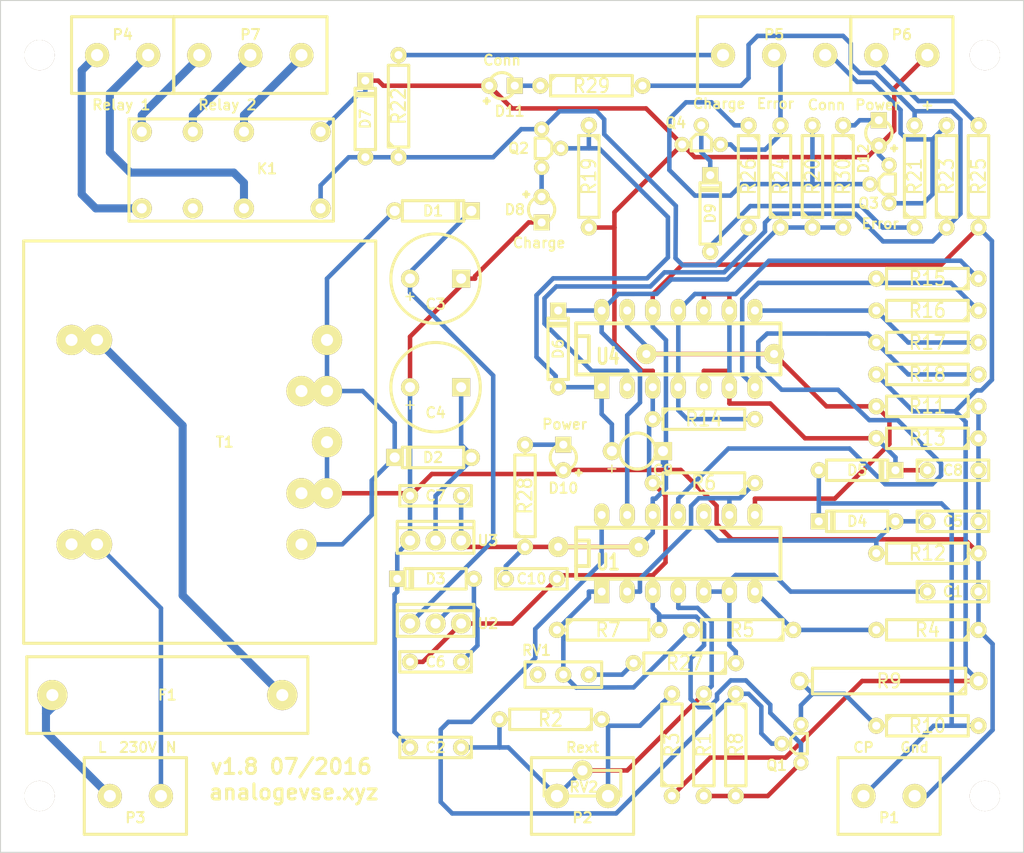
<source format=kicad_pcb>
(kicad_pcb (version 20171130) (host pcbnew "(5.1.12)-1")

  (general
    (thickness 1.6)
    (drawings 29)
    (tracks 476)
    (zones 0)
    (modules 80)
    (nets 50)
  )

  (page A4)
  (title_block
    (title AnalogEVSE)
    (date 2016-01-31)
    (rev 1.6)
    (comment 1 "Analog J1772 charge controller")
  )

  (layers
    (0 F.Cu signal)
    (31 B.Cu signal)
    (32 B.Adhes user)
    (33 F.Adhes user)
    (34 B.Paste user)
    (35 F.Paste user)
    (36 B.SilkS user)
    (37 F.SilkS user)
    (38 B.Mask user)
    (39 F.Mask user)
    (40 Dwgs.User user)
    (41 Cmts.User user)
    (42 Eco1.User user)
    (43 Eco2.User user)
    (44 Edge.Cuts user)
  )

  (setup
    (last_trace_width 0.45)
    (trace_clearance 0.254)
    (zone_clearance 0)
    (zone_45_only yes)
    (trace_min 0.254)
    (via_size 2)
    (via_drill 0.8)
    (via_min_size 0.889)
    (via_min_drill 0.508)
    (uvia_size 0.508)
    (uvia_drill 0.127)
    (uvias_allowed no)
    (uvia_min_size 0.508)
    (uvia_min_drill 0.127)
    (edge_width 0.1)
    (segment_width 0.2)
    (pcb_text_width 0.3)
    (pcb_text_size 1.5 1.5)
    (mod_edge_width 0.15)
    (mod_text_size 1 1)
    (mod_text_width 0.15)
    (pad_size 2.4 2.4)
    (pad_drill 1.2)
    (pad_to_mask_clearance 0)
    (aux_axis_origin 0 0)
    (visible_elements 7FFFFFFF)
    (pcbplotparams
      (layerselection 0x01060_80000000)
      (usegerberextensions true)
      (usegerberattributes true)
      (usegerberadvancedattributes true)
      (creategerberjobfile true)
      (excludeedgelayer true)
      (linewidth 0.150000)
      (plotframeref false)
      (viasonmask false)
      (mode 1)
      (useauxorigin false)
      (hpglpennumber 1)
      (hpglpenspeed 20)
      (hpglpendiameter 15.000000)
      (psnegative false)
      (psa4output false)
      (plotreference true)
      (plotvalue false)
      (plotinvisibletext false)
      (padsonsilk false)
      (subtractmaskfromsilk false)
      (outputformat 1)
      (mirror false)
      (drillshape 0)
      (scaleselection 1)
      (outputdirectory "gerber"))
  )

  (net 0 "")
  (net 1 +12V)
  (net 2 -12V)
  (net 3 GND)
  (net 4 Vcharge)
  (net 5 Vconn)
  (net 6 Vmin)
  (net 7 Vneg)
  (net 8 "Net-(C1-Pad1)")
  (net 9 "Net-(C2-Pad1)")
  (net 10 "Net-(C3-Pad1)")
  (net 11 "Net-(C4-Pad2)")
  (net 12 "Net-(C5-Pad1)")
  (net 13 "Net-(C6-Pad1)")
  (net 14 "Net-(C8-Pad1)")
  (net 15 "Net-(C9-Pad1)")
  (net 16 "Net-(D1-Pad1)")
  (net 17 "Net-(D4-Pad2)")
  (net 18 "Net-(D6-Pad2)")
  (net 19 "Net-(D7-Pad1)")
  (net 20 "Net-(D8-Pad1)")
  (net 21 "Net-(D9-Pad2)")
  (net 22 "Net-(D9-Pad1)")
  (net 23 "Net-(F1-Pad1)")
  (net 24 "Net-(F1-Pad2)")
  (net 25 "Net-(K1-Pad16)")
  (net 26 "Net-(K1-Pad1)")
  (net 27 "Net-(K1-Pad3)")
  (net 28 "Net-(K1-Pad5)")
  (net 29 "Net-(K1-Pad12)")
  (net 30 "Net-(K1-Pad14)")
  (net 31 "Net-(P2-Pad2)")
  (net 32 "Net-(P3-Pad2)")
  (net 33 "Net-(P5-Pad2)")
  (net 34 "Net-(Q1-Pad2)")
  (net 35 "Net-(Q1-Pad1)")
  (net 36 "Net-(Q3-Pad2)")
  (net 37 "Net-(R4-Pad2)")
  (net 38 "Net-(R5-Pad2)")
  (net 39 "Net-(R6-Pad1)")
  (net 40 "Net-(R11-Pad2)")
  (net 41 "Net-(R21-Pad2)")
  (net 42 "Net-(RV1-Pad1)")
  (net 43 "Net-(R27-Pad2)")
  (net 44 "Net-(P5-Pad1)")
  (net 45 "Net-(P5-Pad3)")
  (net 46 "Net-(D10-Pad2)")
  (net 47 "Net-(P6-Pad2)")
  (net 48 "Net-(D11-Pad2)")
  (net 49 "Net-(D12-Pad2)")

  (net_class Default "This is the default net class."
    (clearance 0.254)
    (trace_width 0.45)
    (via_dia 2)
    (via_drill 0.8)
    (uvia_dia 0.508)
    (uvia_drill 0.127)
    (add_net +12V)
    (add_net -12V)
    (add_net GND)
    (add_net "Net-(C1-Pad1)")
    (add_net "Net-(C2-Pad1)")
    (add_net "Net-(C3-Pad1)")
    (add_net "Net-(C4-Pad2)")
    (add_net "Net-(C5-Pad1)")
    (add_net "Net-(C6-Pad1)")
    (add_net "Net-(C8-Pad1)")
    (add_net "Net-(C9-Pad1)")
    (add_net "Net-(D1-Pad1)")
    (add_net "Net-(D10-Pad2)")
    (add_net "Net-(D11-Pad2)")
    (add_net "Net-(D12-Pad2)")
    (add_net "Net-(D4-Pad2)")
    (add_net "Net-(D6-Pad2)")
    (add_net "Net-(D7-Pad1)")
    (add_net "Net-(D8-Pad1)")
    (add_net "Net-(D9-Pad1)")
    (add_net "Net-(D9-Pad2)")
    (add_net "Net-(P2-Pad2)")
    (add_net "Net-(P3-Pad2)")
    (add_net "Net-(P5-Pad1)")
    (add_net "Net-(P5-Pad2)")
    (add_net "Net-(P5-Pad3)")
    (add_net "Net-(P6-Pad2)")
    (add_net "Net-(Q1-Pad1)")
    (add_net "Net-(Q1-Pad2)")
    (add_net "Net-(Q3-Pad2)")
    (add_net "Net-(R11-Pad2)")
    (add_net "Net-(R21-Pad2)")
    (add_net "Net-(R27-Pad2)")
    (add_net "Net-(R4-Pad2)")
    (add_net "Net-(R5-Pad2)")
    (add_net "Net-(R6-Pad1)")
    (add_net "Net-(RV1-Pad1)")
    (add_net Vcharge)
    (add_net Vconn)
    (add_net Vmin)
    (add_net Vneg)
  )

  (net_class Power ""
    (clearance 0.5)
    (trace_width 0.8)
    (via_dia 2)
    (via_drill 0.8)
    (uvia_dia 0.508)
    (uvia_drill 0.127)
    (add_net "Net-(F1-Pad1)")
    (add_net "Net-(F1-Pad2)")
    (add_net "Net-(K1-Pad1)")
    (add_net "Net-(K1-Pad12)")
    (add_net "Net-(K1-Pad14)")
    (add_net "Net-(K1-Pad16)")
    (add_net "Net-(K1-Pad3)")
    (add_net "Net-(K1-Pad5)")
  )

  (module DrillPad-3mm (layer F.Cu) (tedit 57271C93) (tstamp 57271C11)
    (at 45.085 38.735)
    (fp_text reference Noname_8 (at 0.381 2.413) (layer F.SilkS) hide
      (effects (font (size 1 1) (thickness 0.15)))
    )
    (fp_text value WireBridgePad (at 0.127 -2.413) (layer F.Fab) hide
      (effects (font (size 1 1) (thickness 0.15)))
    )
    (pad "" thru_hole circle (at 0 0) (size 3 3) (drill 3) (layers *.Cu *.Mask F.SilkS))
  )

  (module mylib:C2 (layer F.Cu) (tedit 56AD0D10) (tstamp 56AD10AF)
    (at 135.89 92.075)
    (descr "Condensateur = 2 pas")
    (tags C)
    (path /56485246)
    (fp_text reference C1 (at 0 0) (layer F.SilkS)
      (effects (font (size 1.016 1.016) (thickness 0.2032)))
    )
    (fp_text value 5n6 (at 0 0) (layer F.SilkS) hide
      (effects (font (size 1.016 1.016) (thickness 0.2032)))
    )
    (fp_line (start -3.556 -0.508) (end -3.048 -1.016) (layer F.SilkS) (width 0.3048))
    (fp_line (start -3.556 1.016) (end -3.556 -1.016) (layer F.SilkS) (width 0.3048))
    (fp_line (start 3.556 1.016) (end -3.556 1.016) (layer F.SilkS) (width 0.3048))
    (fp_line (start 3.556 -1.016) (end 3.556 1.016) (layer F.SilkS) (width 0.3048))
    (fp_line (start -3.556 -1.016) (end 3.556 -1.016) (layer F.SilkS) (width 0.3048))
    (pad 1 thru_hole circle (at -2.54 0) (size 1.6 1.6) (drill 0.8) (layers *.Cu *.Mask F.SilkS)
      (net 8 "Net-(C1-Pad1)"))
    (pad 2 thru_hole circle (at 2.54 0) (size 1.6 1.6) (drill 0.8) (layers *.Cu *.Mask F.SilkS)
      (net 3 GND))
    (model discret/capa_2pas_5x5mm.wrl
      (at (xyz 0 0 0))
      (scale (xyz 1 1 1))
      (rotate (xyz 0 0 0))
    )
  )

  (module mylib:C2 (layer F.Cu) (tedit 56AD0D10) (tstamp 56AD10B4)
    (at 84.455 107.569 180)
    (descr "Condensateur = 2 pas")
    (tags C)
    (path /564854BE)
    (fp_text reference C2 (at 0 0 180) (layer F.SilkS)
      (effects (font (size 1.016 1.016) (thickness 0.2032)))
    )
    (fp_text value 100n (at 0 0 180) (layer F.SilkS) hide
      (effects (font (size 1.016 1.016) (thickness 0.2032)))
    )
    (fp_line (start -3.556 -0.508) (end -3.048 -1.016) (layer F.SilkS) (width 0.3048))
    (fp_line (start -3.556 1.016) (end -3.556 -1.016) (layer F.SilkS) (width 0.3048))
    (fp_line (start 3.556 1.016) (end -3.556 1.016) (layer F.SilkS) (width 0.3048))
    (fp_line (start 3.556 -1.016) (end 3.556 1.016) (layer F.SilkS) (width 0.3048))
    (fp_line (start -3.556 -1.016) (end 3.556 -1.016) (layer F.SilkS) (width 0.3048))
    (pad 1 thru_hole circle (at -2.54 0 180) (size 1.6 1.6) (drill 0.8) (layers *.Cu *.Mask F.SilkS)
      (net 9 "Net-(C2-Pad1)"))
    (pad 2 thru_hole circle (at 2.54 0 180) (size 1.6 1.6) (drill 0.8) (layers *.Cu *.Mask F.SilkS)
      (net 3 GND))
    (model discret/capa_2pas_5x5mm.wrl
      (at (xyz 0 0 0))
      (scale (xyz 1 1 1))
      (rotate (xyz 0 0 0))
    )
  )

  (module mylib:C2 (layer F.Cu) (tedit 56AD0D10) (tstamp 56AD10C3)
    (at 135.89 85.09)
    (descr "Condensateur = 2 pas")
    (tags C)
    (path /56485F71)
    (fp_text reference C5 (at 0 0) (layer F.SilkS)
      (effects (font (size 1.016 1.016) (thickness 0.2032)))
    )
    (fp_text value 100n (at 0 0) (layer F.SilkS) hide
      (effects (font (size 1.016 1.016) (thickness 0.2032)))
    )
    (fp_line (start -3.556 -0.508) (end -3.048 -1.016) (layer F.SilkS) (width 0.3048))
    (fp_line (start -3.556 1.016) (end -3.556 -1.016) (layer F.SilkS) (width 0.3048))
    (fp_line (start 3.556 1.016) (end -3.556 1.016) (layer F.SilkS) (width 0.3048))
    (fp_line (start 3.556 -1.016) (end 3.556 1.016) (layer F.SilkS) (width 0.3048))
    (fp_line (start -3.556 -1.016) (end 3.556 -1.016) (layer F.SilkS) (width 0.3048))
    (pad 1 thru_hole circle (at -2.54 0) (size 1.6 1.6) (drill 0.8) (layers *.Cu *.Mask F.SilkS)
      (net 12 "Net-(C5-Pad1)"))
    (pad 2 thru_hole circle (at 2.54 0) (size 1.6 1.6) (drill 0.8) (layers *.Cu *.Mask F.SilkS)
      (net 3 GND))
    (model discret/capa_2pas_5x5mm.wrl
      (at (xyz 0 0 0))
      (scale (xyz 1 1 1))
      (rotate (xyz 0 0 0))
    )
  )

  (module mylib:C2 (layer F.Cu) (tedit 56AD0D10) (tstamp 56AD10C8)
    (at 84.455 99.06 180)
    (descr "Condensateur = 2 pas")
    (tags C)
    (path /5648597D)
    (fp_text reference C6 (at 0 0 180) (layer F.SilkS)
      (effects (font (size 1.016 1.016) (thickness 0.2032)))
    )
    (fp_text value 100n (at 0 0 180) (layer F.SilkS) hide
      (effects (font (size 1.016 1.016) (thickness 0.2032)))
    )
    (fp_line (start -3.556 -0.508) (end -3.048 -1.016) (layer F.SilkS) (width 0.3048))
    (fp_line (start -3.556 1.016) (end -3.556 -1.016) (layer F.SilkS) (width 0.3048))
    (fp_line (start 3.556 1.016) (end -3.556 1.016) (layer F.SilkS) (width 0.3048))
    (fp_line (start 3.556 -1.016) (end 3.556 1.016) (layer F.SilkS) (width 0.3048))
    (fp_line (start -3.556 -1.016) (end 3.556 -1.016) (layer F.SilkS) (width 0.3048))
    (pad 1 thru_hole circle (at -2.54 0 180) (size 1.6 1.6) (drill 0.8) (layers *.Cu *.Mask F.SilkS)
      (net 13 "Net-(C6-Pad1)"))
    (pad 2 thru_hole circle (at 2.54 0 180) (size 1.6 1.6) (drill 0.8) (layers *.Cu *.Mask F.SilkS)
      (net 1 +12V))
    (model discret/capa_2pas_5x5mm.wrl
      (at (xyz 0 0 0))
      (scale (xyz 1 1 1))
      (rotate (xyz 0 0 0))
    )
  )

  (module mylib:C2 (layer F.Cu) (tedit 56AD0D10) (tstamp 56AD10CD)
    (at 84.455 82.55 180)
    (descr "Condensateur = 2 pas")
    (tags C)
    (path /56485983)
    (fp_text reference C7 (at 0 0 180) (layer F.SilkS)
      (effects (font (size 1.016 1.016) (thickness 0.2032)))
    )
    (fp_text value 220n (at 0 0 180) (layer F.SilkS) hide
      (effects (font (size 1.016 1.016) (thickness 0.2032)))
    )
    (fp_line (start -3.556 -0.508) (end -3.048 -1.016) (layer F.SilkS) (width 0.3048))
    (fp_line (start -3.556 1.016) (end -3.556 -1.016) (layer F.SilkS) (width 0.3048))
    (fp_line (start 3.556 1.016) (end -3.556 1.016) (layer F.SilkS) (width 0.3048))
    (fp_line (start 3.556 -1.016) (end 3.556 1.016) (layer F.SilkS) (width 0.3048))
    (fp_line (start -3.556 -1.016) (end 3.556 -1.016) (layer F.SilkS) (width 0.3048))
    (pad 1 thru_hole circle (at -2.54 0 180) (size 1.6 1.6) (drill 0.8) (layers *.Cu *.Mask F.SilkS)
      (net 2 -12V))
    (pad 2 thru_hole circle (at 2.54 0 180) (size 1.6 1.6) (drill 0.8) (layers *.Cu *.Mask F.SilkS)
      (net 3 GND))
    (model discret/capa_2pas_5x5mm.wrl
      (at (xyz 0 0 0))
      (scale (xyz 1 1 1))
      (rotate (xyz 0 0 0))
    )
  )

  (module mylib:C2 (layer F.Cu) (tedit 56AD0D10) (tstamp 56AD10D2)
    (at 135.89 80.01)
    (descr "Condensateur = 2 pas")
    (tags C)
    (path /56486234)
    (fp_text reference C8 (at 0 0) (layer F.SilkS)
      (effects (font (size 1.016 1.016) (thickness 0.2032)))
    )
    (fp_text value 100n (at 0 0) (layer F.SilkS) hide
      (effects (font (size 1.016 1.016) (thickness 0.2032)))
    )
    (fp_line (start -3.556 -0.508) (end -3.048 -1.016) (layer F.SilkS) (width 0.3048))
    (fp_line (start -3.556 1.016) (end -3.556 -1.016) (layer F.SilkS) (width 0.3048))
    (fp_line (start 3.556 1.016) (end -3.556 1.016) (layer F.SilkS) (width 0.3048))
    (fp_line (start 3.556 -1.016) (end 3.556 1.016) (layer F.SilkS) (width 0.3048))
    (fp_line (start -3.556 -1.016) (end 3.556 -1.016) (layer F.SilkS) (width 0.3048))
    (pad 1 thru_hole circle (at -2.54 0) (size 1.6 1.6) (drill 0.8) (layers *.Cu *.Mask F.SilkS)
      (net 14 "Net-(C8-Pad1)"))
    (pad 2 thru_hole circle (at 2.54 0) (size 1.6 1.6) (drill 0.8) (layers *.Cu *.Mask F.SilkS)
      (net 3 GND))
    (model discret/capa_2pas_5x5mm.wrl
      (at (xyz 0 0 0))
      (scale (xyz 1 1 1))
      (rotate (xyz 0 0 0))
    )
  )

  (module mylib:D3 (layer F.Cu) (tedit 56AD0D3B) (tstamp 56AD10EB)
    (at 126.365 85.09 180)
    (descr "Diode 3 pas")
    (tags "DIODE DEV")
    (path /564860B3)
    (fp_text reference D4 (at 0 0 180) (layer F.SilkS)
      (effects (font (size 1.016 1.016) (thickness 0.2032)))
    )
    (fp_text value 1N4148 (at 0 0 180) (layer F.SilkS) hide
      (effects (font (size 1.016 1.016) (thickness 0.2032)))
    )
    (fp_line (start 2.286 1.016) (end 2.286 -1.016) (layer F.SilkS) (width 0.3048))
    (fp_line (start 2.54 -1.016) (end 2.54 1.016) (layer F.SilkS) (width 0.3048))
    (fp_line (start 3.048 1.016) (end 3.048 0) (layer F.SilkS) (width 0.3048))
    (fp_line (start -3.048 1.016) (end 3.048 1.016) (layer F.SilkS) (width 0.3048))
    (fp_line (start -3.048 0) (end -3.048 1.016) (layer F.SilkS) (width 0.3048))
    (fp_line (start -3.048 0) (end -3.81 0) (layer F.SilkS) (width 0.3048))
    (fp_line (start -3.048 -1.016) (end -3.048 0) (layer F.SilkS) (width 0.3048))
    (fp_line (start 3.048 -1.016) (end -3.048 -1.016) (layer F.SilkS) (width 0.3048))
    (fp_line (start 3.048 0) (end 3.048 -1.016) (layer F.SilkS) (width 0.3048))
    (fp_line (start 3.81 0) (end 3.048 0) (layer F.SilkS) (width 0.3048))
    (pad 2 thru_hole rect (at 3.81 0 180) (size 1.6 1.6) (drill 0.8) (layers *.Cu *.Mask F.SilkS)
      (net 17 "Net-(D4-Pad2)"))
    (pad 1 thru_hole circle (at -3.81 0 180) (size 1.6 1.6) (drill 0.8) (layers *.Cu *.Mask F.SilkS)
      (net 12 "Net-(C5-Pad1)"))
    (model discret/diode.wrl
      (at (xyz 0 0 0))
      (scale (xyz 0.3 0.3 0.3))
      (rotate (xyz 0 0 0))
    )
  )

  (module mylib:D3 (layer F.Cu) (tedit 56AD0D3B) (tstamp 56AD10F0)
    (at 126.365 80.01)
    (descr "Diode 3 pas")
    (tags "DIODE DEV")
    (path /564860B9)
    (fp_text reference D5 (at 0 0) (layer F.SilkS)
      (effects (font (size 1.016 1.016) (thickness 0.2032)))
    )
    (fp_text value 1N4148 (at 0 0) (layer F.SilkS) hide
      (effects (font (size 1.016 1.016) (thickness 0.2032)))
    )
    (fp_line (start 2.286 1.016) (end 2.286 -1.016) (layer F.SilkS) (width 0.3048))
    (fp_line (start 2.54 -1.016) (end 2.54 1.016) (layer F.SilkS) (width 0.3048))
    (fp_line (start 3.048 1.016) (end 3.048 0) (layer F.SilkS) (width 0.3048))
    (fp_line (start -3.048 1.016) (end 3.048 1.016) (layer F.SilkS) (width 0.3048))
    (fp_line (start -3.048 0) (end -3.048 1.016) (layer F.SilkS) (width 0.3048))
    (fp_line (start -3.048 0) (end -3.81 0) (layer F.SilkS) (width 0.3048))
    (fp_line (start -3.048 -1.016) (end -3.048 0) (layer F.SilkS) (width 0.3048))
    (fp_line (start 3.048 -1.016) (end -3.048 -1.016) (layer F.SilkS) (width 0.3048))
    (fp_line (start 3.048 0) (end 3.048 -1.016) (layer F.SilkS) (width 0.3048))
    (fp_line (start 3.81 0) (end 3.048 0) (layer F.SilkS) (width 0.3048))
    (pad 2 thru_hole rect (at 3.81 0) (size 1.6 1.6) (drill 0.8) (layers *.Cu *.Mask F.SilkS)
      (net 14 "Net-(C8-Pad1)"))
    (pad 1 thru_hole circle (at -3.81 0) (size 1.6 1.6) (drill 0.8) (layers *.Cu *.Mask F.SilkS)
      (net 17 "Net-(D4-Pad2)"))
    (model discret/diode.wrl
      (at (xyz 0 0 0))
      (scale (xyz 0.3 0.3 0.3))
      (rotate (xyz 0 0 0))
    )
  )

  (module mylib:D3 (layer F.Cu) (tedit 56AD0D3B) (tstamp 56AD10F5)
    (at 96.647 67.945 90)
    (descr "Diode 3 pas")
    (tags "DIODE DEV")
    (path /56486A52)
    (fp_text reference D6 (at 0 0 90) (layer F.SilkS)
      (effects (font (size 1.016 1.016) (thickness 0.2032)))
    )
    (fp_text value 1N4148 (at 0 0 90) (layer F.SilkS) hide
      (effects (font (size 1.016 1.016) (thickness 0.2032)))
    )
    (fp_line (start 2.286 1.016) (end 2.286 -1.016) (layer F.SilkS) (width 0.3048))
    (fp_line (start 2.54 -1.016) (end 2.54 1.016) (layer F.SilkS) (width 0.3048))
    (fp_line (start 3.048 1.016) (end 3.048 0) (layer F.SilkS) (width 0.3048))
    (fp_line (start -3.048 1.016) (end 3.048 1.016) (layer F.SilkS) (width 0.3048))
    (fp_line (start -3.048 0) (end -3.048 1.016) (layer F.SilkS) (width 0.3048))
    (fp_line (start -3.048 0) (end -3.81 0) (layer F.SilkS) (width 0.3048))
    (fp_line (start -3.048 -1.016) (end -3.048 0) (layer F.SilkS) (width 0.3048))
    (fp_line (start 3.048 -1.016) (end -3.048 -1.016) (layer F.SilkS) (width 0.3048))
    (fp_line (start 3.048 0) (end 3.048 -1.016) (layer F.SilkS) (width 0.3048))
    (fp_line (start 3.81 0) (end 3.048 0) (layer F.SilkS) (width 0.3048))
    (pad 2 thru_hole rect (at 3.81 0 90) (size 1.6 1.6) (drill 0.8) (layers *.Cu *.Mask F.SilkS)
      (net 18 "Net-(D6-Pad2)"))
    (pad 1 thru_hole circle (at -3.81 0 90) (size 1.6 1.6) (drill 0.8) (layers *.Cu *.Mask F.SilkS)
      (net 15 "Net-(C9-Pad1)"))
    (model discret/diode.wrl
      (at (xyz 0 0 0))
      (scale (xyz 0.3 0.3 0.3))
      (rotate (xyz 0 0 0))
    )
  )

  (module mylib:D3 (layer F.Cu) (tedit 56AD0D3B) (tstamp 56AD10FA)
    (at 77.47 45.085 90)
    (descr "Diode 3 pas")
    (tags "DIODE DEV")
    (path /564851D5)
    (fp_text reference D7 (at 0 0 90) (layer F.SilkS)
      (effects (font (size 1.016 1.016) (thickness 0.2032)))
    )
    (fp_text value 1N4148 (at 0 0 90) (layer F.SilkS) hide
      (effects (font (size 1.016 1.016) (thickness 0.2032)))
    )
    (fp_line (start 2.286 1.016) (end 2.286 -1.016) (layer F.SilkS) (width 0.3048))
    (fp_line (start 2.54 -1.016) (end 2.54 1.016) (layer F.SilkS) (width 0.3048))
    (fp_line (start 3.048 1.016) (end 3.048 0) (layer F.SilkS) (width 0.3048))
    (fp_line (start -3.048 1.016) (end 3.048 1.016) (layer F.SilkS) (width 0.3048))
    (fp_line (start -3.048 0) (end -3.048 1.016) (layer F.SilkS) (width 0.3048))
    (fp_line (start -3.048 0) (end -3.81 0) (layer F.SilkS) (width 0.3048))
    (fp_line (start -3.048 -1.016) (end -3.048 0) (layer F.SilkS) (width 0.3048))
    (fp_line (start 3.048 -1.016) (end -3.048 -1.016) (layer F.SilkS) (width 0.3048))
    (fp_line (start 3.048 0) (end 3.048 -1.016) (layer F.SilkS) (width 0.3048))
    (fp_line (start 3.81 0) (end 3.048 0) (layer F.SilkS) (width 0.3048))
    (pad 2 thru_hole rect (at 3.81 0 90) (size 1.6 1.6) (drill 0.8) (layers *.Cu *.Mask F.SilkS)
      (net 1 +12V))
    (pad 1 thru_hole circle (at -3.81 0 90) (size 1.6 1.6) (drill 0.8) (layers *.Cu *.Mask F.SilkS)
      (net 19 "Net-(D7-Pad1)"))
    (model discret/diode.wrl
      (at (xyz 0 0 0))
      (scale (xyz 0.3 0.3 0.3))
      (rotate (xyz 0 0 0))
    )
  )

  (module mylib:D3 (layer F.Cu) (tedit 56AD0D3B) (tstamp 56AD1104)
    (at 111.76 54.483 90)
    (descr "Diode 3 pas")
    (tags "DIODE DEV")
    (path /565E0248)
    (fp_text reference D9 (at 0 0 90) (layer F.SilkS)
      (effects (font (size 1.016 1.016) (thickness 0.2032)))
    )
    (fp_text value SD101C (at 0 0 90) (layer F.SilkS) hide
      (effects (font (size 1.016 1.016) (thickness 0.2032)))
    )
    (fp_line (start 2.286 1.016) (end 2.286 -1.016) (layer F.SilkS) (width 0.3048))
    (fp_line (start 2.54 -1.016) (end 2.54 1.016) (layer F.SilkS) (width 0.3048))
    (fp_line (start 3.048 1.016) (end 3.048 0) (layer F.SilkS) (width 0.3048))
    (fp_line (start -3.048 1.016) (end 3.048 1.016) (layer F.SilkS) (width 0.3048))
    (fp_line (start -3.048 0) (end -3.048 1.016) (layer F.SilkS) (width 0.3048))
    (fp_line (start -3.048 0) (end -3.81 0) (layer F.SilkS) (width 0.3048))
    (fp_line (start -3.048 -1.016) (end -3.048 0) (layer F.SilkS) (width 0.3048))
    (fp_line (start 3.048 -1.016) (end -3.048 -1.016) (layer F.SilkS) (width 0.3048))
    (fp_line (start 3.048 0) (end 3.048 -1.016) (layer F.SilkS) (width 0.3048))
    (fp_line (start 3.81 0) (end 3.048 0) (layer F.SilkS) (width 0.3048))
    (pad 2 thru_hole rect (at 3.81 0 90) (size 1.6 1.6) (drill 0.8) (layers *.Cu *.Mask F.SilkS)
      (net 21 "Net-(D9-Pad2)"))
    (pad 1 thru_hole circle (at -3.81 0 90) (size 1.6 1.6) (drill 0.8) (layers *.Cu *.Mask F.SilkS)
      (net 22 "Net-(D9-Pad1)"))
    (model discret/diode.wrl
      (at (xyz 0 0 0))
      (scale (xyz 0.3 0.3 0.3))
      (rotate (xyz 0 0 0))
    )
  )

  (module mylib:R4-LARGE_PADS (layer F.Cu) (tedit 56AD0DE2) (tstamp 56AD1159)
    (at 111.125 107.315 270)
    (descr "Resitance 4 pas")
    (tags R)
    (path /564854AC)
    (autoplace_cost180 10)
    (fp_text reference R1 (at 0 0 270) (layer F.SilkS)
      (effects (font (size 1.397 1.27) (thickness 0.2032)))
    )
    (fp_text value 5k6 (at 0 0 270) (layer F.SilkS) hide
      (effects (font (size 1.397 1.27) (thickness 0.2032)))
    )
    (fp_line (start 5.08 0) (end 4.064 0) (layer F.SilkS) (width 0.3048))
    (fp_line (start -4.064 -0.508) (end -3.556 -1.016) (layer F.SilkS) (width 0.3048))
    (fp_line (start -4.064 1.016) (end -4.064 0) (layer F.SilkS) (width 0.3048))
    (fp_line (start 4.064 1.016) (end -4.064 1.016) (layer F.SilkS) (width 0.3048))
    (fp_line (start 4.064 -1.016) (end 4.064 1.016) (layer F.SilkS) (width 0.3048))
    (fp_line (start -4.064 -1.016) (end 4.064 -1.016) (layer F.SilkS) (width 0.3048))
    (fp_line (start -4.064 0) (end -4.064 -1.016) (layer F.SilkS) (width 0.3048))
    (fp_line (start -5.08 0) (end -4.064 0) (layer F.SilkS) (width 0.3048))
    (pad 1 thru_hole circle (at -5.08 0 270) (size 1.6 1.6) (drill 0.8) (layers *.Cu *.Mask F.SilkS)
      (net 9 "Net-(C2-Pad1)"))
    (pad 2 thru_hole circle (at 5.08 0 270) (size 1.6 1.6) (drill 0.8) (layers *.Cu *.Mask F.SilkS)
      (net 1 +12V))
    (model discret/resistor.wrl
      (at (xyz 0 0 0))
      (scale (xyz 0.4 0.4 0.4))
      (rotate (xyz 0 0 0))
    )
  )

  (module mylib:R4-LARGE_PADS (layer F.Cu) (tedit 56AD0DE2) (tstamp 56AD115E)
    (at 95.885 104.775 180)
    (descr "Resitance 4 pas")
    (tags R)
    (path /564854B2)
    (autoplace_cost180 10)
    (fp_text reference R2 (at 0 0 180) (layer F.SilkS)
      (effects (font (size 1.397 1.27) (thickness 0.2032)))
    )
    (fp_text value 10k (at 0 0 180) (layer F.SilkS) hide
      (effects (font (size 1.397 1.27) (thickness 0.2032)))
    )
    (fp_line (start 5.08 0) (end 4.064 0) (layer F.SilkS) (width 0.3048))
    (fp_line (start -4.064 -0.508) (end -3.556 -1.016) (layer F.SilkS) (width 0.3048))
    (fp_line (start -4.064 1.016) (end -4.064 0) (layer F.SilkS) (width 0.3048))
    (fp_line (start 4.064 1.016) (end -4.064 1.016) (layer F.SilkS) (width 0.3048))
    (fp_line (start 4.064 -1.016) (end 4.064 1.016) (layer F.SilkS) (width 0.3048))
    (fp_line (start -4.064 -1.016) (end 4.064 -1.016) (layer F.SilkS) (width 0.3048))
    (fp_line (start -4.064 0) (end -4.064 -1.016) (layer F.SilkS) (width 0.3048))
    (fp_line (start -5.08 0) (end -4.064 0) (layer F.SilkS) (width 0.3048))
    (pad 1 thru_hole circle (at -5.08 0 180) (size 1.6 1.6) (drill 0.8) (layers *.Cu *.Mask F.SilkS)
      (net 31 "Net-(P2-Pad2)"))
    (pad 2 thru_hole circle (at 5.08 0 180) (size 1.6 1.6) (drill 0.8) (layers *.Cu *.Mask F.SilkS)
      (net 9 "Net-(C2-Pad1)"))
    (model discret/resistor.wrl
      (at (xyz 0 0 0))
      (scale (xyz 0.4 0.4 0.4))
      (rotate (xyz 0 0 0))
    )
  )

  (module mylib:R4-LARGE_PADS (layer F.Cu) (tedit 56AD0DE2) (tstamp 56AD1163)
    (at 107.95 107.315 90)
    (descr "Resitance 4 pas")
    (tags R)
    (path /564854B8)
    (autoplace_cost180 10)
    (fp_text reference R3 (at 0 0 90) (layer F.SilkS)
      (effects (font (size 1.397 1.27) (thickness 0.2032)))
    )
    (fp_text value 1k5 (at 0 0 90) (layer F.SilkS) hide
      (effects (font (size 1.397 1.27) (thickness 0.2032)))
    )
    (fp_line (start 5.08 0) (end 4.064 0) (layer F.SilkS) (width 0.3048))
    (fp_line (start -4.064 -0.508) (end -3.556 -1.016) (layer F.SilkS) (width 0.3048))
    (fp_line (start -4.064 1.016) (end -4.064 0) (layer F.SilkS) (width 0.3048))
    (fp_line (start 4.064 1.016) (end -4.064 1.016) (layer F.SilkS) (width 0.3048))
    (fp_line (start 4.064 -1.016) (end 4.064 1.016) (layer F.SilkS) (width 0.3048))
    (fp_line (start -4.064 -1.016) (end 4.064 -1.016) (layer F.SilkS) (width 0.3048))
    (fp_line (start -4.064 0) (end -4.064 -1.016) (layer F.SilkS) (width 0.3048))
    (fp_line (start -5.08 0) (end -4.064 0) (layer F.SilkS) (width 0.3048))
    (pad 1 thru_hole circle (at -5.08 0 90) (size 1.6 1.6) (drill 0.8) (layers *.Cu *.Mask F.SilkS)
      (net 2 -12V))
    (pad 2 thru_hole circle (at 5.08 0 90) (size 1.6 1.6) (drill 0.8) (layers *.Cu *.Mask F.SilkS)
      (net 31 "Net-(P2-Pad2)"))
    (model discret/resistor.wrl
      (at (xyz 0 0 0))
      (scale (xyz 0.4 0.4 0.4))
      (rotate (xyz 0 0 0))
    )
  )

  (module mylib:R4-LARGE_PADS (layer F.Cu) (tedit 56AD0DE2) (tstamp 56AD1168)
    (at 133.35 95.885 180)
    (descr "Resitance 4 pas")
    (tags R)
    (path /56485307)
    (autoplace_cost180 10)
    (fp_text reference R4 (at 0 0 180) (layer F.SilkS)
      (effects (font (size 1.397 1.27) (thickness 0.2032)))
    )
    (fp_text value 100k (at 0 0 180) (layer F.SilkS) hide
      (effects (font (size 1.397 1.27) (thickness 0.2032)))
    )
    (fp_line (start 5.08 0) (end 4.064 0) (layer F.SilkS) (width 0.3048))
    (fp_line (start -4.064 -0.508) (end -3.556 -1.016) (layer F.SilkS) (width 0.3048))
    (fp_line (start -4.064 1.016) (end -4.064 0) (layer F.SilkS) (width 0.3048))
    (fp_line (start 4.064 1.016) (end -4.064 1.016) (layer F.SilkS) (width 0.3048))
    (fp_line (start 4.064 -1.016) (end 4.064 1.016) (layer F.SilkS) (width 0.3048))
    (fp_line (start -4.064 -1.016) (end 4.064 -1.016) (layer F.SilkS) (width 0.3048))
    (fp_line (start -4.064 0) (end -4.064 -1.016) (layer F.SilkS) (width 0.3048))
    (fp_line (start -5.08 0) (end -4.064 0) (layer F.SilkS) (width 0.3048))
    (pad 1 thru_hole circle (at -5.08 0 180) (size 1.6 1.6) (drill 0.8) (layers *.Cu *.Mask F.SilkS)
      (net 3 GND))
    (pad 2 thru_hole circle (at 5.08 0 180) (size 1.6 1.6) (drill 0.8) (layers *.Cu *.Mask F.SilkS)
      (net 37 "Net-(R4-Pad2)"))
    (model discret/resistor.wrl
      (at (xyz 0 0 0))
      (scale (xyz 0.4 0.4 0.4))
      (rotate (xyz 0 0 0))
    )
  )

  (module mylib:R4-LARGE_PADS (layer F.Cu) (tedit 56AD0DE2) (tstamp 56AD116D)
    (at 114.935 95.885 180)
    (descr "Resitance 4 pas")
    (tags R)
    (path /5648522E)
    (autoplace_cost180 10)
    (fp_text reference R5 (at 0 0 180) (layer F.SilkS)
      (effects (font (size 1.397 1.27) (thickness 0.2032)))
    )
    (fp_text value 100k (at 0 0 180) (layer F.SilkS) hide
      (effects (font (size 1.397 1.27) (thickness 0.2032)))
    )
    (fp_line (start 5.08 0) (end 4.064 0) (layer F.SilkS) (width 0.3048))
    (fp_line (start -4.064 -0.508) (end -3.556 -1.016) (layer F.SilkS) (width 0.3048))
    (fp_line (start -4.064 1.016) (end -4.064 0) (layer F.SilkS) (width 0.3048))
    (fp_line (start 4.064 1.016) (end -4.064 1.016) (layer F.SilkS) (width 0.3048))
    (fp_line (start 4.064 -1.016) (end 4.064 1.016) (layer F.SilkS) (width 0.3048))
    (fp_line (start -4.064 -1.016) (end 4.064 -1.016) (layer F.SilkS) (width 0.3048))
    (fp_line (start -4.064 0) (end -4.064 -1.016) (layer F.SilkS) (width 0.3048))
    (fp_line (start -5.08 0) (end -4.064 0) (layer F.SilkS) (width 0.3048))
    (pad 1 thru_hole circle (at -5.08 0 180) (size 1.6 1.6) (drill 0.8) (layers *.Cu *.Mask F.SilkS)
      (net 37 "Net-(R4-Pad2)"))
    (pad 2 thru_hole circle (at 5.08 0 180) (size 1.6 1.6) (drill 0.8) (layers *.Cu *.Mask F.SilkS)
      (net 38 "Net-(R5-Pad2)"))
    (model discret/resistor.wrl
      (at (xyz 0 0 0))
      (scale (xyz 0.4 0.4 0.4))
      (rotate (xyz 0 0 0))
    )
  )

  (module mylib:R4-LARGE_PADS (layer F.Cu) (tedit 56AD0DE2) (tstamp 56AD1172)
    (at 111.125 81.28 180)
    (descr "Resitance 4 pas")
    (tags R)
    (path /564853D7)
    (autoplace_cost180 10)
    (fp_text reference R6 (at 0 0 180) (layer F.SilkS)
      (effects (font (size 1.397 1.27) (thickness 0.2032)))
    )
    (fp_text value 10k (at 0 0 180) (layer F.SilkS) hide
      (effects (font (size 1.397 1.27) (thickness 0.2032)))
    )
    (fp_line (start 5.08 0) (end 4.064 0) (layer F.SilkS) (width 0.3048))
    (fp_line (start -4.064 -0.508) (end -3.556 -1.016) (layer F.SilkS) (width 0.3048))
    (fp_line (start -4.064 1.016) (end -4.064 0) (layer F.SilkS) (width 0.3048))
    (fp_line (start 4.064 1.016) (end -4.064 1.016) (layer F.SilkS) (width 0.3048))
    (fp_line (start 4.064 -1.016) (end 4.064 1.016) (layer F.SilkS) (width 0.3048))
    (fp_line (start -4.064 -1.016) (end 4.064 -1.016) (layer F.SilkS) (width 0.3048))
    (fp_line (start -4.064 0) (end -4.064 -1.016) (layer F.SilkS) (width 0.3048))
    (fp_line (start -5.08 0) (end -4.064 0) (layer F.SilkS) (width 0.3048))
    (pad 1 thru_hole circle (at -5.08 0 180) (size 1.6 1.6) (drill 0.8) (layers *.Cu *.Mask F.SilkS)
      (net 39 "Net-(R6-Pad1)"))
    (pad 2 thru_hole circle (at 5.08 0 180) (size 1.6 1.6) (drill 0.8) (layers *.Cu *.Mask F.SilkS)
      (net 1 +12V))
    (model discret/resistor.wrl
      (at (xyz 0 0 0))
      (scale (xyz 0.4 0.4 0.4))
      (rotate (xyz 0 0 0))
    )
  )

  (module mylib:R4-LARGE_PADS (layer F.Cu) (tedit 56AD0DE2) (tstamp 56AD1177)
    (at 101.6 95.885)
    (descr "Resitance 4 pas")
    (tags R)
    (path /56485346)
    (autoplace_cost180 10)
    (fp_text reference R7 (at 0 0) (layer F.SilkS)
      (effects (font (size 1.397 1.27) (thickness 0.2032)))
    )
    (fp_text value 10k (at 0 0) (layer F.SilkS) hide
      (effects (font (size 1.397 1.27) (thickness 0.2032)))
    )
    (fp_line (start 5.08 0) (end 4.064 0) (layer F.SilkS) (width 0.3048))
    (fp_line (start -4.064 -0.508) (end -3.556 -1.016) (layer F.SilkS) (width 0.3048))
    (fp_line (start -4.064 1.016) (end -4.064 0) (layer F.SilkS) (width 0.3048))
    (fp_line (start 4.064 1.016) (end -4.064 1.016) (layer F.SilkS) (width 0.3048))
    (fp_line (start 4.064 -1.016) (end 4.064 1.016) (layer F.SilkS) (width 0.3048))
    (fp_line (start -4.064 -1.016) (end 4.064 -1.016) (layer F.SilkS) (width 0.3048))
    (fp_line (start -4.064 0) (end -4.064 -1.016) (layer F.SilkS) (width 0.3048))
    (fp_line (start -5.08 0) (end -4.064 0) (layer F.SilkS) (width 0.3048))
    (pad 1 thru_hole circle (at -5.08 0) (size 1.6 1.6) (drill 0.8) (layers *.Cu *.Mask F.SilkS)
      (net 38 "Net-(R5-Pad2)"))
    (pad 2 thru_hole circle (at 5.08 0) (size 1.6 1.6) (drill 0.8) (layers *.Cu *.Mask F.SilkS)
      (net 1 +12V))
    (model discret/resistor.wrl
      (at (xyz 0 0 0))
      (scale (xyz 0.4 0.4 0.4))
      (rotate (xyz 0 0 0))
    )
  )

  (module mylib:R4-LARGE_PADS (layer F.Cu) (tedit 56AD0DE2) (tstamp 56AD117C)
    (at 114.3 107.315 270)
    (descr "Resitance 4 pas")
    (tags R)
    (path /56485419)
    (autoplace_cost180 10)
    (fp_text reference R8 (at 0 0 270) (layer F.SilkS)
      (effects (font (size 1.397 1.27) (thickness 0.2032)))
    )
    (fp_text value 10k (at 0 0 270) (layer F.SilkS) hide
      (effects (font (size 1.397 1.27) (thickness 0.2032)))
    )
    (fp_line (start 5.08 0) (end 4.064 0) (layer F.SilkS) (width 0.3048))
    (fp_line (start -4.064 -0.508) (end -3.556 -1.016) (layer F.SilkS) (width 0.3048))
    (fp_line (start -4.064 1.016) (end -4.064 0) (layer F.SilkS) (width 0.3048))
    (fp_line (start 4.064 1.016) (end -4.064 1.016) (layer F.SilkS) (width 0.3048))
    (fp_line (start 4.064 -1.016) (end 4.064 1.016) (layer F.SilkS) (width 0.3048))
    (fp_line (start -4.064 -1.016) (end 4.064 -1.016) (layer F.SilkS) (width 0.3048))
    (fp_line (start -4.064 0) (end -4.064 -1.016) (layer F.SilkS) (width 0.3048))
    (fp_line (start -5.08 0) (end -4.064 0) (layer F.SilkS) (width 0.3048))
    (pad 1 thru_hole circle (at -5.08 0 270) (size 1.6 1.6) (drill 0.8) (layers *.Cu *.Mask F.SilkS)
      (net 34 "Net-(Q1-Pad2)"))
    (pad 2 thru_hole circle (at 5.08 0 270) (size 1.6 1.6) (drill 0.8) (layers *.Cu *.Mask F.SilkS)
      (net 1 +12V))
    (model discret/resistor.wrl
      (at (xyz 0 0 0))
      (scale (xyz 0.4 0.4 0.4))
      (rotate (xyz 0 0 0))
    )
  )

  (module mylib:R4-LARGE_PADS (layer F.Cu) (tedit 56AD0DE2) (tstamp 56AD1186)
    (at 133.35 105.41)
    (descr "Resitance 4 pas")
    (tags R)
    (path /564854A1)
    (autoplace_cost180 10)
    (fp_text reference R10 (at 0 0) (layer F.SilkS)
      (effects (font (size 1.397 1.27) (thickness 0.2032)))
    )
    (fp_text value 1k (at 0 0) (layer F.SilkS) hide
      (effects (font (size 1.397 1.27) (thickness 0.2032)))
    )
    (fp_line (start 5.08 0) (end 4.064 0) (layer F.SilkS) (width 0.3048))
    (fp_line (start -4.064 -0.508) (end -3.556 -1.016) (layer F.SilkS) (width 0.3048))
    (fp_line (start -4.064 1.016) (end -4.064 0) (layer F.SilkS) (width 0.3048))
    (fp_line (start 4.064 1.016) (end -4.064 1.016) (layer F.SilkS) (width 0.3048))
    (fp_line (start 4.064 -1.016) (end 4.064 1.016) (layer F.SilkS) (width 0.3048))
    (fp_line (start -4.064 -1.016) (end 4.064 -1.016) (layer F.SilkS) (width 0.3048))
    (fp_line (start -4.064 0) (end -4.064 -1.016) (layer F.SilkS) (width 0.3048))
    (fp_line (start -5.08 0) (end -4.064 0) (layer F.SilkS) (width 0.3048))
    (pad 1 thru_hole circle (at -5.08 0) (size 1.6 1.6) (drill 0.8) (layers *.Cu *.Mask F.SilkS)
      (net 35 "Net-(Q1-Pad1)"))
    (pad 2 thru_hole circle (at 5.08 0) (size 1.6 1.6) (drill 0.8) (layers *.Cu *.Mask F.SilkS)
      (net 17 "Net-(D4-Pad2)"))
    (model discret/resistor.wrl
      (at (xyz 0 0 0))
      (scale (xyz 0.4 0.4 0.4))
      (rotate (xyz 0 0 0))
    )
  )

  (module mylib:R4-LARGE_PADS (layer F.Cu) (tedit 56AD0DE2) (tstamp 56AD118B)
    (at 133.35 73.66 180)
    (descr "Resitance 4 pas")
    (tags R)
    (path /564861D6)
    (autoplace_cost180 10)
    (fp_text reference R11 (at 0 0 180) (layer F.SilkS)
      (effects (font (size 1.397 1.27) (thickness 0.2032)))
    )
    (fp_text value 10k (at 0 0 180) (layer F.SilkS) hide
      (effects (font (size 1.397 1.27) (thickness 0.2032)))
    )
    (fp_line (start 5.08 0) (end 4.064 0) (layer F.SilkS) (width 0.3048))
    (fp_line (start -4.064 -0.508) (end -3.556 -1.016) (layer F.SilkS) (width 0.3048))
    (fp_line (start -4.064 1.016) (end -4.064 0) (layer F.SilkS) (width 0.3048))
    (fp_line (start 4.064 1.016) (end -4.064 1.016) (layer F.SilkS) (width 0.3048))
    (fp_line (start 4.064 -1.016) (end 4.064 1.016) (layer F.SilkS) (width 0.3048))
    (fp_line (start -4.064 -1.016) (end 4.064 -1.016) (layer F.SilkS) (width 0.3048))
    (fp_line (start -4.064 0) (end -4.064 -1.016) (layer F.SilkS) (width 0.3048))
    (fp_line (start -5.08 0) (end -4.064 0) (layer F.SilkS) (width 0.3048))
    (pad 1 thru_hole circle (at -5.08 0 180) (size 1.6 1.6) (drill 0.8) (layers *.Cu *.Mask F.SilkS)
      (net 3 GND))
    (pad 2 thru_hole circle (at 5.08 0 180) (size 1.6 1.6) (drill 0.8) (layers *.Cu *.Mask F.SilkS)
      (net 40 "Net-(R11-Pad2)"))
    (model discret/resistor.wrl
      (at (xyz 0 0 0))
      (scale (xyz 0.4 0.4 0.4))
      (rotate (xyz 0 0 0))
    )
  )

  (module mylib:R4-LARGE_PADS (layer F.Cu) (tedit 56AD0DE2) (tstamp 56AD1190)
    (at 133.35 88.265 180)
    (descr "Resitance 4 pas")
    (tags R)
    (path /56485F77)
    (autoplace_cost180 10)
    (fp_text reference R12 (at 0 0 180) (layer F.SilkS)
      (effects (font (size 1.397 1.27) (thickness 0.2032)))
    )
    (fp_text value 1M (at 0 0 180) (layer F.SilkS) hide
      (effects (font (size 1.397 1.27) (thickness 0.2032)))
    )
    (fp_line (start 5.08 0) (end 4.064 0) (layer F.SilkS) (width 0.3048))
    (fp_line (start -4.064 -0.508) (end -3.556 -1.016) (layer F.SilkS) (width 0.3048))
    (fp_line (start -4.064 1.016) (end -4.064 0) (layer F.SilkS) (width 0.3048))
    (fp_line (start 4.064 1.016) (end -4.064 1.016) (layer F.SilkS) (width 0.3048))
    (fp_line (start 4.064 -1.016) (end 4.064 1.016) (layer F.SilkS) (width 0.3048))
    (fp_line (start -4.064 -1.016) (end 4.064 -1.016) (layer F.SilkS) (width 0.3048))
    (fp_line (start -4.064 0) (end -4.064 -1.016) (layer F.SilkS) (width 0.3048))
    (fp_line (start -5.08 0) (end -4.064 0) (layer F.SilkS) (width 0.3048))
    (pad 1 thru_hole circle (at -5.08 0 180) (size 1.6 1.6) (drill 0.8) (layers *.Cu *.Mask F.SilkS)
      (net 3 GND))
    (pad 2 thru_hole circle (at 5.08 0 180) (size 1.6 1.6) (drill 0.8) (layers *.Cu *.Mask F.SilkS)
      (net 12 "Net-(C5-Pad1)"))
    (model discret/resistor.wrl
      (at (xyz 0 0 0))
      (scale (xyz 0.4 0.4 0.4))
      (rotate (xyz 0 0 0))
    )
  )

  (module mylib:R4-LARGE_PADS (layer F.Cu) (tedit 56AD0DE2) (tstamp 56AD1195)
    (at 133.35 76.835 180)
    (descr "Resitance 4 pas")
    (tags R)
    (path /5648623A)
    (autoplace_cost180 10)
    (fp_text reference R13 (at 0 0 180) (layer F.SilkS)
      (effects (font (size 1.397 1.27) (thickness 0.2032)))
    )
    (fp_text value 1M (at 0 0 180) (layer F.SilkS) hide
      (effects (font (size 1.397 1.27) (thickness 0.2032)))
    )
    (fp_line (start 5.08 0) (end 4.064 0) (layer F.SilkS) (width 0.3048))
    (fp_line (start -4.064 -0.508) (end -3.556 -1.016) (layer F.SilkS) (width 0.3048))
    (fp_line (start -4.064 1.016) (end -4.064 0) (layer F.SilkS) (width 0.3048))
    (fp_line (start 4.064 1.016) (end -4.064 1.016) (layer F.SilkS) (width 0.3048))
    (fp_line (start 4.064 -1.016) (end 4.064 1.016) (layer F.SilkS) (width 0.3048))
    (fp_line (start -4.064 -1.016) (end 4.064 -1.016) (layer F.SilkS) (width 0.3048))
    (fp_line (start -4.064 0) (end -4.064 -1.016) (layer F.SilkS) (width 0.3048))
    (fp_line (start -5.08 0) (end -4.064 0) (layer F.SilkS) (width 0.3048))
    (pad 1 thru_hole circle (at -5.08 0 180) (size 1.6 1.6) (drill 0.8) (layers *.Cu *.Mask F.SilkS)
      (net 3 GND))
    (pad 2 thru_hole circle (at 5.08 0 180) (size 1.6 1.6) (drill 0.8) (layers *.Cu *.Mask F.SilkS)
      (net 14 "Net-(C8-Pad1)"))
    (model discret/resistor.wrl
      (at (xyz 0 0 0))
      (scale (xyz 0.4 0.4 0.4))
      (rotate (xyz 0 0 0))
    )
  )

  (module mylib:R4-LARGE_PADS (layer F.Cu) (tedit 56AD0DE2) (tstamp 56AD119A)
    (at 111.125 74.93)
    (descr "Resitance 4 pas")
    (tags R)
    (path /56485D3D)
    (autoplace_cost180 10)
    (fp_text reference R14 (at 0 0) (layer F.SilkS)
      (effects (font (size 1.397 1.27) (thickness 0.2032)))
    )
    (fp_text value 4k7 (at 0 0) (layer F.SilkS) hide
      (effects (font (size 1.397 1.27) (thickness 0.2032)))
    )
    (fp_line (start 5.08 0) (end 4.064 0) (layer F.SilkS) (width 0.3048))
    (fp_line (start -4.064 -0.508) (end -3.556 -1.016) (layer F.SilkS) (width 0.3048))
    (fp_line (start -4.064 1.016) (end -4.064 0) (layer F.SilkS) (width 0.3048))
    (fp_line (start 4.064 1.016) (end -4.064 1.016) (layer F.SilkS) (width 0.3048))
    (fp_line (start 4.064 -1.016) (end 4.064 1.016) (layer F.SilkS) (width 0.3048))
    (fp_line (start -4.064 -1.016) (end 4.064 -1.016) (layer F.SilkS) (width 0.3048))
    (fp_line (start -4.064 0) (end -4.064 -1.016) (layer F.SilkS) (width 0.3048))
    (fp_line (start -5.08 0) (end -4.064 0) (layer F.SilkS) (width 0.3048))
    (pad 1 thru_hole circle (at -5.08 0) (size 1.6 1.6) (drill 0.8) (layers *.Cu *.Mask F.SilkS)
      (net 1 +12V))
    (pad 2 thru_hole circle (at 5.08 0) (size 1.6 1.6) (drill 0.8) (layers *.Cu *.Mask F.SilkS)
      (net 5 Vconn))
    (model discret/resistor.wrl
      (at (xyz 0 0 0))
      (scale (xyz 0.4 0.4 0.4))
      (rotate (xyz 0 0 0))
    )
  )

  (module mylib:R4-LARGE_PADS (layer F.Cu) (tedit 56AD0DE2) (tstamp 56AD119F)
    (at 133.35 60.96 180)
    (descr "Resitance 4 pas")
    (tags R)
    (path /56485D43)
    (autoplace_cost180 10)
    (fp_text reference R15 (at 0 0 180) (layer F.SilkS)
      (effects (font (size 1.397 1.27) (thickness 0.2032)))
    )
    (fp_text value 3k3 (at 0 0 180) (layer F.SilkS) hide
      (effects (font (size 1.397 1.27) (thickness 0.2032)))
    )
    (fp_line (start 5.08 0) (end 4.064 0) (layer F.SilkS) (width 0.3048))
    (fp_line (start -4.064 -0.508) (end -3.556 -1.016) (layer F.SilkS) (width 0.3048))
    (fp_line (start -4.064 1.016) (end -4.064 0) (layer F.SilkS) (width 0.3048))
    (fp_line (start 4.064 1.016) (end -4.064 1.016) (layer F.SilkS) (width 0.3048))
    (fp_line (start 4.064 -1.016) (end 4.064 1.016) (layer F.SilkS) (width 0.3048))
    (fp_line (start -4.064 -1.016) (end 4.064 -1.016) (layer F.SilkS) (width 0.3048))
    (fp_line (start -4.064 0) (end -4.064 -1.016) (layer F.SilkS) (width 0.3048))
    (fp_line (start -5.08 0) (end -4.064 0) (layer F.SilkS) (width 0.3048))
    (pad 1 thru_hole circle (at -5.08 0 180) (size 1.6 1.6) (drill 0.8) (layers *.Cu *.Mask F.SilkS)
      (net 5 Vconn))
    (pad 2 thru_hole circle (at 5.08 0 180) (size 1.6 1.6) (drill 0.8) (layers *.Cu *.Mask F.SilkS)
      (net 4 Vcharge))
    (model discret/resistor.wrl
      (at (xyz 0 0 0))
      (scale (xyz 0.4 0.4 0.4))
      (rotate (xyz 0 0 0))
    )
  )

  (module mylib:R4-LARGE_PADS (layer F.Cu) (tedit 56AD0DE2) (tstamp 56AD11A4)
    (at 133.35 64.135 180)
    (descr "Resitance 4 pas")
    (tags R)
    (path /56485D49)
    (autoplace_cost180 10)
    (fp_text reference R16 (at 0 0 180) (layer F.SilkS)
      (effects (font (size 1.397 1.27) (thickness 0.2032)))
    )
    (fp_text value 5k6 (at 0 0 180) (layer F.SilkS) hide
      (effects (font (size 1.397 1.27) (thickness 0.2032)))
    )
    (fp_line (start 5.08 0) (end 4.064 0) (layer F.SilkS) (width 0.3048))
    (fp_line (start -4.064 -0.508) (end -3.556 -1.016) (layer F.SilkS) (width 0.3048))
    (fp_line (start -4.064 1.016) (end -4.064 0) (layer F.SilkS) (width 0.3048))
    (fp_line (start 4.064 1.016) (end -4.064 1.016) (layer F.SilkS) (width 0.3048))
    (fp_line (start 4.064 -1.016) (end 4.064 1.016) (layer F.SilkS) (width 0.3048))
    (fp_line (start -4.064 -1.016) (end 4.064 -1.016) (layer F.SilkS) (width 0.3048))
    (fp_line (start -4.064 0) (end -4.064 -1.016) (layer F.SilkS) (width 0.3048))
    (fp_line (start -5.08 0) (end -4.064 0) (layer F.SilkS) (width 0.3048))
    (pad 1 thru_hole circle (at -5.08 0 180) (size 1.6 1.6) (drill 0.8) (layers *.Cu *.Mask F.SilkS)
      (net 4 Vcharge))
    (pad 2 thru_hole circle (at 5.08 0 180) (size 1.6 1.6) (drill 0.8) (layers *.Cu *.Mask F.SilkS)
      (net 6 Vmin))
    (model discret/resistor.wrl
      (at (xyz 0 0 0))
      (scale (xyz 0.4 0.4 0.4))
      (rotate (xyz 0 0 0))
    )
  )

  (module mylib:R4-LARGE_PADS (layer F.Cu) (tedit 56AD0DE2) (tstamp 56AD11A9)
    (at 133.35 67.31 180)
    (descr "Resitance 4 pas")
    (tags R)
    (path /56485D4F)
    (autoplace_cost180 10)
    (fp_text reference R17 (at 0 0 180) (layer F.SilkS)
      (effects (font (size 1.397 1.27) (thickness 0.2032)))
    )
    (fp_text value 15k (at 0 0 180) (layer F.SilkS) hide
      (effects (font (size 1.397 1.27) (thickness 0.2032)))
    )
    (fp_line (start 5.08 0) (end 4.064 0) (layer F.SilkS) (width 0.3048))
    (fp_line (start -4.064 -0.508) (end -3.556 -1.016) (layer F.SilkS) (width 0.3048))
    (fp_line (start -4.064 1.016) (end -4.064 0) (layer F.SilkS) (width 0.3048))
    (fp_line (start 4.064 1.016) (end -4.064 1.016) (layer F.SilkS) (width 0.3048))
    (fp_line (start 4.064 -1.016) (end 4.064 1.016) (layer F.SilkS) (width 0.3048))
    (fp_line (start -4.064 -1.016) (end 4.064 -1.016) (layer F.SilkS) (width 0.3048))
    (fp_line (start -4.064 0) (end -4.064 -1.016) (layer F.SilkS) (width 0.3048))
    (fp_line (start -5.08 0) (end -4.064 0) (layer F.SilkS) (width 0.3048))
    (pad 1 thru_hole circle (at -5.08 0 180) (size 1.6 1.6) (drill 0.8) (layers *.Cu *.Mask F.SilkS)
      (net 6 Vmin))
    (pad 2 thru_hole circle (at 5.08 0 180) (size 1.6 1.6) (drill 0.8) (layers *.Cu *.Mask F.SilkS)
      (net 7 Vneg))
    (model discret/resistor.wrl
      (at (xyz 0 0 0))
      (scale (xyz 0.4 0.4 0.4))
      (rotate (xyz 0 0 0))
    )
  )

  (module mylib:R4-LARGE_PADS (layer F.Cu) (tedit 56AD0DE2) (tstamp 56AD11AE)
    (at 133.35 70.485 180)
    (descr "Resitance 4 pas")
    (tags R)
    (path /56485D55)
    (autoplace_cost180 10)
    (fp_text reference R18 (at 0 0 180) (layer F.SilkS)
      (effects (font (size 1.397 1.27) (thickness 0.2032)))
    )
    (fp_text value 1k (at 0 0 180) (layer F.SilkS) hide
      (effects (font (size 1.397 1.27) (thickness 0.2032)))
    )
    (fp_line (start 5.08 0) (end 4.064 0) (layer F.SilkS) (width 0.3048))
    (fp_line (start -4.064 -0.508) (end -3.556 -1.016) (layer F.SilkS) (width 0.3048))
    (fp_line (start -4.064 1.016) (end -4.064 0) (layer F.SilkS) (width 0.3048))
    (fp_line (start 4.064 1.016) (end -4.064 1.016) (layer F.SilkS) (width 0.3048))
    (fp_line (start 4.064 -1.016) (end 4.064 1.016) (layer F.SilkS) (width 0.3048))
    (fp_line (start -4.064 -1.016) (end 4.064 -1.016) (layer F.SilkS) (width 0.3048))
    (fp_line (start -4.064 0) (end -4.064 -1.016) (layer F.SilkS) (width 0.3048))
    (fp_line (start -5.08 0) (end -4.064 0) (layer F.SilkS) (width 0.3048))
    (pad 1 thru_hole circle (at -5.08 0 180) (size 1.6 1.6) (drill 0.8) (layers *.Cu *.Mask F.SilkS)
      (net 7 Vneg))
    (pad 2 thru_hole circle (at 5.08 0 180) (size 1.6 1.6) (drill 0.8) (layers *.Cu *.Mask F.SilkS)
      (net 2 -12V))
    (model discret/resistor.wrl
      (at (xyz 0 0 0))
      (scale (xyz 0.4 0.4 0.4))
      (rotate (xyz 0 0 0))
    )
  )

  (module mylib:R4-LARGE_PADS (layer F.Cu) (tedit 56AD0DE2) (tstamp 56AD11B3)
    (at 99.695 50.8 270)
    (descr "Resitance 4 pas")
    (tags R)
    (path /5648E2D7)
    (autoplace_cost180 10)
    (fp_text reference R19 (at 0 0 270) (layer F.SilkS)
      (effects (font (size 1.397 1.27) (thickness 0.2032)))
    )
    (fp_text value 47k (at 0 0 270) (layer F.SilkS) hide
      (effects (font (size 1.397 1.27) (thickness 0.2032)))
    )
    (fp_line (start 5.08 0) (end 4.064 0) (layer F.SilkS) (width 0.3048))
    (fp_line (start -4.064 -0.508) (end -3.556 -1.016) (layer F.SilkS) (width 0.3048))
    (fp_line (start -4.064 1.016) (end -4.064 0) (layer F.SilkS) (width 0.3048))
    (fp_line (start 4.064 1.016) (end -4.064 1.016) (layer F.SilkS) (width 0.3048))
    (fp_line (start 4.064 -1.016) (end 4.064 1.016) (layer F.SilkS) (width 0.3048))
    (fp_line (start -4.064 -1.016) (end 4.064 -1.016) (layer F.SilkS) (width 0.3048))
    (fp_line (start -4.064 0) (end -4.064 -1.016) (layer F.SilkS) (width 0.3048))
    (fp_line (start -5.08 0) (end -4.064 0) (layer F.SilkS) (width 0.3048))
    (pad 1 thru_hole circle (at -5.08 0 270) (size 1.6 1.6) (drill 0.8) (layers *.Cu *.Mask F.SilkS)
      (net 15 "Net-(C9-Pad1)"))
    (pad 2 thru_hole circle (at 5.08 0 270) (size 1.6 1.6) (drill 0.8) (layers *.Cu *.Mask F.SilkS)
      (net 1 +12V))
    (model discret/resistor.wrl
      (at (xyz 0 0 0))
      (scale (xyz 0.4 0.4 0.4))
      (rotate (xyz 0 0 0))
    )
  )

  (module mylib:R4-LARGE_PADS (layer F.Cu) (tedit 56AD0DE2) (tstamp 56AD11B8)
    (at 121.92 50.8 90)
    (descr "Resitance 4 pas")
    (tags R)
    (path /5648E221)
    (autoplace_cost180 10)
    (fp_text reference R20 (at 0 0 90) (layer F.SilkS)
      (effects (font (size 1.397 1.27) (thickness 0.2032)))
    )
    (fp_text value 100k (at 0 0 90) (layer F.SilkS) hide
      (effects (font (size 1.397 1.27) (thickness 0.2032)))
    )
    (fp_line (start 5.08 0) (end 4.064 0) (layer F.SilkS) (width 0.3048))
    (fp_line (start -4.064 -0.508) (end -3.556 -1.016) (layer F.SilkS) (width 0.3048))
    (fp_line (start -4.064 1.016) (end -4.064 0) (layer F.SilkS) (width 0.3048))
    (fp_line (start 4.064 1.016) (end -4.064 1.016) (layer F.SilkS) (width 0.3048))
    (fp_line (start 4.064 -1.016) (end 4.064 1.016) (layer F.SilkS) (width 0.3048))
    (fp_line (start -4.064 -1.016) (end 4.064 -1.016) (layer F.SilkS) (width 0.3048))
    (fp_line (start -4.064 0) (end -4.064 -1.016) (layer F.SilkS) (width 0.3048))
    (fp_line (start -5.08 0) (end -4.064 0) (layer F.SilkS) (width 0.3048))
    (pad 1 thru_hole circle (at -5.08 0 90) (size 1.6 1.6) (drill 0.8) (layers *.Cu *.Mask F.SilkS)
      (net 18 "Net-(D6-Pad2)"))
    (pad 2 thru_hole circle (at 5.08 0 90) (size 1.6 1.6) (drill 0.8) (layers *.Cu *.Mask F.SilkS)
      (net 36 "Net-(Q3-Pad2)"))
    (model discret/resistor.wrl
      (at (xyz 0 0 0))
      (scale (xyz 0.4 0.4 0.4))
      (rotate (xyz 0 0 0))
    )
  )

  (module mylib:R4-LARGE_PADS (layer F.Cu) (tedit 56AD0DE2) (tstamp 56AD11BD)
    (at 132.08 50.8 90)
    (descr "Resitance 4 pas")
    (tags R)
    (path /5648DDB8)
    (autoplace_cost180 10)
    (fp_text reference R21 (at 0 0 90) (layer F.SilkS)
      (effects (font (size 1.397 1.27) (thickness 0.2032)))
    )
    (fp_text value 10k (at 0 0 90) (layer F.SilkS) hide
      (effects (font (size 1.397 1.27) (thickness 0.2032)))
    )
    (fp_line (start 5.08 0) (end 4.064 0) (layer F.SilkS) (width 0.3048))
    (fp_line (start -4.064 -0.508) (end -3.556 -1.016) (layer F.SilkS) (width 0.3048))
    (fp_line (start -4.064 1.016) (end -4.064 0) (layer F.SilkS) (width 0.3048))
    (fp_line (start 4.064 1.016) (end -4.064 1.016) (layer F.SilkS) (width 0.3048))
    (fp_line (start 4.064 -1.016) (end 4.064 1.016) (layer F.SilkS) (width 0.3048))
    (fp_line (start -4.064 -1.016) (end 4.064 -1.016) (layer F.SilkS) (width 0.3048))
    (fp_line (start -4.064 0) (end -4.064 -1.016) (layer F.SilkS) (width 0.3048))
    (fp_line (start -5.08 0) (end -4.064 0) (layer F.SilkS) (width 0.3048))
    (pad 1 thru_hole circle (at -5.08 0 90) (size 1.6 1.6) (drill 0.8) (layers *.Cu *.Mask F.SilkS)
      (net 22 "Net-(D9-Pad1)"))
    (pad 2 thru_hole circle (at 5.08 0 90) (size 1.6 1.6) (drill 0.8) (layers *.Cu *.Mask F.SilkS)
      (net 41 "Net-(R21-Pad2)"))
    (model discret/resistor.wrl
      (at (xyz 0 0 0))
      (scale (xyz 0.4 0.4 0.4))
      (rotate (xyz 0 0 0))
    )
  )

  (module mylib:R4-LARGE_PADS (layer F.Cu) (tedit 56AD0DE2) (tstamp 56AD11C2)
    (at 80.772 43.815 90)
    (descr "Resitance 4 pas")
    (tags R)
    (path /5648E445)
    (autoplace_cost180 10)
    (fp_text reference R22 (at 0 0 90) (layer F.SilkS)
      (effects (font (size 1.397 1.27) (thickness 0.2032)))
    )
    (fp_text value 2k2 (at 0 0 90) (layer F.SilkS) hide
      (effects (font (size 1.397 1.27) (thickness 0.2032)))
    )
    (fp_line (start 5.08 0) (end 4.064 0) (layer F.SilkS) (width 0.3048))
    (fp_line (start -4.064 -0.508) (end -3.556 -1.016) (layer F.SilkS) (width 0.3048))
    (fp_line (start -4.064 1.016) (end -4.064 0) (layer F.SilkS) (width 0.3048))
    (fp_line (start 4.064 1.016) (end -4.064 1.016) (layer F.SilkS) (width 0.3048))
    (fp_line (start 4.064 -1.016) (end 4.064 1.016) (layer F.SilkS) (width 0.3048))
    (fp_line (start -4.064 -1.016) (end 4.064 -1.016) (layer F.SilkS) (width 0.3048))
    (fp_line (start -4.064 0) (end -4.064 -1.016) (layer F.SilkS) (width 0.3048))
    (fp_line (start -5.08 0) (end -4.064 0) (layer F.SilkS) (width 0.3048))
    (pad 1 thru_hole circle (at -5.08 0 90) (size 1.6 1.6) (drill 0.8) (layers *.Cu *.Mask F.SilkS)
      (net 19 "Net-(D7-Pad1)"))
    (pad 2 thru_hole circle (at 5.08 0 90) (size 1.6 1.6) (drill 0.8) (layers *.Cu *.Mask F.SilkS)
      (net 44 "Net-(P5-Pad1)"))
    (model discret/resistor.wrl
      (at (xyz 0 0 0))
      (scale (xyz 0.4 0.4 0.4))
      (rotate (xyz 0 0 0))
    )
  )

  (module mylib:R4-LARGE_PADS (layer F.Cu) (tedit 56AD0DE2) (tstamp 56AD11C7)
    (at 135.255 50.8 90)
    (descr "Resitance 4 pas")
    (tags R)
    (path /5648DFD3)
    (autoplace_cost180 10)
    (fp_text reference R23 (at 0 0 90) (layer F.SilkS)
      (effects (font (size 1.397 1.27) (thickness 0.2032)))
    )
    (fp_text value 4k7 (at 0 0 90) (layer F.SilkS) hide
      (effects (font (size 1.397 1.27) (thickness 0.2032)))
    )
    (fp_line (start 5.08 0) (end 4.064 0) (layer F.SilkS) (width 0.3048))
    (fp_line (start -4.064 -0.508) (end -3.556 -1.016) (layer F.SilkS) (width 0.3048))
    (fp_line (start -4.064 1.016) (end -4.064 0) (layer F.SilkS) (width 0.3048))
    (fp_line (start 4.064 1.016) (end -4.064 1.016) (layer F.SilkS) (width 0.3048))
    (fp_line (start 4.064 -1.016) (end 4.064 1.016) (layer F.SilkS) (width 0.3048))
    (fp_line (start -4.064 -1.016) (end 4.064 -1.016) (layer F.SilkS) (width 0.3048))
    (fp_line (start -4.064 0) (end -4.064 -1.016) (layer F.SilkS) (width 0.3048))
    (fp_line (start -5.08 0) (end -4.064 0) (layer F.SilkS) (width 0.3048))
    (pad 1 thru_hole circle (at -5.08 0 90) (size 1.6 1.6) (drill 0.8) (layers *.Cu *.Mask F.SilkS)
      (net 41 "Net-(R21-Pad2)"))
    (pad 2 thru_hole circle (at 5.08 0 90) (size 1.6 1.6) (drill 0.8) (layers *.Cu *.Mask F.SilkS)
      (net 45 "Net-(P5-Pad3)"))
    (model discret/resistor.wrl
      (at (xyz 0 0 0))
      (scale (xyz 0.4 0.4 0.4))
      (rotate (xyz 0 0 0))
    )
  )

  (module mylib:R4-LARGE_PADS (layer F.Cu) (tedit 56AD0DE2) (tstamp 56AD11CC)
    (at 118.745 50.8 90)
    (descr "Resitance 4 pas")
    (tags R)
    (path /5648DDC3)
    (autoplace_cost180 10)
    (fp_text reference R24 (at 0 0 90) (layer F.SilkS)
      (effects (font (size 1.397 1.27) (thickness 0.2032)))
    )
    (fp_text value 4k7 (at 0 0 90) (layer F.SilkS) hide
      (effects (font (size 1.397 1.27) (thickness 0.2032)))
    )
    (fp_line (start 5.08 0) (end 4.064 0) (layer F.SilkS) (width 0.3048))
    (fp_line (start -4.064 -0.508) (end -3.556 -1.016) (layer F.SilkS) (width 0.3048))
    (fp_line (start -4.064 1.016) (end -4.064 0) (layer F.SilkS) (width 0.3048))
    (fp_line (start 4.064 1.016) (end -4.064 1.016) (layer F.SilkS) (width 0.3048))
    (fp_line (start 4.064 -1.016) (end 4.064 1.016) (layer F.SilkS) (width 0.3048))
    (fp_line (start -4.064 -1.016) (end 4.064 -1.016) (layer F.SilkS) (width 0.3048))
    (fp_line (start -4.064 0) (end -4.064 -1.016) (layer F.SilkS) (width 0.3048))
    (fp_line (start -5.08 0) (end -4.064 0) (layer F.SilkS) (width 0.3048))
    (pad 1 thru_hole circle (at -5.08 0 90) (size 1.6 1.6) (drill 0.8) (layers *.Cu *.Mask F.SilkS)
      (net 18 "Net-(D6-Pad2)"))
    (pad 2 thru_hole circle (at 5.08 0 90) (size 1.6 1.6) (drill 0.8) (layers *.Cu *.Mask F.SilkS)
      (net 33 "Net-(P5-Pad2)"))
    (model discret/resistor.wrl
      (at (xyz 0 0 0))
      (scale (xyz 0.4 0.4 0.4))
      (rotate (xyz 0 0 0))
    )
  )

  (module mylib:R4-LARGE_PADS (layer F.Cu) (tedit 56AD0DE2) (tstamp 56AD11D1)
    (at 138.43 50.8 90)
    (descr "Resitance 4 pas")
    (tags R)
    (path /56486B7F)
    (autoplace_cost180 10)
    (fp_text reference R25 (at 0 0 90) (layer F.SilkS)
      (effects (font (size 1.397 1.27) (thickness 0.2032)))
    )
    (fp_text value 4k7 (at 0 0 90) (layer F.SilkS) hide
      (effects (font (size 1.397 1.27) (thickness 0.2032)))
    )
    (fp_line (start 5.08 0) (end 4.064 0) (layer F.SilkS) (width 0.3048))
    (fp_line (start -4.064 -0.508) (end -3.556 -1.016) (layer F.SilkS) (width 0.3048))
    (fp_line (start -4.064 1.016) (end -4.064 0) (layer F.SilkS) (width 0.3048))
    (fp_line (start 4.064 1.016) (end -4.064 1.016) (layer F.SilkS) (width 0.3048))
    (fp_line (start 4.064 -1.016) (end 4.064 1.016) (layer F.SilkS) (width 0.3048))
    (fp_line (start -4.064 -1.016) (end 4.064 -1.016) (layer F.SilkS) (width 0.3048))
    (fp_line (start -4.064 0) (end -4.064 -1.016) (layer F.SilkS) (width 0.3048))
    (fp_line (start -5.08 0) (end -4.064 0) (layer F.SilkS) (width 0.3048))
    (pad 1 thru_hole circle (at -5.08 0 90) (size 1.6 1.6) (drill 0.8) (layers *.Cu *.Mask F.SilkS)
      (net 2 -12V))
    (pad 2 thru_hole circle (at 5.08 0 90) (size 1.6 1.6) (drill 0.8) (layers *.Cu *.Mask F.SilkS)
      (net 47 "Net-(P6-Pad2)"))
    (model discret/resistor.wrl
      (at (xyz 0 0 0))
      (scale (xyz 0.4 0.4 0.4))
      (rotate (xyz 0 0 0))
    )
  )

  (module mylib:R4-LARGE_PADS (layer F.Cu) (tedit 56AD0DE2) (tstamp 56AD11D6)
    (at 115.57 50.8 270)
    (descr "Resitance 4 pas")
    (tags R)
    (path /565E00E5)
    (autoplace_cost180 10)
    (fp_text reference R26 (at 0 0 270) (layer F.SilkS)
      (effects (font (size 1.397 1.27) (thickness 0.2032)))
    )
    (fp_text value 100k (at 0 0 270) (layer F.SilkS) hide
      (effects (font (size 1.397 1.27) (thickness 0.2032)))
    )
    (fp_line (start 5.08 0) (end 4.064 0) (layer F.SilkS) (width 0.3048))
    (fp_line (start -4.064 -0.508) (end -3.556 -1.016) (layer F.SilkS) (width 0.3048))
    (fp_line (start -4.064 1.016) (end -4.064 0) (layer F.SilkS) (width 0.3048))
    (fp_line (start 4.064 1.016) (end -4.064 1.016) (layer F.SilkS) (width 0.3048))
    (fp_line (start 4.064 -1.016) (end 4.064 1.016) (layer F.SilkS) (width 0.3048))
    (fp_line (start -4.064 -1.016) (end 4.064 -1.016) (layer F.SilkS) (width 0.3048))
    (fp_line (start -4.064 0) (end -4.064 -1.016) (layer F.SilkS) (width 0.3048))
    (fp_line (start -5.08 0) (end -4.064 0) (layer F.SilkS) (width 0.3048))
    (pad 1 thru_hole circle (at -5.08 0 270) (size 1.6 1.6) (drill 0.8) (layers *.Cu *.Mask F.SilkS)
      (net 36 "Net-(Q3-Pad2)"))
    (pad 2 thru_hole circle (at 5.08 0 270) (size 1.6 1.6) (drill 0.8) (layers *.Cu *.Mask F.SilkS)
      (net 19 "Net-(D7-Pad1)"))
    (model discret/resistor.wrl
      (at (xyz 0 0 0))
      (scale (xyz 0.4 0.4 0.4))
      (rotate (xyz 0 0 0))
    )
  )

  (module mylib:D3-big (layer F.Cu) (tedit 56AD0C13) (tstamp 56AD1BBB)
    (at 84.201 54.229)
    (descr "Diode 3 pas")
    (tags "DIODE DEV")
    (path /56485665)
    (fp_text reference D1 (at 0 0) (layer F.SilkS)
      (effects (font (size 1.016 1.016) (thickness 0.2032)))
    )
    (fp_text value 1N4002 (at 0 0) (layer F.SilkS) hide
      (effects (font (size 1.016 1.016) (thickness 0.2032)))
    )
    (fp_line (start 2.286 1.016) (end 2.286 -1.016) (layer F.SilkS) (width 0.3048))
    (fp_line (start 2.54 -1.016) (end 2.54 1.016) (layer F.SilkS) (width 0.3048))
    (fp_line (start 3.048 1.016) (end 3.048 0) (layer F.SilkS) (width 0.3048))
    (fp_line (start -3.048 1.016) (end 3.048 1.016) (layer F.SilkS) (width 0.3048))
    (fp_line (start -3.048 0) (end -3.048 1.016) (layer F.SilkS) (width 0.3048))
    (fp_line (start -3.048 0) (end -3.81 0) (layer F.SilkS) (width 0.3048))
    (fp_line (start -3.048 -1.016) (end -3.048 0) (layer F.SilkS) (width 0.3048))
    (fp_line (start 3.048 -1.016) (end -3.048 -1.016) (layer F.SilkS) (width 0.3048))
    (fp_line (start 3.048 0) (end 3.048 -1.016) (layer F.SilkS) (width 0.3048))
    (fp_line (start 3.81 0) (end 3.048 0) (layer F.SilkS) (width 0.3048))
    (pad 2 thru_hole rect (at 3.81 0) (size 1.7 1.7) (drill 1) (layers *.Cu *.Mask F.SilkS)
      (net 10 "Net-(C3-Pad1)"))
    (pad 1 thru_hole circle (at -3.81 0) (size 1.7 1.7) (drill 1) (layers *.Cu *.Mask F.SilkS)
      (net 16 "Net-(D1-Pad1)"))
    (model discret/diode.wrl
      (at (xyz 0 0 0))
      (scale (xyz 0.3 0.3 0.3))
      (rotate (xyz 0 0 0))
    )
  )

  (module mylib:D3-big (layer F.Cu) (tedit 56AD0C13) (tstamp 56AD1BC0)
    (at 84.201 78.74 180)
    (descr "Diode 3 pas")
    (tags "DIODE DEV")
    (path /564855E4)
    (fp_text reference D2 (at 0 0 180) (layer F.SilkS)
      (effects (font (size 1.016 1.016) (thickness 0.2032)))
    )
    (fp_text value 1N4002 (at 0 0 180) (layer F.SilkS) hide
      (effects (font (size 1.016 1.016) (thickness 0.2032)))
    )
    (fp_line (start 2.286 1.016) (end 2.286 -1.016) (layer F.SilkS) (width 0.3048))
    (fp_line (start 2.54 -1.016) (end 2.54 1.016) (layer F.SilkS) (width 0.3048))
    (fp_line (start 3.048 1.016) (end 3.048 0) (layer F.SilkS) (width 0.3048))
    (fp_line (start -3.048 1.016) (end 3.048 1.016) (layer F.SilkS) (width 0.3048))
    (fp_line (start -3.048 0) (end -3.048 1.016) (layer F.SilkS) (width 0.3048))
    (fp_line (start -3.048 0) (end -3.81 0) (layer F.SilkS) (width 0.3048))
    (fp_line (start -3.048 -1.016) (end -3.048 0) (layer F.SilkS) (width 0.3048))
    (fp_line (start 3.048 -1.016) (end -3.048 -1.016) (layer F.SilkS) (width 0.3048))
    (fp_line (start 3.048 0) (end 3.048 -1.016) (layer F.SilkS) (width 0.3048))
    (fp_line (start 3.81 0) (end 3.048 0) (layer F.SilkS) (width 0.3048))
    (pad 2 thru_hole rect (at 3.81 0 180) (size 1.7 1.7) (drill 1) (layers *.Cu *.Mask F.SilkS)
      (net 16 "Net-(D1-Pad1)"))
    (pad 1 thru_hole circle (at -3.81 0 180) (size 1.7 1.7) (drill 1) (layers *.Cu *.Mask F.SilkS)
      (net 11 "Net-(C4-Pad2)"))
    (model discret/diode.wrl
      (at (xyz 0 0 0))
      (scale (xyz 0.3 0.3 0.3))
      (rotate (xyz 0 0 0))
    )
  )

  (module mylib:R8 (layer F.Cu) (tedit 56B1217C) (tstamp 56B12BA1)
    (at 129.54 100.965 180)
    (descr "Resistance 6 pas")
    (tags R)
    (path /56485490)
    (autoplace_cost180 10)
    (fp_text reference R9 (at 0 0 180) (layer F.SilkS)
      (effects (font (size 1.397 1.27) (thickness 0.2032)))
    )
    (fp_text value 1k/1W (at 0.254 0 180) (layer F.SilkS) hide
      (effects (font (size 1.397 1.27) (thickness 0.2032)))
    )
    (fp_line (start -7.62 -1.27) (end -7.62 1.27) (layer F.SilkS) (width 0.3048))
    (fp_line (start -7.62 -0.508) (end -6.858 -1.27) (layer F.SilkS) (width 0.3048))
    (fp_line (start -8.89 0) (end -7.62 0) (layer F.SilkS) (width 0.3048))
    (fp_line (start 7.62 0) (end 8.89 0) (layer F.SilkS) (width 0.3048))
    (fp_line (start 7.62 1.27) (end -7.62 1.27) (layer F.SilkS) (width 0.3048))
    (fp_line (start 7.62 -1.27) (end 7.62 1.27) (layer F.SilkS) (width 0.3048))
    (fp_line (start -7.62 -1.27) (end 7.62 -1.27) (layer F.SilkS) (width 0.3048))
    (pad 1 thru_hole circle (at -8.89 0 180) (size 1.8 1.8) (drill 1) (layers *.Cu *.Mask F.SilkS)
      (net 2 -12V))
    (pad 2 thru_hole circle (at 8.89 0 180) (size 1.8 1.8) (drill 1) (layers *.Cu *.Mask F.SilkS)
      (net 35 "Net-(Q1-Pad1)"))
    (model discret/resistor.wrl
      (at (xyz 0 0 0))
      (scale (xyz 0.6 0.6 0.6))
      (rotate (xyz 0 0 0))
    )
  )

  (module mylib:D3 (layer F.Cu) (tedit 56AD0D3B) (tstamp 56B724A0)
    (at 84.455 90.805 180)
    (descr "Diode 3 pas")
    (tags "DIODE DEV")
    (path /5648587E)
    (fp_text reference D3 (at 0 0 180) (layer F.SilkS)
      (effects (font (size 1.016 1.016) (thickness 0.2032)))
    )
    (fp_text value 1N4148 (at 0 0 180) (layer F.SilkS) hide
      (effects (font (size 1.016 1.016) (thickness 0.2032)))
    )
    (fp_line (start 2.286 1.016) (end 2.286 -1.016) (layer F.SilkS) (width 0.3048))
    (fp_line (start 2.54 -1.016) (end 2.54 1.016) (layer F.SilkS) (width 0.3048))
    (fp_line (start 3.048 1.016) (end 3.048 0) (layer F.SilkS) (width 0.3048))
    (fp_line (start -3.048 1.016) (end 3.048 1.016) (layer F.SilkS) (width 0.3048))
    (fp_line (start -3.048 0) (end -3.048 1.016) (layer F.SilkS) (width 0.3048))
    (fp_line (start -3.048 0) (end -3.81 0) (layer F.SilkS) (width 0.3048))
    (fp_line (start -3.048 -1.016) (end -3.048 0) (layer F.SilkS) (width 0.3048))
    (fp_line (start 3.048 -1.016) (end -3.048 -1.016) (layer F.SilkS) (width 0.3048))
    (fp_line (start 3.048 0) (end 3.048 -1.016) (layer F.SilkS) (width 0.3048))
    (fp_line (start 3.81 0) (end 3.048 0) (layer F.SilkS) (width 0.3048))
    (pad 2 thru_hole rect (at 3.81 0 180) (size 1.6 1.6) (drill 0.8) (layers *.Cu *.Mask F.SilkS)
      (net 3 GND))
    (pad 1 thru_hole circle (at -3.81 0 180) (size 1.6 1.6) (drill 0.8) (layers *.Cu *.Mask F.SilkS)
      (net 13 "Net-(C6-Pad1)"))
    (model discret/diode.wrl
      (at (xyz 0 0 0))
      (scale (xyz 0.3 0.3 0.3))
      (rotate (xyz 0 0 0))
    )
  )

  (module mylib:R4-LARGE_PADS (layer F.Cu) (tedit 56AD0DE2) (tstamp 56C4CA91)
    (at 109.22 99.187 180)
    (descr "Resitance 4 pas")
    (tags R)
    (path /56C4CAED)
    (autoplace_cost180 10)
    (fp_text reference R27 (at 0 0 180) (layer F.SilkS)
      (effects (font (size 1.397 1.27) (thickness 0.2032)))
    )
    (fp_text value 47k (at 0 0 180) (layer F.SilkS) hide
      (effects (font (size 1.397 1.27) (thickness 0.2032)))
    )
    (fp_line (start 5.08 0) (end 4.064 0) (layer F.SilkS) (width 0.3048))
    (fp_line (start -4.064 -0.508) (end -3.556 -1.016) (layer F.SilkS) (width 0.3048))
    (fp_line (start -4.064 1.016) (end -4.064 0) (layer F.SilkS) (width 0.3048))
    (fp_line (start 4.064 1.016) (end -4.064 1.016) (layer F.SilkS) (width 0.3048))
    (fp_line (start 4.064 -1.016) (end 4.064 1.016) (layer F.SilkS) (width 0.3048))
    (fp_line (start -4.064 -1.016) (end 4.064 -1.016) (layer F.SilkS) (width 0.3048))
    (fp_line (start -4.064 0) (end -4.064 -1.016) (layer F.SilkS) (width 0.3048))
    (fp_line (start -5.08 0) (end -4.064 0) (layer F.SilkS) (width 0.3048))
    (pad 1 thru_hole circle (at -5.08 0 180) (size 1.6 1.6) (drill 0.8) (layers *.Cu *.Mask F.SilkS)
      (net 8 "Net-(C1-Pad1)"))
    (pad 2 thru_hole circle (at 5.08 0 180) (size 1.6 1.6) (drill 0.8) (layers *.Cu *.Mask F.SilkS)
      (net 43 "Net-(R27-Pad2)"))
    (model discret/resistor.wrl
      (at (xyz 0 0 0))
      (scale (xyz 0.4 0.4 0.4))
      (rotate (xyz 0 0 0))
    )
  )

  (module mylib:IC-DIP-14 placed (layer F.Cu) (tedit 577D5BA8) (tstamp 57214BC3)
    (at 108.585 88.265)
    (descr "14 pins DIL package, elliptical pads")
    (tags DIL)
    (path /56484E4A)
    (fp_text reference U1 (at -6.985 0.889) (layer F.SilkS)
      (effects (font (size 1.524 1.143) (thickness 0.3048)))
    )
    (fp_text value LM2901 (at 1.27 1.27) (layer F.SilkS) hide
      (effects (font (size 1.524 1.143) (thickness 0.28575)))
    )
    (fp_line (start 10.16 -2.54) (end 10.16 2.54) (layer F.SilkS) (width 0.381))
    (fp_line (start -8.89 1.27) (end -10.16 1.27) (layer F.SilkS) (width 0.381))
    (fp_line (start -8.89 -1.27) (end -8.89 1.27) (layer F.SilkS) (width 0.381))
    (fp_line (start -10.16 -1.27) (end -8.89 -1.27) (layer F.SilkS) (width 0.381))
    (fp_line (start -10.16 2.54) (end -10.16 -2.54) (layer F.SilkS) (width 0.381))
    (fp_line (start 10.16 2.54) (end -10.16 2.54) (layer F.SilkS) (width 0.381))
    (fp_line (start -10.16 -2.54) (end 10.16 -2.54) (layer F.SilkS) (width 0.381))
    (pad 1 thru_hole rect (at -7.62 3.81) (size 1.5 2.286) (drill 0.8) (layers *.Cu *.Mask F.SilkS)
      (net 38 "Net-(R5-Pad2)"))
    (pad 2 thru_hole oval (at -5.08 3.81) (size 1.5 2.286) (drill 0.8) (layers *.Cu *.Mask F.SilkS)
      (net 39 "Net-(R6-Pad1)"))
    (pad 3 thru_hole oval (at -2.54 3.81) (size 1.5 2.286) (drill 0.8) (layers *.Cu *.Mask F.SilkS)
      (net 1 +12V))
    (pad 4 thru_hole oval (at 0 3.81) (size 1.5 2.286) (drill 0.8) (layers *.Cu *.Mask F.SilkS)
      (net 9 "Net-(C2-Pad1)"))
    (pad 5 thru_hole oval (at 2.54 3.81) (size 1.5 2.286) (drill 0.8) (layers *.Cu *.Mask F.SilkS)
      (net 8 "Net-(C1-Pad1)"))
    (pad 6 thru_hole oval (at 5.08 3.81) (size 1.5 2.286) (drill 0.8) (layers *.Cu *.Mask F.SilkS)
      (net 8 "Net-(C1-Pad1)"))
    (pad 7 thru_hole oval (at 7.62 3.81) (size 1.5 2.286) (drill 0.8) (layers *.Cu *.Mask F.SilkS)
      (net 37 "Net-(R4-Pad2)"))
    (pad 8 thru_hole oval (at 7.62 -3.81) (size 1.5 2.286) (drill 0.8) (layers *.Cu *.Mask F.SilkS)
      (net 40 "Net-(R11-Pad2)"))
    (pad 9 thru_hole oval (at 5.08 -3.81) (size 1.5 2.286) (drill 0.8) (layers *.Cu *.Mask F.SilkS)
      (net 39 "Net-(R6-Pad1)"))
    (pad 10 thru_hole oval (at 2.54 -3.81) (size 1.5 2.286) (drill 0.8) (layers *.Cu *.Mask F.SilkS)
      (net 12 "Net-(C5-Pad1)"))
    (pad 11 thru_hole oval (at 0 -3.81) (size 1.5 2.286) (drill 0.8) (layers *.Cu *.Mask F.SilkS)
      (net 7 Vneg))
    (pad 12 thru_hole oval (at -2.54 -3.81) (size 1.5 2.286) (drill 0.8) (layers *.Cu *.Mask F.SilkS)
      (net 2 -12V))
    (pad 13 thru_hole oval (at -5.08 -3.81) (size 1.5 2.286) (drill 0.8) (layers *.Cu *.Mask F.SilkS)
      (net 18 "Net-(D6-Pad2)"))
    (pad 14 thru_hole oval (at -7.62 -3.81) (size 1.5 2.286) (drill 0.8) (layers *.Cu *.Mask F.SilkS)
      (net 34 "Net-(Q1-Pad2)"))
    (model dil/dil_14.wrl
      (at (xyz 0 0 0))
      (scale (xyz 1 1 1))
      (rotate (xyz 0 0 0))
    )
  )

  (module mylib:IC-DIP-14 placed (layer F.Cu) (tedit 577D5BA1) (tstamp 57214BF1)
    (at 108.585 67.945)
    (descr "14 pins DIL package, elliptical pads")
    (tags DIL)
    (path /564863A9)
    (fp_text reference U4 (at -6.985 0.762) (layer F.SilkS)
      (effects (font (size 1.524 1.143) (thickness 0.3048)))
    )
    (fp_text value LM2901 (at 1.27 1.27) (layer F.SilkS) hide
      (effects (font (size 1.524 1.143) (thickness 0.28575)))
    )
    (fp_line (start 10.16 -2.54) (end 10.16 2.54) (layer F.SilkS) (width 0.381))
    (fp_line (start -8.89 1.27) (end -10.16 1.27) (layer F.SilkS) (width 0.381))
    (fp_line (start -8.89 -1.27) (end -8.89 1.27) (layer F.SilkS) (width 0.381))
    (fp_line (start -10.16 -1.27) (end -8.89 -1.27) (layer F.SilkS) (width 0.381))
    (fp_line (start -10.16 2.54) (end -10.16 -2.54) (layer F.SilkS) (width 0.381))
    (fp_line (start 10.16 2.54) (end -10.16 2.54) (layer F.SilkS) (width 0.381))
    (fp_line (start -10.16 -2.54) (end 10.16 -2.54) (layer F.SilkS) (width 0.381))
    (pad 1 thru_hole rect (at -7.62 3.81) (size 1.5 2.286) (drill 0.8) (layers *.Cu *.Mask F.SilkS)
      (net 15 "Net-(C9-Pad1)"))
    (pad 2 thru_hole oval (at -5.08 3.81) (size 1.5 2.286) (drill 0.8) (layers *.Cu *.Mask F.SilkS)
      (net 41 "Net-(R21-Pad2)"))
    (pad 3 thru_hole oval (at -2.54 3.81) (size 1.5 2.286) (drill 0.8) (layers *.Cu *.Mask F.SilkS)
      (net 1 +12V))
    (pad 4 thru_hole oval (at 0 3.81) (size 1.5 2.286) (drill 0.8) (layers *.Cu *.Mask F.SilkS)
      (net 5 Vconn))
    (pad 5 thru_hole oval (at 2.54 3.81) (size 1.5 2.286) (drill 0.8) (layers *.Cu *.Mask F.SilkS)
      (net 14 "Net-(C8-Pad1)"))
    (pad 6 thru_hole oval (at 5.08 3.81) (size 1.5 2.286) (drill 0.8) (layers *.Cu *.Mask F.SilkS)
      (net 14 "Net-(C8-Pad1)"))
    (pad 7 thru_hole oval (at 7.62 3.81) (size 1.5 2.286) (drill 0.8) (layers *.Cu *.Mask F.SilkS)
      (net 4 Vcharge))
    (pad 8 thru_hole oval (at 7.62 -3.81) (size 1.5 2.286) (drill 0.8) (layers *.Cu *.Mask F.SilkS)
      (net 6 Vmin))
    (pad 9 thru_hole oval (at 5.08 -3.81) (size 1.5 2.286) (drill 0.8) (layers *.Cu *.Mask F.SilkS)
      (net 14 "Net-(C8-Pad1)"))
    (pad 10 thru_hole oval (at 2.54 -3.81) (size 1.5 2.286) (drill 0.8) (layers *.Cu *.Mask F.SilkS)
      (net 14 "Net-(C8-Pad1)"))
    (pad 11 thru_hole oval (at 0 -3.81) (size 1.5 2.286) (drill 0.8) (layers *.Cu *.Mask F.SilkS)
      (net 5 Vconn))
    (pad 12 thru_hole oval (at -2.54 -3.81) (size 1.5 2.286) (drill 0.8) (layers *.Cu *.Mask F.SilkS)
      (net 2 -12V))
    (pad 13 thru_hole oval (at -5.08 -3.81) (size 1.5 2.286) (drill 0.8) (layers *.Cu *.Mask F.SilkS)
      (net 40 "Net-(R11-Pad2)"))
    (pad 14 thru_hole oval (at -7.62 -3.81) (size 1.5 2.286) (drill 0.8) (layers *.Cu *.Mask F.SilkS)
      (net 18 "Net-(D6-Pad2)"))
    (model dil/dil_14.wrl
      (at (xyz 0 0 0))
      (scale (xyz 1 1 1))
      (rotate (xyz 0 0 0))
    )
  )

  (module mylib:Term-2pin (layer F.Cu) (tedit 5721BBF7) (tstamp 5721C951)
    (at 129.54 112.395)
    (path /56486772)
    (fp_text reference P1 (at 0 2.159) (layer F.SilkS)
      (effects (font (size 1.016 1.016) (thickness 0.2032)))
    )
    (fp_text value Pilot (at 0 -5.08) (layer F.SilkS) hide
      (effects (font (size 1.016 1.016) (thickness 0.2032)))
    )
    (fp_line (start 5.08 -3.81) (end -5.08 -3.81) (layer F.SilkS) (width 0.3048))
    (fp_line (start 5.08 3.81) (end 5.08 -3.81) (layer F.SilkS) (width 0.3048))
    (fp_line (start -5.08 3.81) (end 5.08 3.81) (layer F.SilkS) (width 0.3048))
    (fp_line (start -5.08 -3.81) (end -5.08 3.81) (layer F.SilkS) (width 0.3048))
    (pad 1 thru_hole circle (at -2.54 0) (size 2.4 2.4) (drill 1.2) (layers *.Cu *.Mask F.SilkS)
      (net 17 "Net-(D4-Pad2)"))
    (pad 2 thru_hole circle (at 2.54 0) (size 2.4 2.4) (drill 1.2) (layers *.Cu *.Mask F.SilkS)
      (net 3 GND))
  )

  (module mylib:Term-2pin (layer F.Cu) (tedit 5721BBEF) (tstamp 5721C95A)
    (at 99.06 112.395)
    (path /5648510F)
    (fp_text reference P2 (at 0 2.159) (layer F.SilkS)
      (effects (font (size 1.016 1.016) (thickness 0.2032)))
    )
    (fp_text value Rext (at 0 -5.08) (layer F.SilkS) hide
      (effects (font (size 1.016 1.016) (thickness 0.2032)))
    )
    (fp_line (start 5.08 -3.81) (end -5.08 -3.81) (layer F.SilkS) (width 0.3048))
    (fp_line (start 5.08 3.81) (end 5.08 -3.81) (layer F.SilkS) (width 0.3048))
    (fp_line (start -5.08 3.81) (end 5.08 3.81) (layer F.SilkS) (width 0.3048))
    (fp_line (start -5.08 -3.81) (end -5.08 3.81) (layer F.SilkS) (width 0.3048))
    (pad 1 thru_hole circle (at -2.54 0) (size 2.4 2.4) (drill 1.2) (layers *.Cu *.Mask F.SilkS)
      (net 9 "Net-(C2-Pad1)"))
    (pad 2 thru_hole circle (at 2.54 0) (size 2.4 2.4) (drill 1.2) (layers *.Cu *.Mask F.SilkS)
      (net 31 "Net-(P2-Pad2)"))
  )

  (module mylib:Term-2pin (layer F.Cu) (tedit 5721BBCC) (tstamp 5721C963)
    (at 54.61 112.395)
    (path /5648556B)
    (fp_text reference P3 (at 0 2.159) (layer F.SilkS)
      (effects (font (size 1.016 1.016) (thickness 0.2032)))
    )
    (fp_text value 230V (at 0 -5.08) (layer F.SilkS) hide
      (effects (font (size 1.016 1.016) (thickness 0.2032)))
    )
    (fp_line (start 5.08 -3.81) (end -5.08 -3.81) (layer F.SilkS) (width 0.3048))
    (fp_line (start 5.08 3.81) (end 5.08 -3.81) (layer F.SilkS) (width 0.3048))
    (fp_line (start -5.08 3.81) (end 5.08 3.81) (layer F.SilkS) (width 0.3048))
    (fp_line (start -5.08 -3.81) (end -5.08 3.81) (layer F.SilkS) (width 0.3048))
    (pad 1 thru_hole circle (at -2.54 0) (size 2.4 2.4) (drill 1.2) (layers *.Cu *.Mask F.SilkS)
      (net 23 "Net-(F1-Pad1)"))
    (pad 2 thru_hole circle (at 2.54 0) (size 2.4 2.4) (drill 1.2) (layers *.Cu *.Mask F.SilkS)
      (net 32 "Net-(P3-Pad2)"))
  )

  (module mylib:Term-2pin (layer F.Cu) (tedit 57417904) (tstamp 5721C96C)
    (at 53.34 38.735 180)
    (path /5741E4AC)
    (fp_text reference P4 (at 0 2.032 180) (layer F.SilkS)
      (effects (font (size 1.016 1.016) (thickness 0.2032)))
    )
    (fp_text value "Relay 1" (at 0 -5.08 180) (layer F.SilkS) hide
      (effects (font (size 1.016 1.016) (thickness 0.2032)))
    )
    (fp_line (start 5.08 -3.81) (end -5.08 -3.81) (layer F.SilkS) (width 0.3048))
    (fp_line (start 5.08 3.81) (end 5.08 -3.81) (layer F.SilkS) (width 0.3048))
    (fp_line (start -5.08 3.81) (end 5.08 3.81) (layer F.SilkS) (width 0.3048))
    (fp_line (start -5.08 -3.81) (end -5.08 3.81) (layer F.SilkS) (width 0.3048))
    (pad 1 thru_hole circle (at -2.54 0 180) (size 2.4 2.4) (drill 1.2) (layers *.Cu *.Mask F.SilkS)
      (net 28 "Net-(K1-Pad5)"))
    (pad 2 thru_hole circle (at 2.54 0 180) (size 2.4 2.4) (drill 1.2) (layers *.Cu *.Mask F.SilkS)
      (net 26 "Net-(K1-Pad1)"))
  )

  (module mylib:Term-2pin (layer F.Cu) (tedit 5721BBB2) (tstamp 5721C97E)
    (at 130.81 38.735 180)
    (path /56486B61)
    (fp_text reference P6 (at 0 2.032 180) (layer F.SilkS)
      (effects (font (size 1.016 1.016) (thickness 0.2032)))
    )
    (fp_text value Power (at 0 -5.08 180) (layer F.SilkS) hide
      (effects (font (size 1.016 1.016) (thickness 0.2032)))
    )
    (fp_line (start 5.08 -3.81) (end -5.08 -3.81) (layer F.SilkS) (width 0.3048))
    (fp_line (start 5.08 3.81) (end 5.08 -3.81) (layer F.SilkS) (width 0.3048))
    (fp_line (start -5.08 3.81) (end 5.08 3.81) (layer F.SilkS) (width 0.3048))
    (fp_line (start -5.08 -3.81) (end -5.08 3.81) (layer F.SilkS) (width 0.3048))
    (pad 1 thru_hole circle (at -2.54 0 180) (size 2.4 2.4) (drill 1.2) (layers *.Cu *.Mask F.SilkS)
      (net 1 +12V))
    (pad 2 thru_hole circle (at 2.54 0 180) (size 2.4 2.4) (drill 1.2) (layers *.Cu *.Mask F.SilkS)
      (net 47 "Net-(P6-Pad2)"))
  )

  (module mylib:Fuse-RM9 placed (layer F.Cu) (tedit 5721BCEB) (tstamp 0)
    (at 57.785 102.362)
    (path /5648557D)
    (fp_text reference F1 (at 0 0) (layer F.SilkS)
      (effects (font (size 1.016 1.016) (thickness 0.2032)))
    )
    (fp_text value 100mA (at 0 0) (layer F.SilkS) hide
      (effects (font (size 1.016 1.016) (thickness 0.2032)))
    )
    (fp_line (start -13.97 3.81) (end -13.97 -3.81) (layer F.SilkS) (width 0.3048))
    (fp_line (start 13.97 -3.81) (end 13.97 3.81) (layer F.SilkS) (width 0.3048))
    (fp_line (start -13.97 -3.81) (end 13.97 -3.81) (layer F.SilkS) (width 0.3048))
    (fp_line (start -13.97 3.81) (end 13.97 3.81) (layer F.SilkS) (width 0.3048))
    (pad 1 thru_hole circle (at -11.43 0) (size 3 3) (drill 1.2) (layers *.Cu *.Mask F.SilkS)
      (net 23 "Net-(F1-Pad1)"))
    (pad 2 thru_hole circle (at 11.43 0) (size 3 3) (drill 1.2) (layers *.Cu *.Mask F.SilkS)
      (net 24 "Net-(F1-Pad2)"))
  )

  (module mylib:Relay placed (layer F.Cu) (tedit 5721BCCC) (tstamp 5721E32D)
    (at 55.245 50.165)
    (path /56485F21)
    (fp_text reference K1 (at 12.446 -0.127) (layer F.SilkS)
      (effects (font (size 1.016 1.016) (thickness 0.2032)))
    )
    (fp_text value Relay (at 13.97 0) (layer F.SilkS) hide
      (effects (font (size 1.016 1.016) (thickness 0.2032)))
    )
    (fp_line (start 19.05 -5.08) (end -1.27 -5.08) (layer F.SilkS) (width 0.3048))
    (fp_line (start 19.05 5.08) (end 19.05 -5.08) (layer F.SilkS) (width 0.3048))
    (fp_line (start -1.27 5.08) (end 19.05 5.08) (layer F.SilkS) (width 0.3048))
    (fp_line (start -1.27 -5.08) (end -1.27 5.08) (layer F.SilkS) (width 0.3048))
    (pad 16 thru_hole circle (at 0 -3.81) (size 2 2) (drill 1) (layers *.Cu *.Mask F.SilkS)
      (net 25 "Net-(K1-Pad16)"))
    (pad 1 thru_hole circle (at 0 3.81) (size 2 2) (drill 1) (layers *.Cu *.Mask F.SilkS)
      (net 26 "Net-(K1-Pad1)"))
    (pad 3 thru_hole circle (at 5.08 3.81) (size 2 2) (drill 1) (layers *.Cu *.Mask F.SilkS)
      (net 27 "Net-(K1-Pad3)"))
    (pad 5 thru_hole circle (at 10.16 3.81) (size 2 2) (drill 1) (layers *.Cu *.Mask F.SilkS)
      (net 28 "Net-(K1-Pad5)"))
    (pad 8 thru_hole circle (at 17.78 3.81) (size 2 2) (drill 1) (layers *.Cu *.Mask F.SilkS)
      (net 19 "Net-(D7-Pad1)"))
    (pad 9 thru_hole circle (at 17.78 -3.81) (size 2 2) (drill 1) (layers *.Cu *.Mask F.SilkS)
      (net 1 +12V))
    (pad 12 thru_hole circle (at 10.16 -3.81) (size 2 2) (drill 1) (layers *.Cu *.Mask F.SilkS)
      (net 29 "Net-(K1-Pad12)"))
    (pad 14 thru_hole circle (at 5.08 -3.81) (size 2 2) (drill 1) (layers *.Cu *.Mask F.SilkS)
      (net 30 "Net-(K1-Pad14)"))
  )

  (module mylib:TO92 (layer F.Cu) (tedit 5721BC0B) (tstamp 5721E33C)
    (at 120.142 107.188 270)
    (descr "Transistor TO18")
    (tags TO18)
    (path /564851E4)
    (fp_text reference Q1 (at 2.159 1.778) (layer F.SilkS)
      (effects (font (size 1.016 1.016) (thickness 0.2032)))
    )
    (fp_text value BC337-40 (at 0 -3.81 270) (layer F.SilkS) hide
      (effects (font (size 1.016 1.016) (thickness 0.2032)))
    )
    (fp_line (start 0 1.27) (end 0 0.381) (layer F.SilkS) (width 0.3048))
    (fp_line (start -1.905 -0.635) (end -1.016 -0.635) (layer F.SilkS) (width 0.3048))
    (fp_line (start 1.905 -0.635) (end 1.016 -0.635) (layer F.SilkS) (width 0.3048))
    (fp_line (start 1.016 -1.27) (end -1.016 -1.27) (layer F.SilkS) (width 0.3048))
    (fp_line (start 1.016 -0.127) (end 1.016 -1.27) (layer F.SilkS) (width 0.3048))
    (fp_line (start 0.508 0.381) (end 1.016 -0.127) (layer F.SilkS) (width 0.3048))
    (fp_line (start -0.508 0.381) (end 0.508 0.381) (layer F.SilkS) (width 0.3048))
    (fp_line (start -1.016 -0.127) (end -0.508 0.381) (layer F.SilkS) (width 0.3048))
    (fp_line (start -1.016 -1.27) (end -1.016 -0.127) (layer F.SilkS) (width 0.3048))
    (pad 2 thru_hole circle (at 0 1.27 270) (size 1.5 1.5) (drill 0.8) (layers *.Cu *.Mask F.SilkS)
      (net 34 "Net-(Q1-Pad2)"))
    (pad 3 thru_hole circle (at 1.905 -0.635 270) (size 1.5 1.5) (drill 0.8) (layers *.Cu *.Mask F.SilkS)
      (net 1 +12V))
    (pad 1 thru_hole circle (at -1.905 -0.635 270) (size 1.5 1.5) (drill 0.8) (layers *.Cu *.Mask F.SilkS)
      (net 35 "Net-(Q1-Pad1)"))
    (model discret/to18.wrl
      (at (xyz 0 0 0))
      (scale (xyz 1 1 1))
      (rotate (xyz 0 0 0))
    )
  )

  (module mylib:TO92 (layer F.Cu) (tedit 57422D21) (tstamp 5721E34B)
    (at 95.631 48.006 90)
    (descr "Transistor TO18")
    (tags TO18)
    (path /5648E8A9)
    (fp_text reference Q2 (at 0 -2.921 180) (layer F.SilkS)
      (effects (font (size 1.016 1.016) (thickness 0.2032)))
    )
    (fp_text value BC337-40 (at 0 -3.81 90) (layer F.SilkS) hide
      (effects (font (size 1.016 1.016) (thickness 0.2032)))
    )
    (fp_line (start 0 1.27) (end 0 0.381) (layer F.SilkS) (width 0.3048))
    (fp_line (start -1.905 -0.635) (end -1.016 -0.635) (layer F.SilkS) (width 0.3048))
    (fp_line (start 1.905 -0.635) (end 1.016 -0.635) (layer F.SilkS) (width 0.3048))
    (fp_line (start 1.016 -1.27) (end -1.016 -1.27) (layer F.SilkS) (width 0.3048))
    (fp_line (start 1.016 -0.127) (end 1.016 -1.27) (layer F.SilkS) (width 0.3048))
    (fp_line (start 0.508 0.381) (end 1.016 -0.127) (layer F.SilkS) (width 0.3048))
    (fp_line (start -0.508 0.381) (end 0.508 0.381) (layer F.SilkS) (width 0.3048))
    (fp_line (start -1.016 -0.127) (end -0.508 0.381) (layer F.SilkS) (width 0.3048))
    (fp_line (start -1.016 -1.27) (end -1.016 -0.127) (layer F.SilkS) (width 0.3048))
    (pad 2 thru_hole circle (at 0 1.27 90) (size 1.5 1.5) (drill 0.8) (layers *.Cu *.Mask F.SilkS)
      (net 15 "Net-(C9-Pad1)"))
    (pad 3 thru_hole circle (at 1.905 -0.635 90) (size 1.5 1.5) (drill 0.8) (layers *.Cu *.Mask F.SilkS)
      (net 19 "Net-(D7-Pad1)"))
    (pad 1 thru_hole circle (at -1.905 -0.635 90) (size 1.5 1.5) (drill 0.8) (layers *.Cu *.Mask F.SilkS)
      (net 20 "Net-(D8-Pad1)"))
    (model discret/to18.wrl
      (at (xyz 0 0 0))
      (scale (xyz 1 1 1))
      (rotate (xyz 0 0 0))
    )
  )

  (module mylib:TO92 (layer F.Cu) (tedit 57420C08) (tstamp 5721E35A)
    (at 128.905 51.562 270)
    (descr "Transistor TO18")
    (tags TO18)
    (path /56486B9B)
    (fp_text reference Q3 (at 1.905 1.397) (layer F.SilkS)
      (effects (font (size 1.016 1.016) (thickness 0.2032)))
    )
    (fp_text value BC557 (at 0 -3.81 270) (layer F.SilkS) hide
      (effects (font (size 1.016 1.016) (thickness 0.2032)))
    )
    (fp_line (start 0 1.27) (end 0 0.381) (layer F.SilkS) (width 0.3048))
    (fp_line (start -1.905 -0.635) (end -1.016 -0.635) (layer F.SilkS) (width 0.3048))
    (fp_line (start 1.905 -0.635) (end 1.016 -0.635) (layer F.SilkS) (width 0.3048))
    (fp_line (start 1.016 -1.27) (end -1.016 -1.27) (layer F.SilkS) (width 0.3048))
    (fp_line (start 1.016 -0.127) (end 1.016 -1.27) (layer F.SilkS) (width 0.3048))
    (fp_line (start 0.508 0.381) (end 1.016 -0.127) (layer F.SilkS) (width 0.3048))
    (fp_line (start -0.508 0.381) (end 0.508 0.381) (layer F.SilkS) (width 0.3048))
    (fp_line (start -1.016 -0.127) (end -0.508 0.381) (layer F.SilkS) (width 0.3048))
    (fp_line (start -1.016 -1.27) (end -1.016 -0.127) (layer F.SilkS) (width 0.3048))
    (pad 2 thru_hole circle (at 0 1.27 270) (size 1.5 1.5) (drill 0.8) (layers *.Cu *.Mask F.SilkS)
      (net 36 "Net-(Q3-Pad2)"))
    (pad 3 thru_hole circle (at 1.905 -0.635 270) (size 1.5 1.5) (drill 0.8) (layers *.Cu *.Mask F.SilkS)
      (net 45 "Net-(P5-Pad3)"))
    (pad 1 thru_hole circle (at -1.905 -0.635 270) (size 1.5 1.5) (drill 0.8) (layers *.Cu *.Mask F.SilkS)
      (net 1 +12V))
    (model discret/to18.wrl
      (at (xyz 0 0 0))
      (scale (xyz 1 1 1))
      (rotate (xyz 0 0 0))
    )
  )

  (module mylib:TO92 (layer F.Cu) (tedit 57422D0C) (tstamp 0)
    (at 110.871 46.99 180)
    (descr "Transistor TO18")
    (tags TO18)
    (path /5648DCA0)
    (fp_text reference Q4 (at 2.54 1.524 180) (layer F.SilkS)
      (effects (font (size 1.016 1.016) (thickness 0.2032)))
    )
    (fp_text value BC337-40 (at 0 -3.81 180) (layer F.SilkS) hide
      (effects (font (size 1.016 1.016) (thickness 0.2032)))
    )
    (fp_line (start 0 1.27) (end 0 0.381) (layer F.SilkS) (width 0.3048))
    (fp_line (start -1.905 -0.635) (end -1.016 -0.635) (layer F.SilkS) (width 0.3048))
    (fp_line (start 1.905 -0.635) (end 1.016 -0.635) (layer F.SilkS) (width 0.3048))
    (fp_line (start 1.016 -1.27) (end -1.016 -1.27) (layer F.SilkS) (width 0.3048))
    (fp_line (start 1.016 -0.127) (end 1.016 -1.27) (layer F.SilkS) (width 0.3048))
    (fp_line (start 0.508 0.381) (end 1.016 -0.127) (layer F.SilkS) (width 0.3048))
    (fp_line (start -0.508 0.381) (end 0.508 0.381) (layer F.SilkS) (width 0.3048))
    (fp_line (start -1.016 -0.127) (end -0.508 0.381) (layer F.SilkS) (width 0.3048))
    (fp_line (start -1.016 -1.27) (end -1.016 -0.127) (layer F.SilkS) (width 0.3048))
    (pad 2 thru_hole circle (at 0 1.27 180) (size 1.5 1.5) (drill 0.8) (layers *.Cu *.Mask F.SilkS)
      (net 21 "Net-(D9-Pad2)"))
    (pad 3 thru_hole circle (at 1.905 -0.635 180) (size 1.5 1.5) (drill 0.8) (layers *.Cu *.Mask F.SilkS)
      (net 1 +12V))
    (pad 1 thru_hole circle (at -1.905 -0.635 180) (size 1.5 1.5) (drill 0.8) (layers *.Cu *.Mask F.SilkS)
      (net 33 "Net-(P5-Pad2)"))
    (model discret/to18.wrl
      (at (xyz 0 0 0))
      (scale (xyz 1 1 1))
      (rotate (xyz 0 0 0))
    )
  )

  (module mylib:Trimpot placed (layer F.Cu) (tedit 577D5B60) (tstamp 0)
    (at 97.155 100.33)
    (path /56485354)
    (fp_text reference RV1 (at -2.667 -2.413) (layer F.SilkS)
      (effects (font (size 1.016 1.016) (thickness 0.2032)))
    )
    (fp_text value 100k (at 0 -2.54) (layer F.SilkS) hide
      (effects (font (size 1.016 1.016) (thickness 0.2032)))
    )
    (fp_line (start 3.81 -1.27) (end -3.81 -1.27) (layer F.SilkS) (width 0.3048))
    (fp_line (start 3.81 1.27) (end 3.81 -1.27) (layer F.SilkS) (width 0.3048))
    (fp_line (start -3.81 1.27) (end 3.81 1.27) (layer F.SilkS) (width 0.3048))
    (fp_line (start -3.81 -1.27) (end -3.81 1.27) (layer F.SilkS) (width 0.3048))
    (pad 1 thru_hole circle (at -2.54 0) (size 1.6 1.6) (drill 0.8) (layers *.Cu *.Mask F.SilkS)
      (net 42 "Net-(RV1-Pad1)"))
    (pad 2 thru_hole circle (at 0 0) (size 1.6 1.6) (drill 0.8) (layers *.Cu *.Mask F.SilkS)
      (net 38 "Net-(R5-Pad2)"))
    (pad 3 thru_hole circle (at 2.54 0) (size 1.6 1.6) (drill 0.8) (layers *.Cu *.Mask F.SilkS)
      (net 43 "Net-(R27-Pad2)"))
  )

  (module mylib:Printtrafo (layer F.Cu) (tedit 5721BCDF) (tstamp 0)
    (at 63.5 77.216 90)
    (path /5648520D)
    (fp_text reference T1 (at 0 0 180) (layer F.SilkS)
      (effects (font (size 1.016 1.016) (thickness 0.2032)))
    )
    (fp_text value 12V/3VA (at 0 0 90) (layer F.SilkS) hide
      (effects (font (size 1.016 1.016) (thickness 0.2032)))
    )
    (fp_line (start -20 -20) (end 20 -20) (layer F.SilkS) (width 0.3048))
    (fp_line (start -20 15) (end -20 -20) (layer F.SilkS) (width 0.3048))
    (fp_line (start 20 15) (end -20 15) (layer F.SilkS) (width 0.3048))
    (fp_line (start 20 -20) (end 20 15) (layer F.SilkS) (width 0.3048))
    (pad 3 thru_hole circle (at 5.08 7.62 90) (size 3 3) (drill 1.2) (layers *.Cu *.Mask F.SilkS)
      (net 16 "Net-(D1-Pad1)"))
    (pad 3 thru_hole circle (at 10.16 10.16 90) (size 3 3) (drill 1.2) (layers *.Cu *.Mask F.SilkS)
      (net 16 "Net-(D1-Pad1)"))
    (pad 4 thru_hole circle (at 0 10.16 90) (size 3 3) (drill 1.2) (layers *.Cu *.Mask F.SilkS)
      (net 3 GND))
    (pad 4 thru_hole circle (at -5.08 7.62 90) (size 3 3) (drill 1.2) (layers *.Cu *.Mask F.SilkS)
      (net 3 GND))
    (pad 3 thru_hole circle (at -10.16 7.62 90) (size 3 3) (drill 1.2) (layers *.Cu *.Mask F.SilkS)
      (net 16 "Net-(D1-Pad1)"))
    (pad 2 thru_hole circle (at 10.16 -12.7 90) (size 3 3) (drill 1.2) (layers *.Cu *.Mask F.SilkS)
      (net 24 "Net-(F1-Pad2)"))
    (pad 1 thru_hole circle (at -10.16 -12.7 90) (size 3 3) (drill 1.2) (layers *.Cu *.Mask F.SilkS)
      (net 32 "Net-(P3-Pad2)"))
    (pad 1 thru_hole circle (at -10.16 -15.24 90) (size 3 3) (drill 1.2) (layers *.Cu *.Mask F.SilkS)
      (net 32 "Net-(P3-Pad2)"))
    (pad 2 thru_hole circle (at 10.16 -15.24 90) (size 3 3) (drill 1.2) (layers *.Cu *.Mask F.SilkS)
      (net 24 "Net-(F1-Pad2)"))
    (pad 3 thru_hole circle (at 5.08 10.16 90) (size 3 3) (drill 1.2) (layers *.Cu *.Mask F.SilkS)
      (net 16 "Net-(D1-Pad1)"))
    (pad 4 thru_hole circle (at -5.08 10.16 90) (size 3 3) (drill 1.2) (layers *.Cu *.Mask F.SilkS)
      (net 3 GND))
  )

  (module mylib:Term-3pin (layer F.Cu) (tedit 577D5C3F) (tstamp 572710B2)
    (at 118.11 38.735)
    (path /57272B9C)
    (fp_text reference P5 (at 0 -2.032) (layer F.SilkS)
      (effects (font (size 1.016 1.016) (thickness 0.2032)))
    )
    (fp_text value "Status LEDs" (at 0 -5.08) (layer F.SilkS) hide
      (effects (font (size 1.016 1.016) (thickness 0.2032)))
    )
    (fp_line (start 7.62 -3.81) (end -7.62 -3.81) (layer F.SilkS) (width 0.3048))
    (fp_line (start 7.62 3.81) (end 7.62 -3.81) (layer F.SilkS) (width 0.3048))
    (fp_line (start -7.62 3.81) (end 7.62 3.81) (layer F.SilkS) (width 0.3048))
    (fp_line (start -7.62 -3.81) (end -7.62 3.81) (layer F.SilkS) (width 0.3048))
    (pad 1 thru_hole circle (at -5.08 0) (size 2.4 2.4) (drill 1.2) (layers *.Cu *.Mask F.SilkS)
      (net 44 "Net-(P5-Pad1)"))
    (pad 2 thru_hole circle (at 0 0) (size 2.4 2.4) (drill 1.2) (layers *.Cu *.Mask F.SilkS)
      (net 33 "Net-(P5-Pad2)"))
    (pad 3 thru_hole circle (at 5.08 0) (size 2.4 2.4) (drill 1.2) (layers *.Cu *.Mask F.SilkS)
      (net 45 "Net-(P5-Pad3)"))
  )

  (module mylib:WireBridgePad (layer F.Cu) (tedit 57271A59) (tstamp 57271B08)
    (at 118.11 68.453)
    (fp_text reference Noname_7 (at 0.381 2.413) (layer F.SilkS) hide
      (effects (font (size 1 1) (thickness 0.15)))
    )
    (fp_text value WireBridgePad (at 0.127 -2.413) (layer F.Fab) hide
      (effects (font (size 1 1) (thickness 0.15)))
    )
    (pad 2 thru_hole circle (at 0 0) (size 2 2) (drill 0.8) (layers *.Cu *.Mask F.SilkS)
      (net 40 "Net-(R11-Pad2)"))
  )

  (module mylib:WireBridgePad (layer F.Cu) (tedit 57271A72) (tstamp 57271B11)
    (at 105.41 68.453)
    (fp_text reference Noname_6 (at 0.381 2.413) (layer F.SilkS) hide
      (effects (font (size 1 1) (thickness 0.15)))
    )
    (fp_text value WireBridgePad (at 0.127 -2.413) (layer F.Fab) hide
      (effects (font (size 1 1) (thickness 0.15)))
    )
    (pad 2 thru_hole circle (at 0 0) (size 2 2) (drill 0.8) (layers *.Cu *.Mask F.SilkS)
      (net 40 "Net-(R11-Pad2)"))
  )

  (module mylib:WireBridgePad (layer F.Cu) (tedit 57271A8A) (tstamp 57271B23)
    (at 104.648 87.63)
    (fp_text reference Noname_5 (at 0.381 2.413) (layer F.SilkS) hide
      (effects (font (size 1 1) (thickness 0.15)))
    )
    (fp_text value WireBridgePad (at 0.127 -2.413) (layer F.Fab) hide
      (effects (font (size 1 1) (thickness 0.15)))
    )
    (pad 2 thru_hole circle (at 0 0) (size 2 2) (drill 0.8) (layers *.Cu *.Mask F.SilkS)
      (net 2 -12V))
  )

  (module mylib:WireBridgePad (layer F.Cu) (tedit 57271A81) (tstamp 57271B2C)
    (at 96.647 87.63)
    (fp_text reference Noname_4 (at 0.381 2.413) (layer F.SilkS) hide
      (effects (font (size 1 1) (thickness 0.15)))
    )
    (fp_text value WireBridgePad (at 0.127 -2.413) (layer F.Fab) hide
      (effects (font (size 1 1) (thickness 0.15)))
    )
    (pad 2 thru_hole circle (at 0 0) (size 2 2) (drill 0.8) (layers *.Cu *.Mask F.SilkS)
      (net 2 -12V))
  )

  (module mylib:DrillPad-3mm (layer F.Cu) (tedit 57271C93) (tstamp 57271DD8)
    (at 45.085 112.395)
    (fp_text reference Noname_3 (at 0.381 2.413) (layer F.SilkS) hide
      (effects (font (size 1 1) (thickness 0.15)))
    )
    (fp_text value WireBridgePad (at 0.127 -2.413) (layer F.Fab) hide
      (effects (font (size 1 1) (thickness 0.15)))
    )
    (pad "" thru_hole circle (at 0 0) (size 3 3) (drill 3) (layers *.Cu *.Mask F.SilkS))
  )

  (module mylib:DrillPad-3mm (layer F.Cu) (tedit 57271C93) (tstamp 57271DE1)
    (at 139.065 112.395)
    (fp_text reference Noname_2 (at 0.381 2.413) (layer F.SilkS) hide
      (effects (font (size 1 1) (thickness 0.15)))
    )
    (fp_text value WireBridgePad (at 0.127 -2.413) (layer F.Fab) hide
      (effects (font (size 1 1) (thickness 0.15)))
    )
    (pad "" thru_hole circle (at 0 0) (size 3 3) (drill 3) (layers *.Cu *.Mask F.SilkS))
  )

  (module mylib:DrillPad-3mm (layer F.Cu) (tedit 57271C93) (tstamp 57271DEA)
    (at 139.065 38.735)
    (fp_text reference Noname_1 (at 0.381 2.413) (layer F.SilkS) hide
      (effects (font (size 1 1) (thickness 0.15)))
    )
    (fp_text value WireBridgePad (at 0.127 -2.413) (layer F.Fab) hide
      (effects (font (size 1 1) (thickness 0.15)))
    )
    (pad "" thru_hole circle (at 0 0) (size 3 3) (drill 3) (layers *.Cu *.Mask F.SilkS))
  )

  (module mylib:R4-LARGE_PADS (layer F.Cu) (tedit 56AD0DE2) (tstamp 5738E33F)
    (at 93.345 82.55 90)
    (descr "Resitance 4 pas")
    (tags R)
    (path /5738EB39)
    (autoplace_cost180 10)
    (fp_text reference R28 (at 0 0 90) (layer F.SilkS)
      (effects (font (size 1.397 1.27) (thickness 0.2032)))
    )
    (fp_text value 4k7 (at 0 0 90) (layer F.SilkS) hide
      (effects (font (size 1.397 1.27) (thickness 0.2032)))
    )
    (fp_line (start 5.08 0) (end 4.064 0) (layer F.SilkS) (width 0.3048))
    (fp_line (start -4.064 -0.508) (end -3.556 -1.016) (layer F.SilkS) (width 0.3048))
    (fp_line (start -4.064 1.016) (end -4.064 0) (layer F.SilkS) (width 0.3048))
    (fp_line (start 4.064 1.016) (end -4.064 1.016) (layer F.SilkS) (width 0.3048))
    (fp_line (start 4.064 -1.016) (end 4.064 1.016) (layer F.SilkS) (width 0.3048))
    (fp_line (start -4.064 -1.016) (end 4.064 -1.016) (layer F.SilkS) (width 0.3048))
    (fp_line (start -4.064 0) (end -4.064 -1.016) (layer F.SilkS) (width 0.3048))
    (fp_line (start -5.08 0) (end -4.064 0) (layer F.SilkS) (width 0.3048))
    (pad 1 thru_hole circle (at -5.08 0 90) (size 1.6 1.6) (drill 0.8) (layers *.Cu *.Mask F.SilkS)
      (net 2 -12V))
    (pad 2 thru_hole circle (at 5.08 0 90) (size 1.6 1.6) (drill 0.8) (layers *.Cu *.Mask F.SilkS)
      (net 46 "Net-(D10-Pad2)"))
    (model discret/resistor.wrl
      (at (xyz 0 0 0))
      (scale (xyz 0.4 0.4 0.4))
      (rotate (xyz 0 0 0))
    )
  )

  (module mylib:LED-3 (layer F.Cu) (tedit 5753E0D7) (tstamp 5738E55C)
    (at 97.155 78.74 90)
    (descr "Diode 3 pas")
    (tags "DIODE DEV")
    (path /5738428E)
    (fp_text reference D10 (at -3.048 0 180) (layer F.SilkS)
      (effects (font (size 1.016 1.016) (thickness 0.2032)))
    )
    (fp_text value Power (at 0 -2.54 90) (layer F.SilkS) hide
      (effects (font (size 1.016 1.016) (thickness 0.2032)))
    )
    (fp_circle (center 0 0) (end 1.143 0.635) (layer F.SilkS) (width 0.3048))
    (fp_line (start -1.778 1.524) (end -1.27 1.524) (layer F.SilkS) (width 0.3048))
    (fp_line (start -1.524 1.27) (end -1.524 1.778) (layer F.SilkS) (width 0.3048))
    (pad 2 thru_hole rect (at 1.27 0 90) (size 1.6 1.6) (drill 0.8) (layers *.Cu *.Mask F.SilkS)
      (net 46 "Net-(D10-Pad2)"))
    (pad 1 thru_hole circle (at -1.27 0 90) (size 1.6 1.6) (drill 0.8) (layers *.Cu *.Mask F.SilkS)
      (net 3 GND))
    (model discret/diode.wrl
      (at (xyz 0 0 0))
      (scale (xyz 0.3 0.3 0.3))
      (rotate (xyz 0 0 0))
    )
  )

  (module mylib:LED-3 (layer F.Cu) (tedit 57422D31) (tstamp 574181AD)
    (at 94.996 54.102 270)
    (descr "Diode 3 pas")
    (tags "DIODE DEV")
    (path /5742CB96)
    (fp_text reference D8 (at 0 2.667) (layer F.SilkS)
      (effects (font (size 1.016 1.016) (thickness 0.2032)))
    )
    (fp_text value Charging (at 0 -2.54 270) (layer F.SilkS) hide
      (effects (font (size 1.016 1.016) (thickness 0.2032)))
    )
    (fp_circle (center 0 0) (end 1.143 0.635) (layer F.SilkS) (width 0.3048))
    (fp_line (start -1.778 1.524) (end -1.27 1.524) (layer F.SilkS) (width 0.3048))
    (fp_line (start -1.524 1.27) (end -1.524 1.778) (layer F.SilkS) (width 0.3048))
    (pad 2 thru_hole rect (at 1.27 0 270) (size 1.6 1.6) (drill 0.8) (layers *.Cu *.Mask F.SilkS)
      (net 3 GND))
    (pad 1 thru_hole circle (at -1.27 0 270) (size 1.6 1.6) (drill 0.8) (layers *.Cu *.Mask F.SilkS)
      (net 20 "Net-(D8-Pad1)"))
    (model discret/diode.wrl
      (at (xyz 0 0 0))
      (scale (xyz 0.3 0.3 0.3))
      (rotate (xyz 0 0 0))
    )
  )

  (module mylib:LED-3 (layer F.Cu) (tedit 57420D34) (tstamp 5741FC8A)
    (at 91.059 41.783)
    (descr "Diode 3 pas")
    (tags "DIODE DEV")
    (path /57421CEB)
    (fp_text reference D11 (at 0.762 2.54) (layer F.SilkS)
      (effects (font (size 1.016 1.016) (thickness 0.2032)))
    )
    (fp_text value Conn (at 0 -2.54) (layer F.SilkS) hide
      (effects (font (size 1.016 1.016) (thickness 0.2032)))
    )
    (fp_circle (center 0 0) (end 1.143 0.635) (layer F.SilkS) (width 0.3048))
    (fp_line (start -1.778 1.524) (end -1.27 1.524) (layer F.SilkS) (width 0.3048))
    (fp_line (start -1.524 1.27) (end -1.524 1.778) (layer F.SilkS) (width 0.3048))
    (pad 2 thru_hole rect (at 1.27 0) (size 1.6 1.6) (drill 0.8) (layers *.Cu *.Mask F.SilkS)
      (net 48 "Net-(D11-Pad2)"))
    (pad 1 thru_hole circle (at -1.27 0) (size 1.6 1.6) (drill 0.8) (layers *.Cu *.Mask F.SilkS)
      (net 1 +12V))
    (model discret/diode.wrl
      (at (xyz 0 0 0))
      (scale (xyz 0.3 0.3 0.3))
      (rotate (xyz 0 0 0))
    )
  )

  (module mylib:LED-3 (layer F.Cu) (tedit 57420C25) (tstamp 5741FC90)
    (at 128.524 46.482 90)
    (descr "Diode 3 pas")
    (tags "DIODE DEV")
    (path /5741FB99)
    (fp_text reference D12 (at -2.54 -1.524 270) (layer F.SilkS)
      (effects (font (size 1.016 1.016) (thickness 0.2032)))
    )
    (fp_text value Error (at 0 -2.54 90) (layer F.SilkS) hide
      (effects (font (size 1.016 1.016) (thickness 0.2032)))
    )
    (fp_circle (center 0 0) (end 1.143 0.635) (layer F.SilkS) (width 0.3048))
    (fp_line (start -1.778 1.524) (end -1.27 1.524) (layer F.SilkS) (width 0.3048))
    (fp_line (start -1.524 1.27) (end -1.524 1.778) (layer F.SilkS) (width 0.3048))
    (pad 2 thru_hole rect (at 1.27 0 90) (size 1.6 1.6) (drill 0.8) (layers *.Cu *.Mask F.SilkS)
      (net 49 "Net-(D12-Pad2)"))
    (pad 1 thru_hole circle (at -1.27 0 90) (size 1.6 1.6) (drill 0.8) (layers *.Cu *.Mask F.SilkS)
      (net 1 +12V))
    (model discret/diode.wrl
      (at (xyz 0 0 0))
      (scale (xyz 0.3 0.3 0.3))
      (rotate (xyz 0 0 0))
    )
  )

  (module mylib:R4-LARGE_PADS (layer F.Cu) (tedit 56AD0DE2) (tstamp 5741FC96)
    (at 99.949 41.783)
    (descr "Resitance 4 pas")
    (tags R)
    (path /57421CE5)
    (autoplace_cost180 10)
    (fp_text reference R29 (at 0 0) (layer F.SilkS)
      (effects (font (size 1.397 1.27) (thickness 0.2032)))
    )
    (fp_text value 4k7 (at 0 0) (layer F.SilkS) hide
      (effects (font (size 1.397 1.27) (thickness 0.2032)))
    )
    (fp_line (start 5.08 0) (end 4.064 0) (layer F.SilkS) (width 0.3048))
    (fp_line (start -4.064 -0.508) (end -3.556 -1.016) (layer F.SilkS) (width 0.3048))
    (fp_line (start -4.064 1.016) (end -4.064 0) (layer F.SilkS) (width 0.3048))
    (fp_line (start 4.064 1.016) (end -4.064 1.016) (layer F.SilkS) (width 0.3048))
    (fp_line (start 4.064 -1.016) (end 4.064 1.016) (layer F.SilkS) (width 0.3048))
    (fp_line (start -4.064 -1.016) (end 4.064 -1.016) (layer F.SilkS) (width 0.3048))
    (fp_line (start -4.064 0) (end -4.064 -1.016) (layer F.SilkS) (width 0.3048))
    (fp_line (start -5.08 0) (end -4.064 0) (layer F.SilkS) (width 0.3048))
    (pad 1 thru_hole circle (at -5.08 0) (size 1.6 1.6) (drill 0.8) (layers *.Cu *.Mask F.SilkS)
      (net 48 "Net-(D11-Pad2)"))
    (pad 2 thru_hole circle (at 5.08 0) (size 1.6 1.6) (drill 0.8) (layers *.Cu *.Mask F.SilkS)
      (net 41 "Net-(R21-Pad2)"))
    (model discret/resistor.wrl
      (at (xyz 0 0 0))
      (scale (xyz 0.4 0.4 0.4))
      (rotate (xyz 0 0 0))
    )
  )

  (module mylib:R4-LARGE_PADS (layer F.Cu) (tedit 56AD0DE2) (tstamp 5741FC9C)
    (at 124.968 50.8 270)
    (descr "Resitance 4 pas")
    (tags R)
    (path /5741FA7A)
    (autoplace_cost180 10)
    (fp_text reference R30 (at 0 0 270) (layer F.SilkS)
      (effects (font (size 1.397 1.27) (thickness 0.2032)))
    )
    (fp_text value 4k7 (at 0 0 270) (layer F.SilkS) hide
      (effects (font (size 1.397 1.27) (thickness 0.2032)))
    )
    (fp_line (start 5.08 0) (end 4.064 0) (layer F.SilkS) (width 0.3048))
    (fp_line (start -4.064 -0.508) (end -3.556 -1.016) (layer F.SilkS) (width 0.3048))
    (fp_line (start -4.064 1.016) (end -4.064 0) (layer F.SilkS) (width 0.3048))
    (fp_line (start 4.064 1.016) (end -4.064 1.016) (layer F.SilkS) (width 0.3048))
    (fp_line (start 4.064 -1.016) (end 4.064 1.016) (layer F.SilkS) (width 0.3048))
    (fp_line (start -4.064 -1.016) (end 4.064 -1.016) (layer F.SilkS) (width 0.3048))
    (fp_line (start -4.064 0) (end -4.064 -1.016) (layer F.SilkS) (width 0.3048))
    (fp_line (start -5.08 0) (end -4.064 0) (layer F.SilkS) (width 0.3048))
    (pad 1 thru_hole circle (at -5.08 0 270) (size 1.6 1.6) (drill 0.8) (layers *.Cu *.Mask F.SilkS)
      (net 49 "Net-(D12-Pad2)"))
    (pad 2 thru_hole circle (at 5.08 0 270) (size 1.6 1.6) (drill 0.8) (layers *.Cu *.Mask F.SilkS)
      (net 18 "Net-(D6-Pad2)"))
    (model discret/resistor.wrl
      (at (xyz 0 0 0))
      (scale (xyz 0.4 0.4 0.4))
      (rotate (xyz 0 0 0))
    )
  )

  (module mylib:LM7812 placed (layer F.Cu) (tedit 577D5B4B) (tstamp 575353BB)
    (at 84.455 95.25)
    (path /5648585D)
    (fp_text reference U2 (at 5.207 0) (layer F.SilkS)
      (effects (font (size 1.016 1.016) (thickness 0.2032)))
    )
    (fp_text value LM7812 (at 0 -3.175) (layer F.SilkS) hide
      (effects (font (size 1.016 1.016) (thickness 0.2032)))
    )
    (fp_line (start 3.81 -1.905) (end -3.81 -1.905) (layer F.SilkS) (width 0.3048))
    (fp_line (start 3.81 1.27) (end 3.81 -1.905) (layer F.SilkS) (width 0.3048))
    (fp_line (start -3.81 1.27) (end 3.81 1.27) (layer F.SilkS) (width 0.3048))
    (fp_line (start -3.81 -1.905) (end -3.81 1.27) (layer F.SilkS) (width 0.3048))
    (fp_line (start -3.81 -1.27) (end 3.81 -1.27) (layer F.SilkS) (width 0.3048))
    (pad VI thru_hole circle (at -2.54 0) (size 2 2) (drill 1) (layers *.Cu *.Mask F.SilkS)
      (net 10 "Net-(C3-Pad1)"))
    (pad GND thru_hole circle (at 0 0) (size 2 2) (drill 1) (layers *.Cu *.Mask F.SilkS)
      (net 13 "Net-(C6-Pad1)"))
    (pad VO thru_hole circle (at 2.54 0) (size 2 2) (drill 1) (layers *.Cu *.Mask F.SilkS)
      (net 1 +12V))
  )

  (module mylib:LM7912 placed (layer F.Cu) (tedit 577D5B43) (tstamp 575353C6)
    (at 84.455 86.995)
    (path /5648584E)
    (fp_text reference U3 (at 5.207 0) (layer F.SilkS)
      (effects (font (size 1.016 1.016) (thickness 0.2032)))
    )
    (fp_text value LM7912 (at 0 -3.175) (layer F.SilkS) hide
      (effects (font (size 1.016 1.016) (thickness 0.2032)))
    )
    (fp_line (start 3.81 -1.905) (end -3.81 -1.905) (layer F.SilkS) (width 0.3048))
    (fp_line (start 3.81 1.27) (end 3.81 -1.905) (layer F.SilkS) (width 0.3048))
    (fp_line (start -3.81 1.27) (end 3.81 1.27) (layer F.SilkS) (width 0.3048))
    (fp_line (start -3.81 -1.905) (end -3.81 1.27) (layer F.SilkS) (width 0.3048))
    (fp_line (start -3.81 -1.27) (end 3.81 -1.27) (layer F.SilkS) (width 0.3048))
    (pad VI thru_hole circle (at 0 0) (size 2 2) (drill 1) (layers *.Cu *.Mask F.SilkS)
      (net 11 "Net-(C4-Pad2)"))
    (pad GND thru_hole circle (at -2.54 0) (size 2 2) (drill 1) (layers *.Cu *.Mask F.SilkS)
      (net 3 GND))
    (pad VO thru_hole circle (at 2.54 0) (size 2 2) (drill 1) (layers *.Cu *.Mask F.SilkS)
      (net 2 -12V))
  )

  (module mylib:C2 (layer F.Cu) (tedit 56AD0D10) (tstamp 57535BB1)
    (at 93.98 90.805)
    (descr "Condensateur = 2 pas")
    (tags C)
    (path /5753CE59)
    (fp_text reference C10 (at 0 0) (layer F.SilkS)
      (effects (font (size 1.016 1.016) (thickness 0.2032)))
    )
    (fp_text value 150n (at 0 0) (layer F.SilkS) hide
      (effects (font (size 1.016 1.016) (thickness 0.2032)))
    )
    (fp_line (start -3.556 -0.508) (end -3.048 -1.016) (layer F.SilkS) (width 0.3048))
    (fp_line (start -3.556 1.016) (end -3.556 -1.016) (layer F.SilkS) (width 0.3048))
    (fp_line (start 3.556 1.016) (end -3.556 1.016) (layer F.SilkS) (width 0.3048))
    (fp_line (start 3.556 -1.016) (end 3.556 1.016) (layer F.SilkS) (width 0.3048))
    (fp_line (start -3.556 -1.016) (end 3.556 -1.016) (layer F.SilkS) (width 0.3048))
    (pad 1 thru_hole circle (at -2.54 0) (size 1.6 1.6) (drill 0.8) (layers *.Cu *.Mask F.SilkS)
      (net 2 -12V))
    (pad 2 thru_hole circle (at 2.54 0) (size 1.6 1.6) (drill 0.8) (layers *.Cu *.Mask F.SilkS)
      (net 1 +12V))
    (model discret/capa_2pas_5x5mm.wrl
      (at (xyz 0 0 0))
      (scale (xyz 1 1 1))
      (rotate (xyz 0 0 0))
    )
  )

  (module mylib:Term-3pin (layer F.Cu) (tedit 577D5B23) (tstamp 57554137)
    (at 66.04 38.735 180)
    (path /5755526C)
    (fp_text reference P7 (at 0 2.032 180) (layer F.SilkS)
      (effects (font (size 1.016 1.016) (thickness 0.2032)))
    )
    (fp_text value "Relay 2" (at 0 -5.08 180) (layer F.SilkS) hide
      (effects (font (size 1.016 1.016) (thickness 0.2032)))
    )
    (fp_line (start 7.62 -3.81) (end -7.62 -3.81) (layer F.SilkS) (width 0.3048))
    (fp_line (start 7.62 3.81) (end 7.62 -3.81) (layer F.SilkS) (width 0.3048))
    (fp_line (start -7.62 3.81) (end 7.62 3.81) (layer F.SilkS) (width 0.3048))
    (fp_line (start -7.62 -3.81) (end -7.62 3.81) (layer F.SilkS) (width 0.3048))
    (pad 1 thru_hole circle (at -5.08 0 180) (size 2.4 2.4) (drill 1.2) (layers *.Cu *.Mask F.SilkS)
      (net 29 "Net-(K1-Pad12)"))
    (pad 2 thru_hole circle (at 0 0 180) (size 2.4 2.4) (drill 1.2) (layers *.Cu *.Mask F.SilkS)
      (net 30 "Net-(K1-Pad14)"))
    (pad 3 thru_hole circle (at 5.08 0 180) (size 2.4 2.4) (drill 1.2) (layers *.Cu *.Mask F.SilkS)
      (net 25 "Net-(K1-Pad16)"))
  )

  (module mylib:Trimpot3 placed (layer F.Cu) (tedit 577D5B6D) (tstamp 577D5CA4)
    (at 99.06 112.395)
    (path /575D1E58)
    (fp_text reference RV2 (at 0.127 -0.889) (layer F.SilkS)
      (effects (font (size 1.016 1.016) (thickness 0.2032)))
    )
    (fp_text value 10k (at 0 -4.445) (layer F.SilkS) hide
      (effects (font (size 1.016 1.016) (thickness 0.2032)))
    )
    (fp_line (start 3.81 -2.54) (end -3.81 -2.54) (layer F.SilkS) (width 0.3048))
    (fp_line (start 3.81 0) (end 3.81 -2.54) (layer F.SilkS) (width 0.3048))
    (fp_line (start -3.81 0) (end 3.81 0) (layer F.SilkS) (width 0.3048))
    (fp_line (start -3.81 -2.54) (end -3.81 0) (layer F.SilkS) (width 0.3048))
    (pad 1 thru_hole circle (at -2.54 0) (size 2.4 2.4) (drill 1.2) (layers *.Cu *.Mask F.SilkS)
      (net 9 "Net-(C2-Pad1)"))
    (pad 2 thru_hole circle (at 0 -2.54) (size 2 2) (drill 1) (layers *.Cu *.Mask F.SilkS)
      (net 9 "Net-(C2-Pad1)"))
    (pad 3 thru_hole circle (at 2.54 0) (size 2.4 2.4) (drill 1.2) (layers *.Cu *.Mask F.SilkS)
      (net 31 "Net-(P2-Pad2)"))
  )

  (module mylib:C5 (layer F.Cu) (tedit 577D5D6F) (tstamp 577D66E8)
    (at 84.455 60.96)
    (descr "Condensateur polarise")
    (tags CP)
    (path /56485720)
    (fp_text reference C3 (at 0 2.54) (layer F.SilkS)
      (effects (font (size 1.016 1.016) (thickness 0.2032)))
    )
    (fp_text value 220u/25V (at 0 -2.54) (layer F.SilkS) hide
      (effects (font (size 1.016 1.016) (thickness 0.2032)))
    )
    (fp_circle (center 0 0) (end -4.445 0) (layer F.SilkS) (width 0.3048))
    (fp_line (start -2.921 1.778) (end -2.159 1.778) (layer F.SilkS) (width 0.15))
    (fp_line (start -2.54 1.397) (end -2.54 2.159) (layer F.SilkS) (width 0.15))
    (pad 2 thru_hole rect (at 2.54 0) (size 1.8 1.8) (drill 1) (layers *.Cu *.Mask F.SilkS)
      (net 3 GND))
    (pad 1 thru_hole circle (at -2.54 0) (size 1.8 1.8) (drill 1) (layers *.Cu *.Mask F.SilkS)
      (net 10 "Net-(C3-Pad1)"))
    (model discret/c_vert_c2v10.wrl
      (at (xyz 0 0 0))
      (scale (xyz 1 1 1))
      (rotate (xyz 0 0 0))
    )
  )

  (module mylib:C5 (layer F.Cu) (tedit 577D5D6F) (tstamp 577D66F0)
    (at 84.455 71.755)
    (descr "Condensateur polarise")
    (tags CP)
    (path /5648572D)
    (fp_text reference C4 (at 0 2.54) (layer F.SilkS)
      (effects (font (size 1.016 1.016) (thickness 0.2032)))
    )
    (fp_text value 220u/25V (at 0 -2.54) (layer F.SilkS) hide
      (effects (font (size 1.016 1.016) (thickness 0.2032)))
    )
    (fp_circle (center 0 0) (end -4.445 0) (layer F.SilkS) (width 0.3048))
    (fp_line (start -2.921 1.778) (end -2.159 1.778) (layer F.SilkS) (width 0.15))
    (fp_line (start -2.54 1.397) (end -2.54 2.159) (layer F.SilkS) (width 0.15))
    (pad 2 thru_hole rect (at 2.54 0) (size 1.8 1.8) (drill 1) (layers *.Cu *.Mask F.SilkS)
      (net 11 "Net-(C4-Pad2)"))
    (pad 1 thru_hole circle (at -2.54 0) (size 1.8 1.8) (drill 1) (layers *.Cu *.Mask F.SilkS)
      (net 3 GND))
    (model discret/c_vert_c2v10.wrl
      (at (xyz 0 0 0))
      (scale (xyz 1 1 1))
      (rotate (xyz 0 0 0))
    )
  )

  (module mylib:C6 (layer F.Cu) (tedit 577D5DBA) (tstamp 577D66F8)
    (at 104.521 78.105)
    (descr "Condensateur polarise")
    (tags CP)
    (path /57538024)
    (fp_text reference C9 (at 2.54 1.905) (layer F.SilkS)
      (effects (font (size 1.016 1.016) (thickness 0.2032)))
    )
    (fp_text value 4u7/16V (at 0 -3.175) (layer F.SilkS) hide
      (effects (font (size 1.016 1.016) (thickness 0.2032)))
    )
    (fp_circle (center 0 0) (end 1.27 1.27) (layer F.SilkS) (width 0.3048))
    (fp_line (start -2.921 1.778) (end -2.159 1.778) (layer F.SilkS) (width 0.15))
    (fp_line (start -2.54 1.397) (end -2.54 2.159) (layer F.SilkS) (width 0.15))
    (fp_line (start 1.905 0) (end 2.54 0) (layer F.SilkS) (width 0.3048))
    (fp_line (start -1.905 0) (end -2.54 0) (layer F.SilkS) (width 0.3048))
    (pad 2 thru_hole rect (at 2.54 0) (size 1.8 1.8) (drill 1) (layers *.Cu *.Mask F.SilkS)
      (net 2 -12V))
    (pad 1 thru_hole circle (at -2.54 0) (size 1.8 1.8) (drill 1) (layers *.Cu *.Mask F.SilkS)
      (net 15 "Net-(C9-Pad1)"))
    (model discret/c_vert_c2v10.wrl
      (at (xyz 0 0 0))
      (scale (xyz 1 1 1))
      (rotate (xyz 0 0 0))
    )
  )

  (gr_text Error (at 128.651 55.499) (layer F.SilkS)
    (effects (font (size 1 1) (thickness 0.2)))
  )
  (gr_text Charge (at 94.742 57.404) (layer F.SilkS)
    (effects (font (size 1 1) (thickness 0.2)))
  )
  (gr_text Conn (at 91.059 39.243) (layer F.SilkS)
    (effects (font (size 1 1) (thickness 0.2)))
  )
  (gr_text "Relay 2" (at 63.754 43.688) (layer F.SilkS)
    (effects (font (size 1 1) (thickness 0.2)))
  )
  (gr_text Power (at 97.282 75.438) (layer F.SilkS)
    (effects (font (size 1 1) (thickness 0.2)))
  )
  (gr_text Gnd (at 132.08 107.569) (layer F.SilkS)
    (effects (font (size 1 1) (thickness 0.2)))
  )
  (gr_text CP (at 127 107.569) (layer F.SilkS)
    (effects (font (size 1 1) (thickness 0.2)))
  )
  (gr_text Rext (at 99.06 107.569) (layer F.SilkS)
    (effects (font (size 1 1) (thickness 0.2)))
  )
  (gr_text 230V (at 54.864 107.569) (layer F.SilkS)
    (effects (font (size 1 1) (thickness 0.2)))
  )
  (gr_text L (at 51.308 107.569) (layer F.SilkS)
    (effects (font (size 1 1) (thickness 0.2)))
  )
  (gr_text N (at 58.166 107.569) (layer F.SilkS)
    (effects (font (size 1 1) (thickness 0.2)))
  )
  (gr_text + (at 133.35 43.688) (layer F.SilkS)
    (effects (font (size 1 1) (thickness 0.2)))
  )
  (gr_text Power (at 128.397 43.688) (layer F.SilkS)
    (effects (font (size 1 1) (thickness 0.2)))
  )
  (gr_text Conn (at 123.317 43.688) (layer F.SilkS)
    (effects (font (size 1 1) (thickness 0.2)))
  )
  (gr_text Error (at 118.237 43.561) (layer F.SilkS)
    (effects (font (size 1 1) (thickness 0.2)))
  )
  (gr_text Charge (at 112.649 43.561) (layer F.SilkS)
    (effects (font (size 1 1) (thickness 0.2)))
  )
  (gr_text "Relay 1" (at 53.213 43.688) (layer F.SilkS)
    (effects (font (size 1 1) (thickness 0.2)))
  )
  (gr_text analogevse.xyz (at 70.358 112.014) (layer F.SilkS)
    (effects (font (size 1.5 1.5) (thickness 0.3)))
  )
  (gr_text "v1.8 07/2016" (at 70.104 109.474) (layer F.SilkS)
    (effects (font (size 1.5 1.5) (thickness 0.3)))
  )
  (gr_line (start 96.647 87.63) (end 104.648 87.63) (angle 90) (layer F.SilkS) (width 0.4))
  (gr_line (start 105.41 68.453) (end 118.11 68.453) (angle 90) (layer F.SilkS) (width 0.4))
  (gr_line (start 142.24 35.56) (end 41.91 35.56) (angle 90) (layer Dwgs.User) (width 0.2))
  (gr_line (start 142.24 115.57) (end 142.24 35.56) (angle 90) (layer Dwgs.User) (width 0.2))
  (gr_line (start 41.91 115.57) (end 142.24 115.57) (angle 90) (layer Dwgs.User) (width 0.2))
  (gr_line (start 41.91 35.56) (end 41.91 115.57) (angle 90) (layer Dwgs.User) (width 0.2))
  (gr_line (start 41.2 118) (end 41.2 33.31) (angle 90) (layer Edge.Cuts) (width 0.1))
  (gr_line (start 142.91 118) (end 41.2 118) (angle 90) (layer Edge.Cuts) (width 0.1))
  (gr_line (start 142.91 33.31) (end 142.91 118) (angle 90) (layer Edge.Cuts) (width 0.1))
  (gr_line (start 41.2 33.31) (end 142.91 33.31) (angle 90) (layer Edge.Cuts) (width 0.1))

  (segment (start 96.52 90.805) (end 92.075 95.25) (width 0.45) (layer F.Cu) (net 1))
  (segment (start 92.075 95.25) (end 86.995 95.25) (width 0.45) (layer F.Cu) (net 1))
  (segment (start 106.045 90.4529) (end 96.8721 90.4529) (width 0.45) (layer F.Cu) (net 1))
  (segment (start 96.8721 90.4529) (end 96.52 90.805) (width 0.45) (layer F.Cu) (net 1))
  (segment (start 102.235 55.88) (end 102.235 67.3886) (width 0.45) (layer F.Cu) (net 1))
  (segment (start 102.235 67.3886) (end 104.9793 70.1329) (width 0.45) (layer F.Cu) (net 1))
  (segment (start 104.9793 70.1329) (end 106.045 70.1329) (width 0.45) (layer F.Cu) (net 1))
  (segment (start 108.966 47.625) (end 102.235 54.356) (width 0.45) (layer F.Cu) (net 1))
  (segment (start 102.235 54.356) (end 102.235 55.88) (width 0.45) (layer F.Cu) (net 1))
  (segment (start 102.235 55.88) (end 99.695 55.88) (width 0.45) (layer F.Cu) (net 1))
  (segment (start 106.045 71.755) (end 106.045 70.1329) (width 0.45) (layer F.Cu) (net 1))
  (segment (start 106.68 94.5633) (end 106.68 95.885) (width 0.45) (layer B.Cu) (net 1))
  (segment (start 106.045 93.6971) (end 106.68 94.3321) (width 0.45) (layer B.Cu) (net 1))
  (segment (start 106.68 94.3321) (end 106.68 94.5633) (width 0.45) (layer B.Cu) (net 1))
  (segment (start 120.777 109.093) (end 120.777 107.1879) (width 0.45) (layer B.Cu) (net 1))
  (segment (start 120.777 107.1879) (end 117.731 104.1419) (width 0.45) (layer B.Cu) (net 1))
  (segment (start 117.731 104.1419) (end 117.731 103.3267) (width 0.45) (layer B.Cu) (net 1))
  (segment (start 117.731 103.3267) (end 115.3083 100.904) (width 0.45) (layer B.Cu) (net 1))
  (segment (start 115.3083 100.904) (end 113.797 100.904) (width 0.45) (layer B.Cu) (net 1))
  (segment (start 113.797 100.904) (end 112.436 102.265) (width 0.45) (layer B.Cu) (net 1))
  (segment (start 112.436 102.265) (end 112.436 102.7888) (width 0.45) (layer B.Cu) (net 1))
  (segment (start 112.436 102.7888) (end 111.6578 103.567) (width 0.45) (layer B.Cu) (net 1))
  (segment (start 111.6578 103.567) (end 110.619 103.567) (width 0.45) (layer B.Cu) (net 1))
  (segment (start 110.619 103.567) (end 109.8079 102.7559) (width 0.45) (layer B.Cu) (net 1))
  (segment (start 109.8079 102.7559) (end 109.8079 98.7432) (width 0.45) (layer B.Cu) (net 1))
  (segment (start 109.8079 98.7432) (end 111.146 97.4051) (width 0.45) (layer B.Cu) (net 1))
  (segment (start 111.146 97.4051) (end 111.146 95.3457) (width 0.45) (layer B.Cu) (net 1))
  (segment (start 111.146 95.3457) (end 110.3636 94.5633) (width 0.45) (layer B.Cu) (net 1))
  (segment (start 110.3636 94.5633) (end 106.68 94.5633) (width 0.45) (layer B.Cu) (net 1))
  (segment (start 114.3 112.395) (end 117.475 112.395) (width 0.45) (layer F.Cu) (net 1))
  (segment (start 117.475 112.395) (end 120.777 109.093) (width 0.45) (layer F.Cu) (net 1))
  (segment (start 106.045 81.28) (end 107.315 82.55) (width 0.45) (layer F.Cu) (net 1))
  (segment (start 107.315 82.55) (end 107.315 89.1829) (width 0.45) (layer F.Cu) (net 1))
  (segment (start 107.315 89.1829) (end 106.045 90.4529) (width 0.45) (layer F.Cu) (net 1))
  (segment (start 106.045 92.075) (end 106.045 90.4529) (width 0.45) (layer F.Cu) (net 1))
  (segment (start 114.3 112.395) (end 111.125 112.395) (width 0.45) (layer F.Cu) (net 1))
  (segment (start 106.045 74.93) (end 105.6818 75.2932) (width 0.45) (layer B.Cu) (net 1))
  (segment (start 105.6818 75.2932) (end 105.6818 80.9168) (width 0.45) (layer B.Cu) (net 1))
  (segment (start 105.6818 80.9168) (end 106.045 81.28) (width 0.45) (layer B.Cu) (net 1))
  (segment (start 106.045 71.755) (end 106.045 74.93) (width 0.45) (layer B.Cu) (net 1))
  (segment (start 108.966 47.625) (end 105.3819 44.0409) (width 0.45) (layer F.Cu) (net 1))
  (segment (start 105.3819 44.0409) (end 92.0469 44.0409) (width 0.45) (layer F.Cu) (net 1))
  (segment (start 92.0469 44.0409) (end 89.789 41.783) (width 0.45) (layer F.Cu) (net 1))
  (segment (start 128.524 47.752) (end 127.3966 48.8794) (width 0.45) (layer F.Cu) (net 1))
  (segment (start 127.3966 48.8794) (end 110.2204 48.8794) (width 0.45) (layer F.Cu) (net 1))
  (segment (start 110.2204 48.8794) (end 108.966 47.625) (width 0.45) (layer F.Cu) (net 1))
  (segment (start 106.045 92.075) (end 106.045 93.6971) (width 0.45) (layer B.Cu) (net 1))
  (segment (start 133.35 38.735) (end 130.0529 42.0321) (width 0.45) (layer F.Cu) (net 1))
  (segment (start 130.0529 42.0321) (end 130.0529 46.2231) (width 0.45) (layer F.Cu) (net 1))
  (segment (start 130.0529 46.2231) (end 128.524 47.752) (width 0.45) (layer F.Cu) (net 1))
  (segment (start 77.47 41.275) (end 77.47 42.5541) (width 0.45) (layer B.Cu) (net 1))
  (segment (start 73.025 46.355) (end 76.8259 42.5541) (width 0.45) (layer B.Cu) (net 1))
  (segment (start 76.8259 42.5541) (end 77.47 42.5541) (width 0.45) (layer B.Cu) (net 1))
  (segment (start 77.47 41.275) (end 78.7491 41.275) (width 0.45) (layer F.Cu) (net 1))
  (segment (start 89.789 41.783) (end 79.2571 41.783) (width 0.45) (layer F.Cu) (net 1))
  (segment (start 79.2571 41.783) (end 78.7491 41.275) (width 0.45) (layer F.Cu) (net 1))
  (segment (start 128.524 47.752) (end 128.524 48.641) (width 0.45) (layer B.Cu) (net 1))
  (segment (start 128.524 48.641) (end 129.54 49.657) (width 0.45) (layer B.Cu) (net 1))
  (segment (start 86.995 95.25) (end 83.185 99.06) (width 0.45) (layer F.Cu) (net 1))
  (segment (start 83.185 99.06) (end 81.915 99.06) (width 0.45) (layer F.Cu) (net 1))
  (segment (start 93.345 87.63) (end 87.63 87.63) (width 0.45) (layer F.Cu) (net 2))
  (segment (start 87.63 87.63) (end 86.995 86.995) (width 0.45) (layer F.Cu) (net 2))
  (segment (start 96.647 87.63) (end 93.345 87.63) (width 0.45) (layer F.Cu) (net 2))
  (segment (start 107.95 112.395) (end 111.7707 108.5743) (width 0.45) (layer F.Cu) (net 2))
  (segment (start 111.7707 108.5743) (end 119.2458 108.5743) (width 0.45) (layer F.Cu) (net 2))
  (segment (start 119.2458 108.5743) (end 126.8551 100.965) (width 0.45) (layer F.Cu) (net 2))
  (segment (start 126.8551 100.965) (end 138.43 100.965) (width 0.45) (layer F.Cu) (net 2))
  (segment (start 106.045 64.135) (end 106.045 62.5129) (width 0.45) (layer F.Cu) (net 2))
  (segment (start 138.43 55.88) (end 134.7378 59.5722) (width 0.45) (layer F.Cu) (net 2))
  (segment (start 134.7378 59.5722) (end 108.9857 59.5722) (width 0.45) (layer F.Cu) (net 2))
  (segment (start 108.9857 59.5722) (end 106.045 62.5129) (width 0.45) (layer F.Cu) (net 2))
  (segment (start 136.115 74.155) (end 137.1508 75.1908) (width 0.45) (layer B.Cu) (net 2))
  (segment (start 137.1508 75.1908) (end 137.1508 99.6858) (width 0.45) (layer B.Cu) (net 2))
  (segment (start 137.1508 99.6858) (end 138.43 100.965) (width 0.45) (layer B.Cu) (net 2))
  (segment (start 138.43 55.88) (end 139.7635 57.2135) (width 0.45) (layer B.Cu) (net 2))
  (segment (start 139.7635 57.2135) (end 139.7635 71.0178) (width 0.45) (layer B.Cu) (net 2))
  (segment (start 139.7635 71.0178) (end 138.7088 72.0725) (width 0.45) (layer B.Cu) (net 2))
  (segment (start 138.7088 72.0725) (end 138.1975 72.0725) (width 0.45) (layer B.Cu) (net 2))
  (segment (start 138.1975 72.0725) (end 136.115 74.155) (width 0.45) (layer B.Cu) (net 2))
  (segment (start 136.115 74.155) (end 131.94 74.155) (width 0.45) (layer B.Cu) (net 2))
  (segment (start 131.94 74.155) (end 128.27 70.485) (width 0.45) (layer B.Cu) (net 2))
  (segment (start 93.345 87.63) (end 91.44 89.535) (width 0.45) (layer B.Cu) (net 2))
  (segment (start 91.44 89.535) (end 91.44 90.805) (width 0.45) (layer B.Cu) (net 2))
  (segment (start 104.648 87.63) (end 96.647 87.63) (width 0.45) (layer F.Cu) (net 2))
  (segment (start 106.045 64.135) (end 106.045 65.7571) (width 0.45) (layer B.Cu) (net 2))
  (segment (start 107.3557 79.4841) (end 107.3557 81.8033) (width 0.45) (layer B.Cu) (net 2))
  (segment (start 107.3557 81.8033) (end 106.3261 82.8329) (width 0.45) (layer B.Cu) (net 2))
  (segment (start 106.3261 82.8329) (end 106.045 82.8329) (width 0.45) (layer B.Cu) (net 2))
  (segment (start 106.045 65.7571) (end 107.3557 67.0678) (width 0.45) (layer B.Cu) (net 2))
  (segment (start 107.3557 67.0678) (end 107.3557 79.4841) (width 0.45) (layer B.Cu) (net 2))
  (segment (start 107.061 79.4841) (end 107.3557 79.4841) (width 0.45) (layer B.Cu) (net 2))
  (segment (start 104.648 87.63) (end 106.045 86.233) (width 0.45) (layer B.Cu) (net 2))
  (segment (start 106.045 86.233) (end 106.045 84.455) (width 0.45) (layer B.Cu) (net 2))
  (segment (start 86.995 86.995) (end 86.995 82.55) (width 0.45) (layer B.Cu) (net 2))
  (segment (start 106.045 84.455) (end 106.045 82.8329) (width 0.45) (layer B.Cu) (net 2))
  (segment (start 107.061 78.105) (end 107.061 79.4841) (width 0.45) (layer B.Cu) (net 2))
  (segment (start 138.43 92.075) (end 138.43 95.885) (width 0.45) (layer B.Cu) (net 3))
  (segment (start 138.43 88.265) (end 138.43 92.075) (width 0.45) (layer B.Cu) (net 3))
  (segment (start 97.155 80.01) (end 97.1841 79.9809) (width 0.45) (layer F.Cu) (net 3))
  (segment (start 97.1841 79.9809) (end 108.8285 79.9809) (width 0.45) (layer F.Cu) (net 3))
  (segment (start 108.8285 79.9809) (end 112.395 83.5474) (width 0.45) (layer F.Cu) (net 3))
  (segment (start 112.395 83.5474) (end 112.395 85.3657) (width 0.45) (layer F.Cu) (net 3))
  (segment (start 112.395 85.3657) (end 113.904 86.8747) (width 0.45) (layer F.Cu) (net 3))
  (segment (start 113.904 86.8747) (end 137.0397 86.8747) (width 0.45) (layer F.Cu) (net 3))
  (segment (start 137.0397 86.8747) (end 138.43 88.265) (width 0.45) (layer F.Cu) (net 3))
  (segment (start 81.915 82.55) (end 84.0812 80.3838) (width 0.45) (layer F.Cu) (net 3))
  (segment (start 84.0812 80.3838) (end 96.7812 80.3838) (width 0.45) (layer F.Cu) (net 3))
  (segment (start 96.7812 80.3838) (end 97.155 80.01) (width 0.45) (layer F.Cu) (net 3))
  (segment (start 138.43 85.09) (end 138.43 88.265) (width 0.45) (layer B.Cu) (net 3))
  (segment (start 80.645 90.805) (end 80.645 92.0841) (width 0.45) (layer B.Cu) (net 3))
  (segment (start 80.645 92.0841) (end 80.377 92.3521) (width 0.45) (layer B.Cu) (net 3))
  (segment (start 80.377 92.3521) (end 80.377 106.031) (width 0.45) (layer B.Cu) (net 3))
  (segment (start 80.377 106.031) (end 81.915 107.569) (width 0.45) (layer B.Cu) (net 3))
  (segment (start 80.645 90.805) (end 80.645 88.265) (width 0.45) (layer B.Cu) (net 3))
  (segment (start 80.645 88.265) (end 81.915 86.995) (width 0.45) (layer B.Cu) (net 3))
  (segment (start 138.43 80.01) (end 138.43 85.09) (width 0.45) (layer B.Cu) (net 3))
  (segment (start 138.43 76.835) (end 138.43 80.01) (width 0.45) (layer B.Cu) (net 3))
  (segment (start 81.915 86.995) (end 81.915 82.55) (width 0.45) (layer B.Cu) (net 3))
  (segment (start 132.08 112.395) (end 133.2654 112.395) (width 0.45) (layer B.Cu) (net 3))
  (segment (start 133.2654 112.395) (end 139.8317 105.8287) (width 0.45) (layer B.Cu) (net 3))
  (segment (start 139.8317 105.8287) (end 139.8317 97.2867) (width 0.45) (layer B.Cu) (net 3))
  (segment (start 139.8317 97.2867) (end 138.43 95.885) (width 0.45) (layer B.Cu) (net 3))
  (segment (start 138.43 73.66) (end 138.43 76.835) (width 0.45) (layer B.Cu) (net 3))
  (segment (start 73.66 82.296) (end 81.661 82.296) (width 0.45) (layer F.Cu) (net 3))
  (segment (start 81.661 82.296) (end 81.915 82.55) (width 0.45) (layer F.Cu) (net 3))
  (segment (start 71.12 82.296) (end 73.66 82.296) (width 0.45) (layer F.Cu) (net 3))
  (segment (start 73.66 82.296) (end 73.66 77.216) (width 0.45) (layer B.Cu) (net 3))
  (segment (start 87.6846 60.96) (end 81.915 66.7296) (width 0.45) (layer F.Cu) (net 3))
  (segment (start 81.915 66.7296) (end 81.915 71.755) (width 0.45) (layer F.Cu) (net 3))
  (segment (start 87.6846 60.96) (end 88.3741 60.96) (width 0.45) (layer F.Cu) (net 3))
  (segment (start 86.995 60.96) (end 87.6846 60.96) (width 0.45) (layer F.Cu) (net 3))
  (segment (start 94.996 55.372) (end 93.7169 55.372) (width 0.45) (layer F.Cu) (net 3))
  (segment (start 88.3741 60.96) (end 88.3741 60.7148) (width 0.45) (layer F.Cu) (net 3))
  (segment (start 88.3741 60.7148) (end 93.7169 55.372) (width 0.45) (layer F.Cu) (net 3))
  (segment (start 81.915 71.755) (end 81.915 82.55) (width 0.45) (layer B.Cu) (net 3))
  (segment (start 138.43 64.135) (end 135.68 61.385) (width 0.45) (layer B.Cu) (net 4))
  (segment (start 135.68 61.385) (end 128.27 61.385) (width 0.45) (layer B.Cu) (net 4))
  (segment (start 128.27 60.96) (end 128.27 61.385) (width 0.45) (layer B.Cu) (net 4))
  (segment (start 128.27 61.385) (end 116.551 61.385) (width 0.45) (layer B.Cu) (net 4))
  (segment (start 116.551 61.385) (end 114.938 62.9981) (width 0.45) (layer B.Cu) (net 4))
  (segment (start 114.938 62.9981) (end 114.938 70.4883) (width 0.45) (layer B.Cu) (net 4))
  (segment (start 114.938 70.4883) (end 116.205 71.755) (width 0.45) (layer B.Cu) (net 4))
  (segment (start 108.585 71.755) (end 108.585 64.135) (width 0.45) (layer B.Cu) (net 5))
  (segment (start 138.43 60.96) (end 136.652 59.182) (width 0.45) (layer B.Cu) (net 5))
  (segment (start 136.652 59.182) (end 117.602 59.182) (width 0.45) (layer B.Cu) (net 5))
  (segment (start 117.602 59.182) (end 114.3 62.484) (width 0.45) (layer B.Cu) (net 5))
  (segment (start 114.3 62.484) (end 110.236 62.484) (width 0.45) (layer B.Cu) (net 5))
  (segment (start 110.236 62.484) (end 108.585 64.135) (width 0.45) (layer B.Cu) (net 5))
  (segment (start 116.205 74.93) (end 109.474 74.93) (width 0.45) (layer B.Cu) (net 5))
  (segment (start 109.474 74.93) (end 108.585 74.041) (width 0.45) (layer B.Cu) (net 5))
  (segment (start 108.585 74.041) (end 108.585 71.755) (width 0.45) (layer B.Cu) (net 5))
  (segment (start 128.27 64.135) (end 116.205 64.135) (width 0.45) (layer B.Cu) (net 6))
  (segment (start 138.43 67.31) (end 131.445 67.31) (width 0.45) (layer B.Cu) (net 6))
  (segment (start 131.445 67.31) (end 128.27 64.135) (width 0.45) (layer B.Cu) (net 6))
  (segment (start 128.27 67.31) (end 127.387 66.4272) (width 0.45) (layer B.Cu) (net 7))
  (segment (start 127.387 66.4272) (end 117.426 66.4199) (width 0.45) (layer B.Cu) (net 7))
  (segment (start 117.426 66.4199) (end 116.539 67.2515) (width 0.45) (layer B.Cu) (net 7))
  (segment (start 116.539 67.2515) (end 116.539 69.7418) (width 0.45) (layer B.Cu) (net 7))
  (segment (start 116.539 69.7418) (end 118.865 72.009) (width 0.45) (layer B.Cu) (net 7))
  (segment (start 118.865 72.009) (end 124.46 72.009) (width 0.45) (layer B.Cu) (net 7))
  (segment (start 124.46 72.009) (end 127.576 75.0284) (width 0.45) (layer B.Cu) (net 7))
  (segment (start 127.576 75.0284) (end 130.4 75.0284) (width 0.45) (layer B.Cu) (net 7))
  (segment (start 130.4 75.0284) (end 134.709 79.337) (width 0.45) (layer B.Cu) (net 7))
  (segment (start 134.709 79.337) (end 134.709 80.518) (width 0.45) (layer B.Cu) (net 7))
  (segment (start 134.709 80.518) (end 133.82 81.407) (width 0.45) (layer B.Cu) (net 7))
  (segment (start 133.82 81.407) (end 129.159 81.407) (width 0.45) (layer B.Cu) (net 7))
  (segment (start 129.159 81.407) (end 125.603 77.851) (width 0.45) (layer B.Cu) (net 7))
  (segment (start 125.603 77.851) (end 113.567 77.851) (width 0.45) (layer B.Cu) (net 7))
  (segment (start 113.567 77.851) (end 108.585 82.8327) (width 0.45) (layer B.Cu) (net 7))
  (segment (start 108.585 82.8327) (end 108.585 84.455) (width 0.45) (layer B.Cu) (net 7))
  (segment (start 138.43 70.485) (end 131.445 70.485) (width 0.45) (layer B.Cu) (net 7))
  (segment (start 131.445 70.485) (end 128.27 67.31) (width 0.45) (layer B.Cu) (net 7))
  (segment (start 113.665 92.075) (end 111.125 92.075) (width 0.45) (layer B.Cu) (net 8))
  (segment (start 113.665 92.075) (end 113.665 91.059) (width 0.45) (layer B.Cu) (net 8))
  (segment (start 113.665 91.059) (end 114.3 90.424) (width 0.45) (layer B.Cu) (net 8))
  (segment (start 114.3 90.424) (end 118.11 90.424) (width 0.45) (layer B.Cu) (net 8))
  (segment (start 118.11 90.424) (end 119.761 92.075) (width 0.45) (layer B.Cu) (net 8))
  (segment (start 119.761 92.075) (end 133.35 92.075) (width 0.45) (layer B.Cu) (net 8))
  (segment (start 113.665 92.075) (end 113.665 97.409) (width 0.45) (layer B.Cu) (net 8))
  (segment (start 113.665 97.409) (end 114.3 98.044) (width 0.45) (layer B.Cu) (net 8))
  (segment (start 114.3 98.044) (end 114.3 99.187) (width 0.45) (layer B.Cu) (net 8))
  (segment (start 111.125 102.235) (end 103.505 109.855) (width 0.45) (layer F.Cu) (net 9))
  (segment (start 103.505 109.855) (end 99.06 109.855) (width 0.45) (layer F.Cu) (net 9))
  (segment (start 111.125 102.235) (end 111.9023 101.4577) (width 0.45) (layer B.Cu) (net 9))
  (segment (start 111.9023 101.4577) (end 111.9023 95.1062) (width 0.45) (layer B.Cu) (net 9))
  (segment (start 111.9023 95.1062) (end 110.4932 93.6971) (width 0.45) (layer B.Cu) (net 9))
  (segment (start 110.4932 93.6971) (end 108.585 93.6971) (width 0.45) (layer B.Cu) (net 9))
  (segment (start 90.805 107.569) (end 90.805 104.775) (width 0.45) (layer B.Cu) (net 9))
  (segment (start 96.52 112.395) (end 91.694 107.569) (width 0.45) (layer B.Cu) (net 9))
  (segment (start 91.694 107.569) (end 90.805 107.569) (width 0.45) (layer B.Cu) (net 9))
  (segment (start 90.805 107.569) (end 86.995 107.569) (width 0.45) (layer B.Cu) (net 9))
  (segment (start 108.585 92.075) (end 108.585 93.6971) (width 0.45) (layer B.Cu) (net 9))
  (segment (start 99.06 109.855) (end 96.52 112.395) (width 0.45) (layer B.Cu) (net 9))
  (segment (start 88.011 54.229) (end 88.265 53.975) (width 0.45) (layer B.Cu) (net 10))
  (segment (start 81.915 60.96) (end 81.915 60.325) (width 0.45) (layer B.Cu) (net 10))
  (segment (start 81.915 60.325) (end 88.011 54.229) (width 0.45) (layer B.Cu) (net 10))
  (segment (start 81.915 60.96) (end 81.915 62.3283) (width 0.45) (layer B.Cu) (net 10))
  (segment (start 81.915 62.3283) (end 90.1818 70.5951) (width 0.45) (layer B.Cu) (net 10))
  (segment (start 90.1818 70.5951) (end 90.1818 86.9832) (width 0.45) (layer B.Cu) (net 10))
  (segment (start 90.1818 86.9832) (end 81.915 95.25) (width 0.45) (layer B.Cu) (net 10))
  (segment (start 88.011 78.486) (end 88.011 78.74) (width 0.45) (layer B.Cu) (net 11))
  (segment (start 88.011 78.486) (end 88.265 78.74) (width 0.45) (layer B.Cu) (net 11))
  (segment (start 88.265 78.74) (end 84.455 82.55) (width 0.45) (layer B.Cu) (net 11))
  (segment (start 84.455 82.55) (end 84.455 86.995) (width 0.45) (layer B.Cu) (net 11))
  (segment (start 86.995 71.755) (end 86.995 77.47) (width 0.45) (layer B.Cu) (net 11))
  (segment (start 86.995 77.47) (end 88.011 78.486) (width 0.45) (layer B.Cu) (net 11))
  (segment (start 128.27 86.995) (end 128.27 88.265) (width 0.45) (layer B.Cu) (net 12))
  (segment (start 130.175 85.09) (end 128.27 86.995) (width 0.45) (layer B.Cu) (net 12))
  (segment (start 133.35 85.09) (end 130.175 85.09) (width 0.45) (layer B.Cu) (net 12))
  (segment (start 111.125 84.455) (end 111.125 85.598) (width 0.45) (layer B.Cu) (net 12))
  (segment (start 111.125 85.598) (end 112.522 86.995) (width 0.45) (layer B.Cu) (net 12))
  (segment (start 112.522 86.995) (end 128.27 86.995) (width 0.45) (layer B.Cu) (net 12))
  (segment (start 88.265 93.599) (end 86.106 93.599) (width 0.45) (layer B.Cu) (net 13))
  (segment (start 86.106 93.599) (end 84.455 95.25) (width 0.45) (layer B.Cu) (net 13))
  (segment (start 86.995 99.06) (end 88.6164 97.4386) (width 0.45) (layer B.Cu) (net 13))
  (segment (start 88.6164 97.4386) (end 88.6164 93.9504) (width 0.45) (layer B.Cu) (net 13))
  (segment (start 88.6164 93.9504) (end 88.265 93.599) (width 0.45) (layer B.Cu) (net 13))
  (segment (start 88.265 93.599) (end 88.265 90.805) (width 0.45) (layer B.Cu) (net 13))
  (segment (start 130.175 80.01) (end 133.35 80.01) (width 0.45) (layer F.Cu) (net 14))
  (segment (start 130.175 80.01) (end 130.175 78.7309) (width 0.45) (layer B.Cu) (net 14))
  (segment (start 128.27 76.835) (end 130.1659 78.7309) (width 0.45) (layer B.Cu) (net 14))
  (segment (start 130.1659 78.7309) (end 130.175 78.7309) (width 0.45) (layer B.Cu) (net 14))
  (segment (start 113.665 71.755) (end 113.665 73.3771) (width 0.45) (layer F.Cu) (net 14))
  (segment (start 113.665 73.3771) (end 117.7312 73.3771) (width 0.45) (layer F.Cu) (net 14))
  (segment (start 117.7312 73.3771) (end 121.1891 76.835) (width 0.45) (layer F.Cu) (net 14))
  (segment (start 121.1891 76.835) (end 128.27 76.835) (width 0.45) (layer F.Cu) (net 14))
  (segment (start 113.665 71.3016) (end 113.665 71.755) (width 0.45) (layer F.Cu) (net 14))
  (segment (start 113.665 71.3016) (end 113.665 70.1329) (width 0.45) (layer F.Cu) (net 14))
  (segment (start 111.125 71.755) (end 111.125 70.1329) (width 0.45) (layer F.Cu) (net 14))
  (segment (start 113.665 70.1329) (end 111.125 70.1329) (width 0.45) (layer F.Cu) (net 14))
  (segment (start 113.665 64.135) (end 113.665 71.755) (width 0.45) (layer B.Cu) (net 14))
  (segment (start 113.665 64.135) (end 113.665 62.5129) (width 0.45) (layer F.Cu) (net 14))
  (segment (start 111.125 64.135) (end 111.125 62.5129) (width 0.45) (layer F.Cu) (net 14))
  (segment (start 111.125 62.5129) (end 113.665 62.5129) (width 0.45) (layer F.Cu) (net 14))
  (segment (start 96.647 71.755) (end 96.52 71.755) (width 0.45) (layer B.Cu) (net 15))
  (segment (start 96.52 71.755) (end 96.393 71.247) (width 0.45) (layer B.Cu) (net 15))
  (segment (start 96.393 71.247) (end 96.3915 71.2139) (width 0.45) (layer B.Cu) (net 15))
  (segment (start 96.3915 71.2139) (end 96.3915 70.6305) (width 0.45) (layer B.Cu) (net 15))
  (segment (start 96.3915 70.6305) (end 94.7002 68.961) (width 0.45) (layer B.Cu) (net 15))
  (segment (start 94.7002 68.961) (end 94.488 68.7488) (width 0.45) (layer B.Cu) (net 15))
  (segment (start 94.488 68.7488) (end 94.488 62.613) (width 0.45) (layer B.Cu) (net 15))
  (segment (start 94.488 62.613) (end 96.1442 60.9312) (width 0.45) (layer B.Cu) (net 15))
  (segment (start 96.1442 60.9312) (end 105.477 60.9312) (width 0.45) (layer B.Cu) (net 15))
  (segment (start 105.477 60.9312) (end 107.552 58.8558) (width 0.45) (layer B.Cu) (net 15))
  (segment (start 107.552 58.8558) (end 107.552 54.8473) (width 0.45) (layer B.Cu) (net 15))
  (segment (start 107.552 54.8473) (end 105.41 52.705) (width 0.45) (layer B.Cu) (net 15))
  (segment (start 105.41 52.705) (end 100.711 48.006) (width 0.45) (layer B.Cu) (net 15))
  (segment (start 100.711 48.006) (end 99.695 48.006) (width 0.45) (layer B.Cu) (net 15))
  (segment (start 100.965 71.755) (end 96.647 71.755) (width 0.45) (layer B.Cu) (net 15))
  (segment (start 99.695 48.006) (end 99.695 45.72) (width 0.45) (layer B.Cu) (net 15))
  (segment (start 99.695 48.006) (end 96.901 48.006) (width 0.45) (layer B.Cu) (net 15))
  (segment (start 101.981 78.105) (end 101.981 75.438) (width 0.45) (layer B.Cu) (net 15))
  (segment (start 101.981 75.438) (end 100.965 74.422) (width 0.45) (layer B.Cu) (net 15))
  (segment (start 100.965 74.422) (end 100.965 71.755) (width 0.45) (layer B.Cu) (net 15))
  (segment (start 73.66 67.056) (end 73.66 72.136) (width 0.45) (layer B.Cu) (net 16))
  (segment (start 80.391 54.229) (end 73.66 60.96) (width 0.45) (layer B.Cu) (net 16))
  (segment (start 73.66 60.96) (end 73.66 67.056) (width 0.45) (layer B.Cu) (net 16))
  (segment (start 73.66 72.136) (end 71.12 72.136) (width 0.45) (layer B.Cu) (net 16))
  (segment (start 80.391 78.74) (end 78.105 81.026) (width 0.45) (layer B.Cu) (net 16))
  (segment (start 78.105 81.026) (end 78.105 84.455) (width 0.45) (layer B.Cu) (net 16))
  (segment (start 78.105 84.455) (end 75.184 87.376) (width 0.45) (layer B.Cu) (net 16))
  (segment (start 75.184 87.376) (end 71.12 87.376) (width 0.45) (layer B.Cu) (net 16))
  (segment (start 73.66 72.136) (end 77.216 72.136) (width 0.45) (layer B.Cu) (net 16))
  (segment (start 77.216 72.136) (end 80.391 75.311) (width 0.45) (layer B.Cu) (net 16))
  (segment (start 80.391 75.311) (end 80.391 78.74) (width 0.45) (layer B.Cu) (net 16))
  (segment (start 122.555 83.312) (end 122.555 85.09) (width 0.45) (layer B.Cu) (net 17))
  (segment (start 122.555 80.01) (end 122.555 83.312) (width 0.45) (layer B.Cu) (net 17))
  (segment (start 135.763 105.41) (end 133.985 105.41) (width 0.45) (layer B.Cu) (net 17))
  (segment (start 133.985 105.41) (end 127 112.395) (width 0.45) (layer B.Cu) (net 17))
  (segment (start 138.43 105.41) (end 135.763 105.41) (width 0.45) (layer B.Cu) (net 17))
  (segment (start 135.763 105.41) (end 135.763 84.328) (width 0.45) (layer B.Cu) (net 17))
  (segment (start 135.763 84.328) (end 134.747 83.312) (width 0.45) (layer B.Cu) (net 17))
  (segment (start 134.747 83.312) (end 122.555 83.312) (width 0.45) (layer B.Cu) (net 17))
  (segment (start 96.647 64.135) (end 96.52 64.135) (width 0.45) (layer B.Cu) (net 18))
  (segment (start 100.965 64.135) (end 96.647 64.135) (width 0.45) (layer B.Cu) (net 18))
  (segment (start 100.965 64.135) (end 102.617 62.484) (width 0.45) (layer B.Cu) (net 18))
  (segment (start 102.617 62.484) (end 106.434 62.4763) (width 0.45) (layer B.Cu) (net 18))
  (segment (start 106.434 62.4763) (end 107.87 61.0401) (width 0.45) (layer B.Cu) (net 18))
  (segment (start 107.87 61.0401) (end 113.427 61.0401) (width 0.45) (layer B.Cu) (net 18))
  (segment (start 113.427 61.0401) (end 118.587 55.88) (width 0.45) (layer B.Cu) (net 18))
  (segment (start 118.587 55.88) (end 118.745 55.88) (width 0.45) (layer B.Cu) (net 18))
  (segment (start 121.92 55.88) (end 118.745 55.88) (width 0.45) (layer B.Cu) (net 18))
  (segment (start 103.505 84.455) (end 103.505 74.549) (width 0.45) (layer B.Cu) (net 18))
  (segment (start 103.505 74.549) (end 104.775 73.279) (width 0.45) (layer B.Cu) (net 18))
  (segment (start 104.775 73.279) (end 104.775 70.104) (width 0.45) (layer B.Cu) (net 18))
  (segment (start 104.775 70.104) (end 100.965 66.294) (width 0.45) (layer B.Cu) (net 18))
  (segment (start 100.965 66.294) (end 100.965 64.135) (width 0.45) (layer B.Cu) (net 18))
  (segment (start 124.968 55.88) (end 121.92 55.88) (width 0.45) (layer B.Cu) (net 18))
  (segment (start 80.772 48.895) (end 90.17 48.895) (width 0.45) (layer B.Cu) (net 19))
  (segment (start 90.17 48.895) (end 92.964 46.101) (width 0.45) (layer B.Cu) (net 19))
  (segment (start 92.964 46.101) (end 94.996 46.101) (width 0.45) (layer B.Cu) (net 19))
  (segment (start 80.772 48.895) (end 80.772 48.5775) (width 0.45) (layer B.Cu) (net 19))
  (segment (start 80.772 48.5775) (end 80.4545 48.895) (width 0.45) (layer B.Cu) (net 19))
  (segment (start 80.4545 48.895) (end 80.772 48.895) (width 0.45) (layer B.Cu) (net 19))
  (segment (start 94.996 46.101) (end 96.774 44.323) (width 0.45) (layer B.Cu) (net 19))
  (segment (start 96.774 44.323) (end 100.457 44.323) (width 0.45) (layer B.Cu) (net 19))
  (segment (start 100.457 44.323) (end 101.219 45.1288) (width 0.45) (layer B.Cu) (net 19))
  (segment (start 101.219 45.1288) (end 101.219 46.609) (width 0.45) (layer B.Cu) (net 19))
  (segment (start 101.219 46.609) (end 108.341 53.7307) (width 0.45) (layer B.Cu) (net 19))
  (segment (start 108.341 53.7307) (end 108.308 58.9237) (width 0.45) (layer B.Cu) (net 19))
  (segment (start 108.308 58.9237) (end 109.01 59.6254) (width 0.45) (layer B.Cu) (net 19))
  (segment (start 109.01 59.6254) (end 112.337 59.6254) (width 0.45) (layer B.Cu) (net 19))
  (segment (start 112.337 59.6254) (end 115.57 56.3926) (width 0.45) (layer B.Cu) (net 19))
  (segment (start 115.57 56.3926) (end 115.57 55.88) (width 0.45) (layer B.Cu) (net 19))
  (segment (start 80.772 48.895) (end 77.47 48.895) (width 0.45) (layer B.Cu) (net 19))
  (segment (start 77.47 48.895) (end 75.819 48.895) (width 0.45) (layer B.Cu) (net 19))
  (segment (start 75.819 48.895) (end 73.025 51.689) (width 0.45) (layer B.Cu) (net 19))
  (segment (start 73.025 51.689) (end 73.025 53.975) (width 0.45) (layer B.Cu) (net 19))
  (segment (start 94.996 49.911) (end 94.996 52.832) (width 0.45) (layer B.Cu) (net 20))
  (segment (start 110.871 45.72) (end 110.871 48.387) (width 0.45) (layer B.Cu) (net 21))
  (segment (start 110.871 48.387) (end 111.76 49.276) (width 0.45) (layer B.Cu) (net 21))
  (segment (start 111.76 49.276) (end 111.76 50.673) (width 0.45) (layer B.Cu) (net 21))
  (segment (start 111.76 58.293) (end 111.76 58.42) (width 0.45) (layer B.Cu) (net 22))
  (segment (start 132.08 55.88) (end 128.905 55.88) (width 0.45) (layer B.Cu) (net 22))
  (segment (start 128.905 55.88) (end 126.746 53.721) (width 0.45) (layer B.Cu) (net 22))
  (segment (start 126.746 53.721) (end 115.738 53.7478) (width 0.45) (layer B.Cu) (net 22))
  (segment (start 115.738 53.7478) (end 111.76 57.7255) (width 0.45) (layer B.Cu) (net 22))
  (segment (start 111.76 57.7255) (end 111.76 58.293) (width 0.45) (layer B.Cu) (net 22))
  (segment (start 45.72 104.2035) (end 46.355 103.5685) (width 0.8) (layer B.Cu) (net 23))
  (segment (start 46.355 103.5685) (end 46.355 102.362) (width 0.8) (layer B.Cu) (net 23))
  (segment (start 45.72 104.2035) (end 45.72 102.362) (width 0.8) (layer B.Cu) (net 23))
  (segment (start 52.07 112.395) (end 45.72 106.045) (width 0.8) (layer B.Cu) (net 23))
  (segment (start 45.72 106.045) (end 45.72 104.2035) (width 0.8) (layer B.Cu) (net 23))
  (segment (start 50.8 67.056) (end 48.26 67.056) (width 0.8) (layer B.Cu) (net 24))
  (segment (start 69.215 102.362) (end 59.309 92.456) (width 0.8) (layer B.Cu) (net 24))
  (segment (start 59.309 92.456) (end 59.309 75.565) (width 0.8) (layer B.Cu) (net 24))
  (segment (start 59.309 75.565) (end 50.8 67.056) (width 0.8) (layer B.Cu) (net 24))
  (segment (start 60.96 38.735) (end 60.96 38.989) (width 0.8) (layer B.Cu) (net 25))
  (segment (start 60.96 38.989) (end 55.245 44.704) (width 0.8) (layer B.Cu) (net 25))
  (segment (start 55.245 44.704) (end 55.245 46.355) (width 0.8) (layer B.Cu) (net 25))
  (segment (start 50.8 38.735) (end 49.276 40.259) (width 0.8) (layer B.Cu) (net 26))
  (segment (start 49.276 40.259) (end 49.276 52.578) (width 0.8) (layer B.Cu) (net 26))
  (segment (start 49.276 52.578) (end 50.673 53.975) (width 0.8) (layer B.Cu) (net 26))
  (segment (start 50.673 53.975) (end 55.245 53.975) (width 0.8) (layer B.Cu) (net 26))
  (segment (start 55.88 38.735) (end 52.07 42.545) (width 0.8) (layer B.Cu) (net 28))
  (segment (start 52.07 42.545) (end 52.07 48.387) (width 0.8) (layer B.Cu) (net 28))
  (segment (start 52.07 48.387) (end 54.102 50.419) (width 0.8) (layer B.Cu) (net 28))
  (segment (start 54.102 50.419) (end 64.389 50.419) (width 0.8) (layer B.Cu) (net 28))
  (segment (start 64.389 50.419) (end 65.405 51.435) (width 0.8) (layer B.Cu) (net 28))
  (segment (start 65.405 51.435) (end 65.405 53.975) (width 0.8) (layer B.Cu) (net 28))
  (segment (start 65.405 46.355) (end 65.405 44.704) (width 0.8) (layer B.Cu) (net 29))
  (segment (start 65.405 44.704) (end 71.12 38.989) (width 0.8) (layer B.Cu) (net 29))
  (segment (start 71.12 38.989) (end 71.12 38.735) (width 0.8) (layer B.Cu) (net 29))
  (segment (start 60.325 46.355) (end 60.325 44.704) (width 0.8) (layer B.Cu) (net 30))
  (segment (start 60.325 44.704) (end 66.04 38.989) (width 0.8) (layer B.Cu) (net 30))
  (segment (start 66.04 38.989) (end 66.04 38.735) (width 0.8) (layer B.Cu) (net 30))
  (segment (start 101.6 105.41) (end 101.6 112.395) (width 0.45) (layer B.Cu) (net 31))
  (segment (start 100.965 104.775) (end 101.6 105.41) (width 0.45) (layer B.Cu) (net 31))
  (segment (start 101.6 105.41) (end 104.775 105.41) (width 0.45) (layer B.Cu) (net 31))
  (segment (start 104.775 105.41) (end 107.95 102.235) (width 0.45) (layer B.Cu) (net 31))
  (segment (start 50.8 87.376) (end 57.15 93.726) (width 0.45) (layer B.Cu) (net 32))
  (segment (start 57.15 93.726) (end 57.15 112.395) (width 0.45) (layer B.Cu) (net 32))
  (segment (start 48.26 87.376) (end 50.8 87.376) (width 0.45) (layer F.Cu) (net 32))
  (segment (start 118.745 45.72) (end 118.745 39.37) (width 0.45) (layer B.Cu) (net 33))
  (segment (start 118.745 39.37) (end 118.11 38.735) (width 0.45) (layer B.Cu) (net 33))
  (segment (start 112.776 47.625) (end 113.792 47.625) (width 0.45) (layer B.Cu) (net 33))
  (segment (start 113.792 47.625) (end 114.3 48.133) (width 0.45) (layer B.Cu) (net 33))
  (segment (start 114.3 48.133) (end 117.221 48.133) (width 0.45) (layer B.Cu) (net 33))
  (segment (start 117.221 48.133) (end 118.745 46.609) (width 0.45) (layer B.Cu) (net 33))
  (segment (start 118.745 46.609) (end 118.745 45.72) (width 0.45) (layer B.Cu) (net 33))
  (segment (start 114.3 102.235) (end 115.57 102.235) (width 0.45) (layer B.Cu) (net 34))
  (segment (start 115.57 102.235) (end 116.84 103.505) (width 0.45) (layer B.Cu) (net 34))
  (segment (start 116.84 103.505) (end 116.84 106.172) (width 0.45) (layer B.Cu) (net 34))
  (segment (start 116.84 106.172) (end 117.856 107.188) (width 0.45) (layer B.Cu) (net 34))
  (segment (start 117.856 107.188) (end 118.872 107.188) (width 0.45) (layer B.Cu) (net 34))
  (segment (start 100.965 84.455) (end 100.965 89.1859) (width 0.45) (layer B.Cu) (net 34))
  (segment (start 100.965 89.1859) (end 94.361 95.7899) (width 0.45) (layer B.Cu) (net 34))
  (segment (start 94.361 95.7899) (end 94.361 98.679) (width 0.45) (layer B.Cu) (net 34))
  (segment (start 94.361 98.679) (end 88.011 105.029) (width 0.45) (layer B.Cu) (net 34))
  (segment (start 88.011 105.029) (end 85.725 105.029) (width 0.45) (layer B.Cu) (net 34))
  (segment (start 85.725 105.029) (end 84.963 105.791) (width 0.45) (layer B.Cu) (net 34))
  (segment (start 84.963 105.791) (end 84.963 112.985) (width 0.45) (layer B.Cu) (net 34))
  (segment (start 84.963 112.985) (end 86.106 114.128) (width 0.45) (layer B.Cu) (net 34))
  (segment (start 86.106 114.128) (end 102.407 114.128) (width 0.45) (layer B.Cu) (net 34))
  (segment (start 102.407 114.128) (end 114.3 102.235) (width 0.45) (layer B.Cu) (net 34))
  (segment (start 121.92 102.235) (end 125.095 102.235) (width 0.45) (layer B.Cu) (net 35))
  (segment (start 125.095 102.235) (end 128.27 105.41) (width 0.45) (layer B.Cu) (net 35))
  (segment (start 121.92 102.235) (end 120.65 100.965) (width 0.45) (layer B.Cu) (net 35))
  (segment (start 120.777 105.283) (end 120.777 103.378) (width 0.45) (layer B.Cu) (net 35))
  (segment (start 120.777 103.378) (end 121.92 102.235) (width 0.45) (layer B.Cu) (net 35))
  (segment (start 127.635 51.562) (end 121.92 51.562) (width 0.45) (layer B.Cu) (net 36))
  (segment (start 121.92 51.562) (end 121.92 45.72) (width 0.45) (layer B.Cu) (net 36))
  (segment (start 115.57 45.72) (end 114.173 45.72) (width 0.45) (layer B.Cu) (net 36))
  (segment (start 114.173 45.72) (end 111.887 43.434) (width 0.45) (layer B.Cu) (net 36))
  (segment (start 111.887 43.434) (end 109.347 43.434) (width 0.45) (layer B.Cu) (net 36))
  (segment (start 109.347 43.434) (end 107.696 45.085) (width 0.45) (layer B.Cu) (net 36))
  (segment (start 107.696 45.085) (end 107.696 50.165) (width 0.45) (layer B.Cu) (net 36))
  (segment (start 107.696 50.165) (end 110.236 52.705) (width 0.45) (layer B.Cu) (net 36))
  (segment (start 110.236 52.705) (end 113.792 52.705) (width 0.45) (layer B.Cu) (net 36))
  (segment (start 113.792 52.705) (end 114.935 51.562) (width 0.45) (layer B.Cu) (net 36))
  (segment (start 114.935 51.562) (end 121.92 51.562) (width 0.45) (layer B.Cu) (net 36))
  (segment (start 128.27 95.885) (end 120.015 95.885) (width 0.45) (layer B.Cu) (net 37))
  (segment (start 120.015 95.885) (end 116.205 92.075) (width 0.45) (layer B.Cu) (net 37))
  (segment (start 97.155 100.33) (end 98.4386 101.614) (width 0.45) (layer B.Cu) (net 38))
  (segment (start 98.4386 101.614) (end 104.14 101.6) (width 0.45) (layer B.Cu) (net 38))
  (segment (start 104.14 101.6) (end 109.855 95.885) (width 0.45) (layer B.Cu) (net 38))
  (segment (start 97.155 100.33) (end 97.155 96.52) (width 0.45) (layer B.Cu) (net 38))
  (segment (start 97.155 96.52) (end 96.52 95.885) (width 0.45) (layer B.Cu) (net 38))
  (segment (start 100.965 92.075) (end 99.6983 92.075) (width 0.45) (layer B.Cu) (net 38))
  (segment (start 99.6983 92.075) (end 99.6983 92.7067) (width 0.45) (layer B.Cu) (net 38))
  (segment (start 99.6983 92.7067) (end 96.52 95.885) (width 0.45) (layer B.Cu) (net 38))
  (segment (start 113.665 82.7918) (end 113.665 84.455) (width 0.45) (layer B.Cu) (net 39))
  (segment (start 116.205 81.28) (end 114.693 82.7918) (width 0.45) (layer B.Cu) (net 39))
  (segment (start 114.693 82.7918) (end 113.665 82.7918) (width 0.45) (layer B.Cu) (net 39))
  (segment (start 113.665 82.7918) (end 110.625 82.7918) (width 0.45) (layer B.Cu) (net 39))
  (segment (start 110.625 82.7918) (end 109.855 83.5619) (width 0.45) (layer B.Cu) (net 39))
  (segment (start 109.855 83.5619) (end 109.855 85.725) (width 0.45) (layer B.Cu) (net 39))
  (segment (start 109.855 85.725) (end 104.772 90.8083) (width 0.45) (layer B.Cu) (net 39))
  (segment (start 104.772 90.8083) (end 104.772 92.075) (width 0.45) (layer B.Cu) (net 39))
  (segment (start 104.772 92.075) (end 103.505 92.075) (width 0.45) (layer B.Cu) (net 39))
  (segment (start 116.205 84.455) (end 116.205 82.8329) (width 0.45) (layer F.Cu) (net 40))
  (segment (start 116.205 82.8329) (end 124.1407 82.8329) (width 0.45) (layer F.Cu) (net 40))
  (segment (start 124.1407 82.8329) (end 129.5753 77.3983) (width 0.45) (layer F.Cu) (net 40))
  (segment (start 129.5753 77.3983) (end 129.5753 74.9653) (width 0.45) (layer F.Cu) (net 40))
  (segment (start 129.5753 74.9653) (end 128.27 73.66) (width 0.45) (layer F.Cu) (net 40))
  (segment (start 118.11 68.453) (end 123.317 73.66) (width 0.45) (layer F.Cu) (net 40))
  (segment (start 123.317 73.66) (end 128.27 73.66) (width 0.45) (layer F.Cu) (net 40))
  (segment (start 118.11 68.453) (end 105.41 68.453) (width 0.45) (layer F.Cu) (net 40))
  (segment (start 103.505 64.135) (end 103.505 65.7571) (width 0.45) (layer B.Cu) (net 40))
  (segment (start 105.41 68.453) (end 105.41 67.6621) (width 0.45) (layer B.Cu) (net 40))
  (segment (start 105.41 67.6621) (end 103.505 65.7571) (width 0.45) (layer B.Cu) (net 40))
  (segment (start 103.505 71.755) (end 103.505 70.1327) (width 0.45) (layer B.Cu) (net 41))
  (segment (start 103.505 70.1327) (end 99.9836 70.1327) (width 0.45) (layer B.Cu) (net 41))
  (segment (start 99.9836 70.1327) (end 95.2849 65.434) (width 0.45) (layer B.Cu) (net 41))
  (segment (start 95.2849 65.434) (end 95.2849 62.9135) (width 0.45) (layer B.Cu) (net 41))
  (segment (start 95.2849 62.9135) (end 96.4596 61.7388) (width 0.45) (layer B.Cu) (net 41))
  (segment (start 96.4596 61.7388) (end 105.809 61.7388) (width 0.45) (layer B.Cu) (net 41))
  (segment (start 105.809 61.7388) (end 107.212 60.3357) (width 0.45) (layer B.Cu) (net 41))
  (segment (start 107.212 60.3357) (end 113.136 60.3357) (width 0.45) (layer B.Cu) (net 41))
  (segment (start 113.136 60.3357) (end 117.203 56.2687) (width 0.45) (layer B.Cu) (net 41))
  (segment (start 117.203 56.2687) (end 117.203 55.3945) (width 0.45) (layer B.Cu) (net 41))
  (segment (start 117.203 55.3945) (end 118.086 54.511) (width 0.45) (layer B.Cu) (net 41))
  (segment (start 118.086 54.511) (end 126.194 54.511) (width 0.45) (layer B.Cu) (net 41))
  (segment (start 126.194 54.511) (end 128.941 57.2583) (width 0.45) (layer B.Cu) (net 41))
  (segment (start 128.941 57.2583) (end 133.877 57.2583) (width 0.45) (layer B.Cu) (net 41))
  (segment (start 133.877 57.2583) (end 135.255 55.88) (width 0.45) (layer B.Cu) (net 41))
  (segment (start 135.255 55.88) (end 136.636 54.4995) (width 0.45) (layer B.Cu) (net 41))
  (segment (start 136.636 54.4995) (end 136.636 45.1584) (width 0.45) (layer B.Cu) (net 41))
  (segment (start 136.636 45.1584) (end 135.763 44.323) (width 0.45) (layer B.Cu) (net 41))
  (segment (start 135.763 44.323) (end 132.08 44.323) (width 0.45) (layer B.Cu) (net 41))
  (segment (start 132.08 44.323) (end 132.08 45.72) (width 0.45) (layer B.Cu) (net 41))
  (segment (start 132.08 44.323) (end 128.27 40.513) (width 0.45) (layer B.Cu) (net 41))
  (segment (start 128.27 40.513) (end 126.619 40.513) (width 0.45) (layer B.Cu) (net 41))
  (segment (start 126.619 40.513) (end 125.73 39.624) (width 0.45) (layer B.Cu) (net 41))
  (segment (start 125.73 39.624) (end 125.73 37.592) (width 0.45) (layer B.Cu) (net 41))
  (segment (start 125.73 37.592) (end 124.968 36.83) (width 0.45) (layer B.Cu) (net 41))
  (segment (start 124.968 36.83) (end 116.459 36.83) (width 0.45) (layer B.Cu) (net 41))
  (segment (start 116.459 36.83) (end 115.57 37.719) (width 0.45) (layer B.Cu) (net 41))
  (segment (start 115.57 37.719) (end 115.57 41.021) (width 0.45) (layer B.Cu) (net 41))
  (segment (start 115.57 41.021) (end 114.808 41.783) (width 0.45) (layer B.Cu) (net 41))
  (segment (start 114.808 41.783) (end 105.029 41.783) (width 0.45) (layer B.Cu) (net 41))
  (segment (start 99.695 100.33) (end 102.997 100.33) (width 0.45) (layer B.Cu) (net 43))
  (segment (start 102.997 100.33) (end 104.14 99.187) (width 0.45) (layer B.Cu) (net 43))
  (segment (start 80.772 38.735) (end 113.03 38.735) (width 0.45) (layer B.Cu) (net 44))
  (segment (start 133.858 47.117) (end 135.255 45.72) (width 0.45) (layer B.Cu) (net 45))
  (segment (start 123.19 38.735) (end 123.698 38.735) (width 0.45) (layer B.Cu) (net 45))
  (segment (start 123.698 38.735) (end 126.365 41.402) (width 0.45) (layer B.Cu) (net 45))
  (segment (start 126.365 41.402) (end 127.889 41.402) (width 0.45) (layer B.Cu) (net 45))
  (segment (start 127.889 41.402) (end 130.683 44.196) (width 0.45) (layer B.Cu) (net 45))
  (segment (start 130.683 44.196) (end 130.683 46.482) (width 0.45) (layer B.Cu) (net 45))
  (segment (start 130.683 46.482) (end 131.318 47.117) (width 0.45) (layer B.Cu) (net 45))
  (segment (start 131.318 47.117) (end 133.858 47.117) (width 0.45) (layer B.Cu) (net 45))
  (segment (start 133.858 47.117) (end 133.858 52.578) (width 0.45) (layer B.Cu) (net 45))
  (segment (start 133.858 52.578) (end 132.969 53.467) (width 0.45) (layer B.Cu) (net 45))
  (segment (start 132.969 53.467) (end 129.54 53.467) (width 0.45) (layer B.Cu) (net 45))
  (segment (start 93.345 77.47) (end 97.155 77.47) (width 0.45) (layer B.Cu) (net 46))
  (segment (start 128.651 39.116) (end 128.27 38.735) (width 0.45) (layer B.Cu) (net 47))
  (segment (start 128.651 39.116) (end 128.27 38.735) (width 0.45) (layer B.Cu) (net 47))
  (segment (start 138.43 45.72) (end 136.017 43.307) (width 0.45) (layer B.Cu) (net 47))
  (segment (start 136.017 43.307) (end 132.461 43.307) (width 0.45) (layer B.Cu) (net 47))
  (segment (start 132.461 43.307) (end 128.651 39.497) (width 0.45) (layer B.Cu) (net 47))
  (segment (start 128.651 39.497) (end 128.651 39.116) (width 0.45) (layer B.Cu) (net 47))
  (segment (start 94.869 41.783) (end 92.329 41.783) (width 0.45) (layer B.Cu) (net 48))
  (segment (start 124.968 45.72) (end 126.111 45.72) (width 0.45) (layer B.Cu) (net 49))
  (segment (start 126.111 45.72) (end 126.619 45.212) (width 0.45) (layer B.Cu) (net 49))
  (segment (start 126.619 45.212) (end 128.524 45.212) (width 0.45) (layer B.Cu) (net 49))

)

</source>
